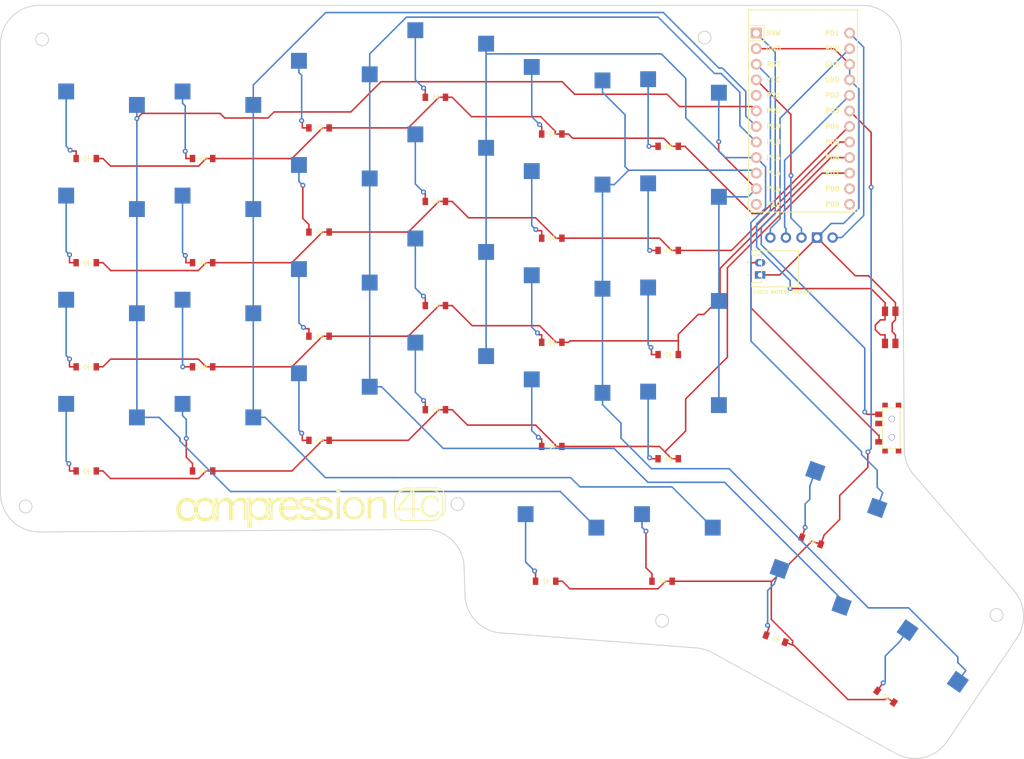
<source format=kicad_pcb>
(kicad_pcb (version 20221018) (generator pcbnew)
  (title_block (title "board") (rev "v1.0.0") (company "Unknown"))
  (layers (0 "F.Cu" signal) (31 "B.Cu" signal) (34 "B.Paste" user) (35 "F.Paste" user) (36 "B.SilkS" user "B.Silkscreen") (37 "F.SilkS" user "F.Silkscreen") (38 "B.Mask" user) (39 "F.Mask" user) (44 "Edge.Cuts" user))
  (net 0 "")
  (net 1 "outer_bottom")
  (net 2 "P20")
  (net 3 "outer_home")
  (net 4 "outer_top")
  (net 5 "outer_num")
  (net 6 "pinky_bottom")
  (net 7 "P19")
  (net 8 "pinky_home")
  (net 9 "pinky_top")
  (net 10 "pinky_num")
  (net 11 "ring_bottom")
  (net 12 "P18")
  (net 13 "ring_home")
  (net 14 "ring_top")
  (net 15 "ring_num")
  (net 16 "middle_bottom")
  (net 17 "P15")
  (net 18 "middle_home")
  (net 19 "middle_top")
  (net 20 "middle_num")
  (net 21 "index_bottom")
  (net 22 "P14")
  (net 23 "index_home")
  (net 24 "index_top")
  (net 25 "index_num")
  (net 26 "inner_bottom")
  (net 27 "P16")
  (net 28 "inner_home")
  (net 29 "inner_top")
  (net 30 "inner_num")
  (net 31 "near1_home")
  (net 32 "near2_home")
  (net 33 "home_home")
  (net 34 "home_top")
  (net 35 "far_home")
  (net 36 "P7")
  (net 37 "P6")
  (net 38 "P5")
  (net 39 "P4")
  (net 40 "P3")
  (net 41 "RAW")
  (net 42 "GND")
  (net 43 "RST")
  (net 44 "VCC")
  (net 45 "P21")
  (net 46 "P10")
  (net 47 "P1")
  (net 48 "P0")
  (net 49 "P2")
  (net 50 "P8")
  (net 51 "P9")
  (net 52 "Bplus")
  (footprint "E73:SPDT_C128955" (layer "F.Cu") (at 159.64 85.91 -90)
    (fp_text reference "T1" hide)
    (fp_text value "" hide)
  )
  (footprint "PG1350" (layer "F.Cu") (at 28.14 36.91)
    (fp_text reference "S4" hide)
    (fp_text value "" hide)
  )
  (footprint "PG1350" (layer "F.Cu") (at 123.14 34.91)
    (fp_text reference "S24" hide)
    (fp_text value "" hide)
  )
  (footprint "PG1350" (layer "F.Cu") (at 123.14 68.91)
    (fp_text reference "S22" hide)
    (fp_text value "" hide)
  )
  (footprint "PG1350" (layer "F.Cu") (at 85.14 43.91)
    (fp_text reference "S15" hide)
    (fp_text value "" hide)
  )
  (footprint "PG1350" (layer "F.Cu") (at 85.14 26.91)
    (fp_text reference "S16" hide)
    (fp_text value "" hide)
  )
  (footprint "PG1350" (layer "F.Cu") (at 28.14 53.91)
    (fp_text reference "S3" hide)
    (fp_text value "" hide)
  )
  (footprint "PG1350" (layer "F.Cu") (at 47.14 36.91)
    (fp_text reference "S8" hide)
    (fp_text value "" hide)
  )
  (footprint "PG1350" (layer "F.Cu") (at 66.14 65.91)
    (fp_text reference "S10" hide)
    (fp_text value "" hide)
  )
  (footprint "PG1350" (layer "F.Cu") (at 47.14 87.91)
    (fp_text reference "S5" hide)
    (fp_text value "" hide)
  )
  (footprint "PG1350" (layer "F.Cu") (at 104.14 83.91)
    (fp_text reference "S17" hide)
    (fp_text value "" hide)
  )
  (footprint "JST_PH_S2B-PH-K_02x2.00mm_Angled" (layer "F.Cu") (at 138.14 59.91 90)
    (fp_text reference "JST1" hide)
    (fp_text value "" hide)
  )
  (footprint "PG1350" (layer "F.Cu") (at 28.14 70.91)
    (fp_text reference "S2" hide)
    (fp_text value "" hide)
  )
  (footprint "lib:OLED_headers" (layer "F.Cu") (at 137.64 56.41 90)
    (fp_text reference "OLED1" hide)
    (fp_text value "OLED")
  )
  (footprint "PG1350" (layer "F.Cu") (at 85.14 77.91)
    (fp_text reference "S13" hide)
    (fp_text value "" hide)
  )
  (footprint "PG1350" (layer "F.Cu") (at 85.14 60.91)
    (fp_text reference "S14" hide)
    (fp_text value "" hide)
  )
  (footprint "PG1350" (layer "F.Cu") (at 104.14 66.91)
    (fp_text reference "S18" hide)
    (fp_text value "" hide)
  )
  (footprint "PG1350" (layer "F.Cu") (at 104.14 49.91)
    (fp_text reference "S19" hide)
    (fp_text value "" hide)
  )
  (footprint "PG1350" (layer "F.Cu") (at 148.1998 99.6324 -20)
    (fp_text reference "S28" hide)
    (fp_text value "" hide)
  )
  (footprint "PG1350" (layer "F.Cu") (at 66.14 48.91)
    (fp_text reference "S11" hide)
    (fp_text value "" hide)
  )
  (footprint "PG1350" (layer "F.Cu") (at 28.14 87.91)
    (fp_text reference "S1" hide)
    (fp_text value "" hide)
  )
  (footprint "Button_Switch_SMD:Panasonic_EVQPUL_EVQPUC" (layer "F.Cu") (at 159.385 69.469 -90)
    (fp_text reference "Panasonic_EVQPUL_EVQPUC" hide)
    (fp_text value "Panasonic_EVQPUL_EVQPUC")
  )
  (footprint "PG1350" (layer "F.Cu") (at 47.14 53.91)
    (fp_text reference "S7" hide)
    (fp_text value "" hide)
  )
  (footprint "PG1350" (layer "F.Cu") (at 47.14 70.91)
    (fp_text reference "S6" hide)
    (fp_text value "" hide)
  )
  (footprint "PG1350" (layer "F.Cu") (at 142.3854 115.6072 -20)
    (fp_text reference "S27" hide)
    (fp_text value "" hide)
  )
  (footprint "PG1350" (layer "F.Cu") (at 66.14 31.91)
    (fp_text reference "S12" hide)
    (fp_text value "" hide)
  )
  (footprint "PG1350" (layer "F.Cu") (at 103.14 105.91)
    (fp_text reference "S25" hide)
    (fp_text value "" hide)
  )
  (footprint "PG1350" (layer "F.Cu") (at 66.14 82.91)
    (fp_text reference "S9" hide)
    (fp_text value "" hide)
  )
  (footprint "PG1350" (layer "F.Cu") (at 123.14 85.91)
    (fp_text reference "S21" hide)
    (fp_text value "" hide)
  )
  (footprint "PG1350" (layer "F.Cu") (at 123.14 51.91)
    (fp_text reference "S23" hide)
    (fp_text value "" hide)
  )
  (footprint "PG1350" (layer "F.Cu") (at 122.14 105.91)
    (fp_text reference "S26" hide)
    (fp_text value "" hide)
  )
  (footprint "PG1350" (layer "F.Cu") (at 104.14 32.91)
    (fp_text reference "S20" hide)
    (fp_text value "" hide)
  )
  (footprint "ProMicro" (layer "F.Cu") (at 145.14 35.41 -90)
    (fp_text reference "MCU1" hide)
    (fp_text value "" hide)
  )
  (footprint "PG1350" (layer "F.Cu") (at 161.4911 125.6633 -35)
    (fp_text reference "S29" hide)
    (fp_text value "" hide)
  )
  (footprint "ComboDiode" (layer "B.Cu") (at 47.14 75.91 180)
    (fp_text reference "D6" hide)
    (fp_text value "" hide)
  )
  (footprint "ComboDiode" (layer "B.Cu") (at 122.14 110.91 180)
    (fp_text reference "D26" hide)
    (fp_text value "" hide)
  )
  (footprint "ComboDiode" (layer "B.Cu") (at 123.14 39.91 180)
    (fp_text reference "D24" hide)
    (fp_text value "" hide)
  )
  (footprint "ComboDiode" (layer "B.Cu") (at 104.14 54.91 180)
    (fp_text reference "D19" hide)
    (fp_text value "" hide)
  )
  (footprint "ComboDiode" (layer "B.Cu") (at 85.14 48.91 180)
    (fp_text reference "D15" hide)
    (fp_text value "" hide)
  )
  (footprint "ComboDiode" (layer "B.Cu") (at 66.14 87.91 180)
    (fp_text reference "D9" hide)
    (fp_text value "" hide)
  )
  (footprint "ComboDiode" (layer "B.Cu") (at 85.14 82.91 180)
    (fp_text reference "D13" hide)
    (fp_text value "" hide)
  )
  (footprint "ComboDiode" (layer "B.Cu") (at 104.14 37.91 180)
    (fp_text reference "D20" hide)
    (fp_text value "" hide)
  )
  (footprint "ComboDiode" (layer "B.Cu") (at 146.4897 104.3309 160)
    (fp_text reference "D28" hide)
    (fp_text value "" hide)
  )
  (footprint "ComboDiode" (layer "B.Cu") (at 158.6232 129.7591 145)
    (fp_text reference "D29" hide)
    (fp_text value "" hide)
  )
  (footprint "ComboDiode" (layer "B.Cu") (at 66.14 70.91 180)
    (fp_text reference "D10" hide)
    (fp_text value "" hide)
  )
  (footprint "ComboDiode" (layer "B.Cu") (at 104.14 71.91 180)
    (fp_text reference "D18" hide)
    (fp_text value "" hide)
  )
  (footprint "ComboDiode" (layer "B.Cu") (at 123.14 90.91 180)
    (fp_text reference "D21" hide)
    (fp_text value "" hide)
  )
  (footprint "ComboDiode" (layer "B.Cu") (at 47.14 92.91 180)
    (fp_text reference "D5" hide)
    (fp_text value "" hide)
  )
  (footprint "ComboDiode" (layer "B.Cu") (at 47.14 41.91 180)
    (fp_text reference "D8" hide)
    (fp_text value "" hide)
  )
  (footprint "ComboDiode" (layer "B.Cu") (at 28.14 41.91 180)
    (fp_text reference "D4" hide)
    (fp_text value "" hide)
  )
  (footprint "ComboDiode" (layer "B.Cu") (at 103.14 110.91 180)
    (fp_text reference "D25" hide)
    (fp_text value "" hide)
  )
  (footprint "ComboDiode" (layer "B.Cu") (at 85.14 31.91 180)
    (fp_text reference "D16" hide)
    (fp_text value "" hide)
  )
  (footprint "ComboDiode" (layer "B.Cu") (at 123.14 56.91 180)
    (fp_text reference "D23" hide)
    (fp_text value "" hide)
  )
  (footprint "ComboDiode" (layer "B.Cu") (at 28.14 92.91 180)
    (fp_text reference "D1" hide)
    (fp_text value "" hide)
  )
  (footprint "ComboDiode" (layer "B.Cu") (at 28.14 75.91 180)
    (fp_text reference "D2" hide)
    (fp_text value "" hide)
  )
  (footprint "ComboDiode" (layer "B.Cu") (at 66.14 53.91 180)
    (fp_text reference "D11" hide)
    (fp_text value "" hide)
  )
  (footprint "ComboDiode" (layer "B.Cu") (at 66.14 36.91 180)
    (fp_text reference "D12" hide)
    (fp_text value "" hide)
  )
  (footprint "ComboDiode" (layer "B.Cu") (at 140.6753 120.3056 160)
    (fp_text reference "D27" hide)
    (fp_text value "" hide)
  )
  (footprint "ComboDiode" (layer "B.Cu") (at 104.14 88.91 180)
    (fp_text reference "D17" hide)
    (fp_text value "" hide)
  )
  (footprint "ComboDiode" (layer "B.Cu") (at 123.14 73.91 180)
    (fp_text reference "D22" hide)
    (fp_text value "" hide)
  )
  (footprint "ComboDiode" (layer "B.Cu") (at 28.14 58.91 180)
    (fp_text reference "D3" hide)
    (fp_text value "" hide)
  )
  (footprint "ComboDiode" (layer "B.Cu") (at 85.14 65.91 180)
    (fp_text reference "D14" hide)
    (fp_text value "" hide)
  )
  (footprint "ComboDiode" (layer "B.Cu") (at 47.14 58.91 180)
    (fp_text reference "D7" hide)
    (fp_text value "" hide)
  )
  (gr_poly (pts (xy 56.563143 97.239696) (xy 56.626807 97.24184) (xy 56.690244 97.245913) (xy 56.753448 97.251967) (xy 56.816411 97.260052) (xy 56.879126 97.27022) (xy 56.941587 97.28252) (xy 57.003787 97.297005) (xy 57.065719 97.313724) (xy 57.127378 97.332729) (xy 57.188754 97.354069) (xy 57.249843 97.377798) (xy 57.277175 97.389398) (xy 57.304153 97.401567) (xy 57.330779 97.414302) (xy 57.35705 97.427599) (xy 57.382969 97.441456) (xy 57.408533 97.455868) (xy 57.433744 97.470833) (xy 57.458602 97.486347) (xy 57.483106 97.502408) (xy 57.507256 97.519011) (xy 57.531051 97.536154) (xy 57.554494 97.553832) (xy 57.577583 97.572043) (xy 57.600318 97.590785) (xy 57.622699 97.610052) (xy 57.644725 97.629843) (xy 57.649058 97.634107) (xy 57.653211 97.638691) (xy 57.65718 97.643567) (xy 57.660963 97.648706) (xy 57.664556 97.654078) (xy 57.667955 97.659654) (xy 57.671155 97.665406) (xy 57.674156 97.671305) (xy 57.676952 97.677322) (xy 57.679539 97.683428) (xy 57.681915 97.689593) (xy 57.684076 97.69579) (xy 57.686017 97.701988) (xy 57.687737 97.708159) (xy 57.689231 97.714275) (xy 57.690495 97.720305) (xy 57.692242 97.729846) (xy 57.69378 97.739437) (xy 57.696292 97.758749) (xy 57.698141 97.778203) (xy 57.699437 97.797763) (xy 57.700291 97.81739) (xy 57.700812 97.837046) (xy 57.701303 97.876294) (xy 57.721093 100.144057) (xy 57.721015 100.219683) (xy 57.720352 100.257511) (xy 57.719209 100.295322) (xy 57.717538 100.333096) (xy 57.715292 100.370811) (xy 57.712424 100.408449) (xy 57.708885 100.445986) (xy 57.707979 100.452883) (xy 57.70667 100.459879) (xy 57.704979 100.466941) (xy 57.702924 100.474038) (xy 57.700523 100.481138) (xy 57.697797 100.48821) (xy 57.694762 100.495221) (xy 57.691439 100.502139) (xy 57.687846 100.508934) (xy 57.684002 100.515572) (xy 57.679925 100.522023) (xy 57.675635 100.528253) (xy 57.671151 100.534234) (xy 57.666491 100.53993) (xy 57.661675 100.545312) (xy 57.656719 100.550346) (xy 57.612516 100.590818) (xy 57.567087 100.6287) (xy 57.52047 100.664077) (xy 57.472706 100.697023) (xy 57.423837 100.72762) (xy 57.373901 100.755948) (xy 57.322939 100.782086) (xy 57.270991 100.806112) (xy 57.218098 100.828107) (xy 57.164299 100.848149) (xy 57.109637 100.866317) (xy 57.054149 100.882693) (xy 56.997876 100.897355) (xy 56.940859 100.910382) (xy 56.883138 100.921853) (xy 56.824753 100.931848) (xy 56.737242 100.944085) (xy 56.650417 100.953029) (xy 56.564309 100.958543) (xy 56.478946 100.960491) (xy 56.394356 100.958737) (xy 56.31057 100.953145) (xy 56.227617 100.943579) (xy 56.145525 100.929904) (xy 56.064324 100.911983) (xy 55.984042 100.88968) (xy 55.90471 100.862858) (xy 55.826355 100.831384) (xy 55.749008 100.795119) (xy 55.672696 100.753929) (xy 55.597451 100.707678) (xy 55.5233 100.656228) (xy 55.497674 100.636513) (xy 55.473023 100.615931) (xy 55.449256 100.594563) (xy 55.426282 100.572489) (xy 55.404009 100.54979) (xy 55.382344 100.526545) (xy 55.361198 100.502835) (xy 55.340478 100.478742) (xy 55.29995 100.429727) (xy 55.26003 100.380143) (xy 55.219983 100.330632) (xy 55.179078 100.281841) (xy 55.173035 100.275038) (xy 55.166851 100.268334) (xy 55.160551 100.261706) (xy 55.154162 100.255127) (xy 55.128237 100.228758) (xy 55.126811 100.229446) (xy 55.125238 100.230141) (xy 55.123539 100.230847) (xy 55.121734 100.231571) (xy 55.117895 100.233087) (xy 55.115903 100.233891) (xy 55.11389 100.234731) (xy 55.166513 102.192741) (xy 54.441026 102.199072) (xy 54.457801 101.080251) (xy 54.694831 101.078182) (xy 54.742881 101.077937) (xy 54.761699 101.07754) (xy 54.77738 101.076667) (xy 54.790174 101.0751) (xy 54.795566 101.073988) (xy 54.800331 101.072621) (xy 54.804499 101.070969) (xy 54.808103 101.069008) (xy 54.811172 101.066709) (xy 54.813739 101.064044) (xy 54.815834 101.060987) (xy 54.81749 101.05751) (xy 54.818737 101.053585) (xy 54.819607 101.049186) (xy 54.820131 101.044286) (xy 54.820339 101.038856) (xy 54.819939 101.026298) (xy 54.818655 101.011293) (xy 54.816738 100.993623) (xy 54.812008 100.949414) (xy 54.795052 100.771094) (xy 54.779151 100.592722) (xy 54.772294 100.503497) (xy 54.766539 100.414236) (xy 54.762163 100.324932) (xy 54.759448 100.235576) (xy 54.746643 99.11684) (xy 55.148844 99.11333) (xy 55.150463 99.163486) (xy 55.153259 99.213757) (xy 55.157147 99.264117) (xy 55.163599 99.324898) (xy 55.172293 99.384688) (xy 55.183266 99.443469) (xy 55.196557 99.501216) (xy 55.212204 99.55791) (xy 55.230243 99.613528) (xy 55.250711 99.668051) (xy 55.273647 99.721456) (xy 55.299086 99.773721) (xy 55.327068 99.824824) (xy 55.357629 99.874747) (xy 55.390807 99.923465) (xy 55.426638 99.970959) (xy 55.465161 100.017206) (xy 55.506412 100.062185) (xy 55.55043 100.105875) (xy 55.587421 100.139524) (xy 55.625256 100.171131) (xy 55.663933 100.200725) (xy 55.703449 100.228335) (xy 55.743801 100.253994) (xy 55.784989 100.277731) (xy 55.827009 100.299575) (xy 55.869858 100.319559) (xy 55.913535 100.33771) (xy 55.958038 100.354061) (xy 56.003363 100.368642) (xy 56.049508 100.381484) (xy 56.096471 100.392615) (xy 56.144249 100.402067) (xy 56.192841 100.40987) (xy 56.242243 100.416054) (xy 56.33423 100.422926) (xy 56.424023 100.423603) (xy 56.511452 100.418118) (xy 56.596348 100.406511) (xy 56.678543 100.388819) (xy 56.757866 100.365077) (xy 56.83415 100.335324) (xy 56.907225 100.299597) (xy 56.976921 100.257932) (xy 57.04307 100.210367) (xy 57.105504 100.156938) (xy 57.164053 100.097683) (xy 57.218548 100.032638) (xy 57.26882 99.961842) (xy 57.314699 99.88533) (xy 57.356018 99.80314) (xy 57.373217 99.763861) (xy 57.389079 99.724246) (xy 57.403631 99.684262) (xy 57.416899 99.643875) (xy 57.428908 99.603054) (xy 57.439684 99.561766) (xy 57.449255 99.519978) (xy 57.457646 99.47766) (xy 57.464883 99.434776) (xy 57.470991 99.391295) (xy 57.475998 99.347185) (xy 57.479929 99.302412) (xy 57.48281 99.256945) (xy 57.484667 99.210751) (xy 57.485527 99.163797) (xy 57.485415 99.116053) (xy 57.486982 99.060072) (xy 57.486185 99.002041) (xy 57.482958 98.94229) (xy 57.477236 98.881155) (xy 57.468954 98.818966) (xy 57.458047 98.756058) (xy 57.451588 98.724437) (xy 57.444447 98.692761) (xy 57.436618 98.661071) (xy 57.428091 98.629409) (xy 57.403705 98.550235) (xy 57.376084 98.474316) (xy 57.345131 98.401763) (xy 57.310744 98.332681) (xy 57.272825 98.267181) (xy 57.231275 98.20537) (xy 57.185995 98.147357) (xy 57.136884 98.093249) (xy 57.083845 98.043155) (xy 57.026777 97.997183) (xy 56.996702 97.975778) (xy 56.965583 97.955443) (xy 56.933406 97.936193) (xy 56.900162 97.918041) (xy 56.865835 97.901001) (xy 56.830414 97.885086) (xy 56.793888 97.87031) (xy 56.756243 97.856687) (xy 56.677547 97.832951) (xy 56.594227 97.813987) (xy 56.487419 97.79758) (xy 56.382751 97.790015) (xy 56.280462 97.791055) (xy 56.18079 97.800474) (xy 56.083972 97.818038) (xy 55.990247 97.843516) (xy 55.899851 97.876676) (xy 55.813023 97.917288) (xy 55.73 97.96512) (xy 55.65102 98.019941) (xy 55.576323 98.081518) (xy 55.506144 98.149622) (xy 55.440721 98.22402) (xy 55.380294 98.304481) (xy 55.325099 98.390774) (xy 55.275374 98.482667) (xy 55.253611 98.529139) (xy 55.234176 98.576041) (xy 55.216983 98.623346) (xy 55.201943 98.671032) (xy 55.188966 98.719075) (xy 55.177966 98.76745) (xy 55.168852 98.816133) (xy 55.161537 98.865098) (xy 55.155932 98.914323) (xy 55.151949 98.963783) (xy 55.149499 99.013453) (xy 55.148493 99.063311) (xy 55.148844 99.11333) (xy 54.746643 99.11684) (xy 54.738619 98.415832) (xy 54.73746 98.371814) (xy 54.735238 98.327981) (xy 54.731919 98.284348) (xy 54.727472 98.240933) (xy 54.721865 98.197752) (xy 54.715065 98.154821) (xy 54.70704 98.112158) (xy 54.69776 98.06978) (xy 54.687189 98.027703) (xy 54.6753 97.985943) (xy 54.662056 97.944519) (xy 54.647427 97.903445) (xy 54.63138 97.862741) (xy 54.613884 97.822421) (xy 54.594907 97.782502) (xy 54.574416 97.743002) (xy 54.563117 97.722989) (xy 54.551192 97.703255) (xy 54.538691 97.683823) (xy 54.52566 97.664711) (xy 54.512146 97.64594) (xy 54.498199 97.627532) (xy 54.483865 97.609506) (xy 54.469192 97.591885) (xy 54.458064 97.578043) (xy 54.447849 97.563976) (xy 54.438537 97.549676) (xy 54.430119 97.535135) (xy 54.422581 97.520347) (xy 54.415912 97.505303) (xy 54.410102 97.489998) (xy 54.405137 97.474424) (xy 54.40101 97.458575) (xy 54.397706 97.442442) (xy 54.395217 97.426018) (xy 54.393528 97.409297) (xy 54.39263 97.39227) (xy 54.392512 97.374933) (xy 54.393162 97.357276) (xy 54.394569 97.339293) (xy 55.083624 97.33328) (xy 55.089633 98.021885) (xy 55.097916 98.013568) (xy 55.105729 98.005888) (xy 55.120072 97.991932) (xy 55.126661 97.985401) (xy 55.132904 97.979001) (xy 55.138832 97.972602) (xy 55.141686 97.969365) (xy 55.144473 97.96608) (xy 55.197636 97.901005) (xy 55.250332 97.835554) (xy 55.276837 97.802989) (xy 55.303624 97.77069) (xy 55.330825 97.738776) (xy 55.358573 97.70737) (xy 55.40363 97.65964) (xy 55.450081 97.614548) (xy 55.497918 97.572086) (xy 55.547132 97.532246) (xy 55.597712 97.495022) (xy 55.64965 97.460407) (xy 55.702935 97.428393) (xy 55.757561 97.398974) (xy 55.813517 97.372142) (xy 55.870792 97.347889) (xy 55.929379 97.326209) (xy 55.989268 97.307096) (xy 56.050449 97.29054) (xy 56.112915 97.276536) (xy 56.176654 97.265075) (xy 56.241659 97.256152) (xy 56.306354 97.249408) (xy 56.370858 97.244339) (xy 56.435163 97.240997) (xy 56.49926 97.239433)) (fill solid) (layer "F.SilkS"))
  (gr_poly (pts (xy 81.486099 95.753603) (xy 81.501058 95.754211) (xy 81.528114 95.755434) (xy 81.55535 95.755965) (xy 81.582866 95.755956) (xy 81.610764 95.755559) (xy 81.66811 95.754207) (xy 81.7282 95.753128) (xy 81.721332 95.874693) (xy 81.718443 95.932666) (xy 81.717415 95.961299) (xy 81.716771 95.989828) (xy 81.710397 96.451387) (xy 81.7082 96.682158) (xy 81.707734 96.912914) (xy 81.720325 98.922549) (xy 81.720675 98.933505) (xy 81.721539 98.943766) (xy 81.722927 98.953327) (xy 81.724853 98.962184) (xy 81.726021 98.966348) (xy 81.727328 98.970334) (xy 81.728775 98.974142) (xy 81.730366 98.97777) (xy 81.732099 98.981219) (xy 81.733979 98.984488) (xy 81.736004 98.987576) (xy 81.738178 98.990483) (xy 81.740503 98.993209) (xy 81.742978 98.995751) (xy 81.745607 98.998112) (xy 81.748391 99.000287) (xy 81.751331 99.002279) (xy 81.754428 99.004087) (xy 81.757685 99.005709) (xy 81.761102 99.007144) (xy 81.764682 99.008394) (xy 81.768427 99.009455) (xy 81.772337 99.01033) (xy 81.776414 99.011015) (xy 81.780659 99.011512) (xy 81.785075 99.011821) (xy 81.789662 99.011938) (xy 81.794424 99.011864) (xy 82.172817 98.998161) (xy 82.551199 98.98277) (xy 82.557096 98.982473) (xy 82.562988 98.982032) (xy 82.574782 98.980772) (xy 82.586637 98.9791) (xy 82.598604 98.977127) (xy 82.623094 98.972717) (xy 82.635724 98.970502) (xy 82.648681 98.968425) (xy 82.651939 99.341738) (xy 82.555722 99.33375) (xy 82.508504 99.330276) (xy 82.48501 99.328983) (xy 82.461552 99.328106) (xy 82.133342 99.319612) (xy 81.805149 99.313143) (xy 81.79318 99.313154) (xy 81.782376 99.313671) (xy 81.777395 99.314132) (xy 81.772685 99.314735) (xy 81.76824 99.315486) (xy 81.764055 99.31639) (xy 81.760122 99.317451) (xy 81.756435 99.318676) (xy 81.752988 99.320068) (xy 81.749773 99.321636) (xy 81.746786 99.323381) (xy 81.744017 99.325311) (xy 81.741463 99.327429) (xy 81.739116 99.329743) (xy 81.73697 99.332257) (xy 81.735017 99.334976) (xy 81.733254 99.337904) (xy 81.73167 99.341049) (xy 81.730262 99.344415) (xy 81.729023 99.348007) (xy 81.727945 99.351829) (xy 81.727023 99.355888) (xy 81.72625 99.36019) (xy 81.72562 99.364738) (xy 81.724761 99.374598) (xy 81.724395 99.385507) (xy 81.72447 99.397511) (xy 81.730784 99.81173) (xy 81.734573 100.018834) (xy 81.739795 100.225925) (xy 81.741771 100.270448) (xy 81.744747 100.315014) (xy 81.748505 100.35968) (xy 81.752823 100.404498) (xy 81.762257 100.494813) (xy 81.771279 100.586397) (xy 81.354788 100.590032) (xy 81.357137 100.569471) (xy 81.359722 100.548972) (xy 81.365036 100.508077) (xy 81.36748 100.487642) (xy 81.369592 100.467189) (xy 81.371228 100.446698) (xy 81.372248 100.426149) (xy 81.379559 100.149453) (xy 81.384511 99.872777) (xy 81.385328 99.755299) (xy 81.385384 99.637744) (xy 81.384907 99.402724) (xy 81.384804 99.389905) (xy 81.384347 99.378395) (xy 81.383463 99.368127) (xy 81.382838 99.36344) (xy 81.382081 99.35904) (xy 81.38118 99.354917) (xy 81.380128 99.351066) (xy 81.378916 99.347478) (xy 81.377534 99.344144) (xy 81.375974 99.341055) (xy 81.374226 99.338205) (xy 81.372282 99.335586) (xy 81.370132 99.333189) (xy 81.367769 99.331006) (xy 81.365181 99.329028) (xy 81.362363 99.327248) (xy 81.359303 99.325658) (xy 81.355992 99.32425) (xy 81.352423 99.323016) (xy 81.348586 99.321947) (xy 81.344471 99.321035) (xy 81.340071 99.320274) (xy 81.335375 99.319653) (xy 81.325064 99.318804) (xy 81.313465 99.318423) (xy 81.300507 99.318446) (xy 79.369223 99.340698) (xy 79.31595 99.341876) (xy 79.262715 99.343708) (xy 79.156309 99.348741) (xy 78.943425 99.360158) (xy 78.93448 99.360494) (xy 78.925493 99.360693) (xy 78.907221 99.360811) (xy 78.868313 99.360813) (xy 78.866387 99.178769) (xy 78.865943 99.08922) (xy 78.866227 99.045065) (xy 79.229424 99.041896) (xy 81.387441 99.023063) (xy 81.372802 97.609723) (xy 81.372849 97.256817) (xy 81.379133 96.904052) (xy 81.394031 96.551412) (xy 81.419922 96.19888) (xy 81.400986 96.193648) (xy 81.395606 96.199898) (xy 81.390173 96.206098) (xy 81.379274 96.218465) (xy 81.373873 96.224695) (xy 81.368545 96.230998) (xy 81.363324 96.237406) (xy 81.358241 96.243949) (xy 81.111903 96.583963) (xy 80.988097 96.753532) (xy 80.86217 96.921643) (xy 80.656197 97.190416) (xy 80.448868 97.458273) (xy 80.032171 97.992234) (xy 79.260771 98.974152) (xy 79.258273 98.977541) (xy 79.255935 98.981078) (xy 79.25374 98.984757) (xy 79.251668 98.988569) (xy 79.2497 98.992506) (xy 79.247816 98.996562) (xy 79.244228 99.004995) (xy 79.237222 99.022936) (xy 79.233499 99.03232) (xy 79.229424 99.041896) (xy 78.866227 99.045065) (xy 78.866517 99.000081) (xy 78.866587 98.998391) (xy 78.866741 98.996691) (xy 78.866975 98.994986) (xy 78.867287 98.993274) (xy 78.86813 98.989838) (xy 78.869243 98.986388) (xy 78.870602 98.982934) (xy 78.87218 98.979483) (xy 78.873951 98.976041) (xy 78.875891 98.972618) (xy 78.877974 98.969219) (xy 78.880172 98.965854) (xy 78.882463 98.962528) (xy 78.884819 98.95925) (xy 78.889626 98.952866) (xy 78.894389 98.946761) (xy 79.093169 98.704267) (xy 79.192494 98.582978) (xy 79.29093 98.461106) (xy 79.411219 98.309905) (xy 79.530788 98.158203) (xy 79.76963 97.854635) (xy 80.079858 97.464754) (xy 80.234631 97.269395) (xy 80.388045 97.072868) (xy 80.857154 96.4626) (xy 81.089375 96.155695) (xy 81.318795 95.846663) (xy 81.328732 95.833558) (xy 81.33858 95.821555) (xy 81.348402 95.810626) (xy 81.358256 95.800747) (xy 81.363215 95.796193) (xy 81.368204 95.79189) (xy 81.373232 95.787837) (xy 81.378306 95.784029) (xy 81.383433 95.780462) (xy 81.388622 95.777134) (xy 81.393879 95.774041) (xy 81.399212 95.771181) (xy 81.404629 95.768548) (xy 81.410137 95.766142) (xy 81.415743 95.763957) (xy 81.421458 95.76199) (xy 81.427284 95.760239) (xy 81.433232 95.758699) (xy 81.43931 95.757368) (xy 81.445524 95.756242) (xy 81.451882 95.755317) (xy 81.458392 95.754592) (xy 81.471896 95.753721)) (fill solid) (layer "F.SilkS"))
  (gr_poly (pts (xy 75.770816 97.132338) (xy 75.789342 97.132904) (xy 75.807965 97.134228) (xy 75.826691 97.136373) (xy 75.845527 97.139403) (xy 75.864481 97.143381) (xy 75.874801 97.14539) (xy 75.885295 97.146601) (xy 75.895943 97.147115) (xy 75.906726 97.147032) (xy 75.917627 97.146453) (xy 75.928624 97.145477) (xy 75.95084 97.142739) (xy 75.973221 97.139621) (xy 75.995616 97.136923) (xy 76.006772 97.135983) (xy 76.017874 97.13545) (xy 76.028905 97.135423) (xy 76.039845 97.136003) (xy 76.095666 97.141358) (xy 76.150691 97.148506) (xy 76.204892 97.157526) (xy 76.258236 97.168493) (xy 76.310693 97.181487) (xy 76.362235 97.196586) (xy 76.412829 97.213867) (xy 76.462446 97.233409) (xy 76.511056 97.25529) (xy 76.558628 97.279588) (xy 76.605131 97.306379) (xy 76.650536 97.335744) (xy 76.694813 97.367759) (xy 76.737931 97.402504) (xy 76.779859 97.440054) (xy 76.820568 97.48049) (xy 76.849542 97.512078) (xy 76.876737 97.544435) (xy 76.902192 97.577545) (xy 76.925947 97.611393) (xy 76.94804 97.64596) (xy 76.968509 97.681233) (xy 76.987394 97.717195) (xy 77.004733 97.753829) (xy 77.020564 97.791118) (xy 77.034928 97.829048) (xy 77.047862 97.867603) (xy 77.059405 97.906764) (xy 77.069595 97.946517) (xy 77.078473 97.986846) (xy 77.086076 98.027734) (xy 77.092442 98.069166) (xy 77.09849 98.116253) (xy 77.103689 98.163486) (xy 77.108077 98.21083) (xy 77.111691 98.258254) (xy 77.114569 98.305728) (xy 77.116744 98.353219) (xy 77.118256 98.400694) (xy 77.119141 98.448122) (xy 77.14022 100.244924) (xy 77.141864 100.292159) (xy 77.145086 100.339411) (xy 77.149561 100.386674) (xy 77.154969 100.43394) (xy 77.179501 100.622871) (xy 77.180907 100.635192) (xy 77.181978 100.646094) (xy 77.182635 100.655666) (xy 77.182798 100.663993) (xy 77.182668 100.667717) (xy 77.182385 100.671162) (xy 77.181939 100.67434) (xy 77.181319 100.677261) (xy 77.180517 100.679937) (xy 77.17952 100.682378) (xy 77.17832 100.684594) (xy 77.176908 100.686598) (xy 77.175272 100.688398) (xy 77.173403 100.690008) (xy 77.171291 100.691437) (xy 77.168926 100.692697) (xy 77.166298 100.693797) (xy 77.163396 100.694749) (xy 77.160213 100.695565) (xy 77.156736 100.696254) (xy 77.148865 100.697298) (xy 77.139703 100.697968) (xy 77.129169 100.69835) (xy 77.117187 100.698532) (xy 76.887068 100.700203) (xy 76.656617 100.702552) (xy 76.647636 100.702519) (xy 76.63925 100.70207) (xy 76.631466 100.701174) (xy 76.627803 100.700548) (xy 76.624292 100.699798) (xy 76.620936 100.69892) (xy 76.617735 100.69791) (xy 76.614691 100.696764) (xy 76.611804 100.695479) (xy 76.609075 100.694049) (xy 76.606505 100.692473) (xy 76.604096 100.690745) (xy 76.601847 100.688861) (xy 76.599761 100.686817) (xy 76.597836 100.68461) (xy 76.596078 100.682236) (xy 76.594482 100.67969) (xy 76.593053 100.676969) (xy 76.591791 100.674068) (xy 76.590696 100.670984) (xy 76.589771 100.667713) (xy 76.589014 100.66425) (xy 76.588429 100.660592) (xy 76.588015 100.656736) (xy 76.587773 100.652676) (xy 76.587706 100.648408) (xy 76.587812 100.64393) (xy 76.588094 100.639237) (xy 76.588552 100.634325) (xy 76.604322 100.45276) (xy 76.613825 100.271081) (xy 76.61834 100.089318) (xy 76.619149 99.907504) (xy 76.610949 99.180347) (xy 76.608987 98.749279) (xy 76.605813 98.53387) (xy 76.600279 98.318607) (xy 76.598921 98.289844) (xy 76.596699 98.261237) (xy 76.59361 98.232794) (xy 76.589655 98.204525) (xy 76.584832 98.17644) (xy 76.57914 98.14855) (xy 76.572577 98.120863) (xy 76.565142 98.093391) (xy 76.556834 98.066141) (xy 76.547651 98.039125) (xy 76.537593 98.012354) (xy 76.526659 97.985835) (xy 76.514846 97.959581) (xy 76.502154 97.933598) (xy 76.488582 97.9079) (xy 76.474128 97.882493) (xy 76.463277 97.864637) (xy 76.452044 97.847395) (xy 76.440435 97.830759) (xy 76.428457 97.814721) (xy 76.416115 97.799271) (xy 76.403415 97.784403) (xy 76.390363 97.770108) (xy 76.376965 97.756376) (xy 76.363226 97.7432) (xy 76.349153 97.730572) (xy 76.334751 97.718482) (xy 76.320026 97.706924) (xy 76.304985 97.695888) (xy 76.289632 97.685365) (xy 76.258016 97.665829) (xy 76.225226 97.648247) (xy 76.191309 97.632554) (xy 76.156311 97.618683) (xy 76.120279 97.606566) (xy 76.083261 97.596137) (xy 76.045304 97.587328) (xy 76.006452 97.580073) (xy 75.966755 97.574305) (xy 75.898415 97.567436) (xy 75.831515 97.564494) (xy 75.76604 97.56544) (xy 75.701972 97.57024) (xy 75.639294 97.578859) (xy 75.577991 97.591257) (xy 75.518045 97.607402) (xy 75.459439 97.627255) (xy 75.402156 97.650781) (xy 75.34618 97.677944) (xy 75.291494 97.708709) (xy 75.238082 97.743037) (xy 75.185925 97.780895) (xy 75.135009 97.822244) (xy 75.085315 97.867051) (xy 75.036827 97.915278) (xy 75.001541 97.952796) (xy 74.967263 97.990871) (xy 74.934051 98.029537) (xy 74.901959 98.068835) (xy 74.871043 98.108799) (xy 74.841358 98.149467) (xy 74.812962 98.190877) (xy 74.785908 98.233065) (xy 74.760253 98.276068) (xy 74.736052 98.319924) (xy 74.713361 98.364669) (xy 74.692236 98.410341) (xy 74.672732 98.456977) (xy 74.654905 98.504612) (xy 74.638812 98.553286) (xy 74.624506 98.603035) (xy 74.620211 98.620436) (xy 74.616477 98.638107) (xy 74.613314 98.655982) (xy 74.610732 98.674) (xy 74.608741 98.692098) (xy 74.607351 98.710212) (xy 74.606571 98.728277) (xy 74.606414 98.746232) (xy 74.610853 99.473984) (xy 74.614423 99.837806) (xy 74.620019 100.201695) (xy 74.622191 100.262232) (xy 74.626049 100.322753) (xy 74.631217 100.383263) (xy 74.637311 100.443765) (xy 74.650764 100.56476) (xy 74.663375 100.68576) (xy 74.663688 100.687294) (xy 74.663933 100.688866) (xy 74.664115 100.690487) (xy 74.664241 100.692163) (xy 74.664314 100.693903) (xy 74.664341 100.695715) (xy 74.664274 100.699585) (xy 74.664086 100.703836) (xy 74.663817 100.708529) (xy 74.663511 100.713729) (xy 74.66321 100.719498) (xy 74.596646 100.720079) (xy 74.158561 100.723453) (xy 74.1433 100.723464) (xy 74.129831 100.723153) (xy 74.11805 100.722421) (xy 74.11276 100.721869) (xy 74.107854 100.721175) (xy 74.103318 100.720329) (xy 74.099139 100.719318) (xy 74.095305 100.71813) (xy 74.091801 100.716753) (xy 74.088616 100.715176) (xy 74.085738 100.713385) (xy 74.083151 100.711371) (xy 74.080844 100.709119) (xy 74.078804 100.706618) (xy 74.077017 100.703857) (xy 74.075472 100.700822) (xy 74.074154 100.697504) (xy 74.073051 100.693888) (xy 74.07215 100.689964) (xy 74.071438 100.685719) (xy 74.070901 100.681141) (xy 74.070305 100.67094) (xy 74.070257 100.659263) (xy 74.070654 100.646016) (xy 74.071392 100.631102) (xy 74.090487 100.312865) (xy 74.094562 100.233246) (xy 74.097777 100.153619) (xy 74.099845 100.073991) (xy 74.100472 99.99437) (xy 74.093854 98.89442) (xy 74.080823 97.794527) (xy 74.078847 97.726904) (xy 74.075047 97.659297) (xy 74.069834 97.591703) (xy 74.063621 97.524117) (xy 74.049833 97.388957) (xy 74.036973 97.25379) (xy 74.036672 97.249058) (xy 74.036509 97.244263) (xy 74.03645 97.23934) (xy 74.036464 97.234227) (xy 74.036578 97.223177) (xy 74.036616 97.217116) (xy 74.036596 97.210611) (xy 74.594766 97.205739) (xy 74.592615 97.291401) (xy 74.593235 97.376933) (xy 74.597522 97.54757) (xy 74.59855 97.632656) (xy 74.59708 97.717574) (xy 74.594995 97.759967) (xy 74.591791 97.802314) (xy 74.587304 97.844615) (xy 74.581368 97.886867) (xy 74.664403 97.763345) (xy 74.706356 97.703562) (xy 74.750292 97.646711) (xy 74.796206 97.592793) (xy 74.844094 97.541805) (xy 74.893953 97.493748) (xy 74.945779 97.448619) (xy 74.999568 97.406416) (xy 75.055316 97.367138) (xy 75.113017 97.330785) (xy 75.172671 97.297354) (xy 75.234271 97.266846) (xy 75.297814 97.239258) (xy 75.363295 97.214589) (xy 75.430712 97.192838) (xy 75.50006 97.174003) (xy 75.571334 97.158085) (xy 75.607231 97.150939) (xy 75.643226 97.1443) (xy 75.679378 97.138671) (xy 75.69753 97.136394) (xy 75.715743 97.134559) (xy 75.734023 97.133228) (xy 75.752379 97.132467)) (fill solid) (layer "F.SilkS"))
  (gr_poly (pts (xy 69.561204 97.388939) (xy 69.555867 97.457181) (xy 69.553713 97.49112) (xy 69.552044 97.52503) (xy 69.547454 97.642471) (xy 69.543579 97.759904) (xy 69.541138 97.877326) (xy 69.540679 97.93603) (xy 69.540848 97.994728) (xy 69.549292 99.097754) (xy 69.561448 100.200411) (xy 69.563121 100.259622) (xy 69.566242 100.318852) (xy 69.570534 100.378092) (xy 69.575717 100.437335) (xy 69.599768 100.674176) (xy 69.600861 100.687106) (xy 69.601499 100.698798) (xy 69.601615 100.709312) (xy 69.601147 100.718701) (xy 69.600674 100.722992) (xy 69.60003 100.727023) (xy 69.599207 100.730803) (xy 69.598198 100.734336) (xy 69.596993 100.73763) (xy 69.595586 100.740694) (xy 69.593968 100.743533) (xy 69.592131 100.746155) (xy 69.590067 100.748566) (xy 69.587767 100.750775) (xy 69.585223 100.752787) (xy 69.582429 100.754611) (xy 69.579375 100.756253) (xy 69.576053 100.75772) (xy 69.572456 100.759018) (xy 69.568574 100.760157) (xy 69.564401 100.761141) (xy 69.559927 100.76198) (xy 69.550049 100.763245) (xy 69.538872 100.764008) (xy 69.526335 100.764328) (xy 69.290424 100.765825) (xy 69.172509 100.766531) (xy 69.054517 100.767996) (xy 69.04771 100.767974) (xy 69.041452 100.767608) (xy 69.038525 100.767292) (xy 69.035732 100.766885) (xy 69.033073 100.766386) (xy 69.030546 100.765794) (xy 69.028149 100.765106) (xy 69.025883 100.764321) (xy 69.023745 100.763438) (xy 69.021735 100.762454) (xy 69.019852 100.76137) (xy 69.018095 100.760181) (xy 69.016463 100.758888) (xy 69.014955 100.757489) (xy 69.013569 100.755982) (xy 69.012306 100.754366) (xy 69.011164 100.752639) (xy 69.010142 100.750799) (xy 69.009238 100.748846) (xy 69.008453 100.746776) (xy 69.007785 100.744589) (xy 69.007232 100.742284) (xy 69.006794 100.739859) (xy 69.00647 100.737311) (xy 69.00626 100.734641) (xy 69.00616 100.731846) (xy 69.006173 100.728924) (xy 69.006294 100.725873) (xy 69.006865 100.719382) (xy 69.012754 100.673521) (xy 69.018939 100.627741) (xy 69.021761 100.604859) (xy 69.024198 100.58197) (xy 69.026096 100.559063) (xy 69.027304 100.536132) (xy 69.039033 100.256474) (xy 69.042999 100.116619) (xy 69.043954 100.046726) (xy 69.044015 99.976874) (xy 69.033992 98.834728) (xy 69.019585 97.692957) (xy 69.018104 97.649133) (xy 69.015012 97.605355) (xy 69.010675 97.561609) (xy 69.005464 97.517881) (xy 68.993891 97.430423) (xy 68.988268 97.386668) (xy 68.983246 97.342874) (xy 68.979392 97.300625) (xy 68.974828 97.254334) (xy 69.573027 97.249113)) (fill solid) (layer "F.SilkS"))
  (gr_poly (pts (xy 83.432335 95.576943) (xy 85.296713 95.567701) (xy 85.380883 95.569884) (xy 85.463041 95.57668) (xy 85.543198 95.588008) (xy 85.621368 95.603783) (xy 85.697562 95.623922) (xy 85.771792 95.648339) (xy 85.844073 95.676954) (xy 85.914414 95.709679) (xy 85.98283 95.746433) (xy 86.049333 95.787131) (xy 86.113935 95.83169) (xy 86.176649 95.880025) (xy 86.237486 95.932054) (xy 86.296461 95.987692) (xy 86.353584 96.046856) (xy 86.408869 96.109461) (xy 86.467021 96.181569) (xy 86.520862 96.255211) (xy 86.570473 96.330352) (xy 86.615939 96.40696) (xy 86.657339 96.485) (xy 86.694757 96.564437) (xy 86.728273 96.645241) (xy 86.757971 96.727376) (xy 86.783933 96.810808) (xy 86.80624 96.895505) (xy 86.824976 96.981432) (xy 86.84022 97.068555) (xy 86.852057 97.156841) (xy 86.860567 97.246257) (xy 86.865833 97.336769) (xy 86.867937 97.428343) (xy 86.877409 98.178654) (xy 86.878897 98.553668) (xy 86.876798 98.741084) (xy 86.872032 98.928418) (xy 86.866417 99.030915) (xy 86.856328 99.131661) (xy 86.841699 99.230573) (xy 86.822468 99.327571) (xy 86.798571 99.422573) (xy 86.769941 99.515495) (xy 86.736518 99.606258) (xy 86.698237 99.694779) (xy 86.655033 99.780975) (xy 86.606841 99.864767) (xy 86.5536 99.946071) (xy 86.495244 100.024805) (xy 86.43171 100.100889) (xy 86.362933 100.174239) (xy 86.28885 100.244775) (xy 86.209397 100.312415) (xy 86.091628 100.408536) (xy 85.975389 100.506076) (xy 85.860515 100.605291) (xy 85.746838 100.706436) (xy 85.697705 100.749014) (xy 85.647383 100.788867) (xy 85.595886 100.826) (xy 85.543231 100.860417) (xy 85.489431 100.892125) (xy 85.434503 100.921128) (xy 85.378462 100.947431) (xy 85.321322 100.971039) (xy 85.263099 100.991958) (xy 85.203809 101.010192) (xy 85.143466 101.025748) (xy 85.082085 101.038629) (xy 85.019682 101.048842) (xy 84.956273 101.056392) (xy 84.891871 101.061282) (xy 84.826493 101.06352) (xy 82.653724 101.092826) (xy 82.406343 101.094537) (xy 81.364674 101.104583) (xy 80.322972 101.110919) (xy 80.161622 101.10984) (xy 80.080808 101.107925) (xy 80.000067 101.104628) (xy 79.919521 101.099601) (xy 79.839294 101.092495) (xy 79.759511 101.08296) (xy 79.680292 101.070647) (xy 79.608072 101.05584) (xy 79.538024 101.037374) (xy 79.470103 101.015358) (xy 79.40427 100.989904) (xy 79.340482 100.961126) (xy 79.278697 100.929133) (xy 79.218874 100.894038) (xy 79.16097 100.855953) (xy 79.104945 100.81499) (xy 79.050755 100.77126) (xy 78.998359 100.724873) (xy 78.947715 100.675944) (xy 78.898781 100.624583) (xy 78.851517 100.570903) (xy 78.805878 100.515013) (xy 78.761825 100.457027) (xy 78.723487 100.403044) (xy 78.68717 100.348202) (xy 78.652879 100.292514) (xy 78.620618 100.23599) (xy 78.590394 100.178647) (xy 78.562208 100.120492) (xy 78.536069 100.061542) (xy 78.511978 100.001808) (xy 78.489942 99.941302) (xy 78.469964 99.880037) (xy 78.452051 99.818025) (xy 78.436205 99.755278) (xy 78.422433 99.69181) (xy 78.41074 99.627632) (xy 78.401128 99.562759) (xy 78.393604 99.4972) (xy 78.38769 99.426288) (xy 78.383746 99.355154) (xy 78.381382 99.283847) (xy 78.380208 99.212419) (xy 78.379625 98.926514) (xy 78.377482 98.729685) (xy 78.542521 98.728245) (xy 78.546844 99.073865) (xy 78.556647 99.419309) (xy 78.563485 99.51954) (xy 78.576068 99.616729) (xy 78.594274 99.710912) (xy 78.617985 99.802124) (xy 78.647079 99.8904) (xy 78.681434 99.975775) (xy 78.720931 100.058287) (xy 78.765446 100.137969) (xy 78.81486 100.214855) (xy 78.869053 100.288983) (xy 78.927904 100.360387) (xy 78.99129 100.429104) (xy 79.059091 100.495167) (xy 79.131186 100.558612) (xy 79.207455 100.619475) (xy 79.287776 100.677791) (xy 79.341077 100.713022) (xy 79.395239 100.745465) (xy 79.450243 100.775182) (xy 79.506071 100.80224) (xy 79.562699 100.826702) (xy 79.620111 100.848634) (xy 79.678285 100.8681) (xy 79.737201 100.885166) (xy 79.796841 100.899896) (xy 79.857184 100.912354) (xy 79.91821 100.922605) (xy 79.979899 100.930715) (xy 80.042231 100.936746) (xy 80.105187 100.940766) (xy 80.168747 100.942838) (xy 80.232891 100.943027) (xy 84.518351 100.906528) (xy 84.624732 100.904146) (xy 84.730199 100.897946) (xy 84.782523 100.893141) (xy 84.834539 100.887054) (xy 84.88622 100.879576) (xy 84.937539 100.870596) (xy 84.98847 100.860008) (xy 85.038987 100.8477) (xy 85.089061 100.833565) (xy 85.138668 100.817492) (xy 85.187779 100.799374) (xy 85.23637 100.7791) (xy 85.284411 100.756562) (xy 85.331878 100.73165) (xy 85.388656 100.699138) (xy 85.443582 100.665528) (xy 85.496659 100.630823) (xy 85.54789 100.595027) (xy 85.597279 100.558143) (xy 85.644828 100.520175) (xy 85.690539 100.481126) (xy 85.734416 100.440997) (xy 85.776462 100.399796) (xy 85.81668 100.357522) (xy 85.855072 100.314181) (xy 85.891642 100.269776) (xy 85.926393 100.22431) (xy 85.959326 100.177785) (xy 85.990445 100.130207) (xy 86.019755 100.081577) (xy 86.047255 100.0319) (xy 86.072951 99.981178) (xy 86.096845 99.929416) (xy 86.118939 99.876615) (xy 86.139238 99.822781) (xy 86.157743 99.767915) (xy 86.174457 99.712022) (xy 86.189384 99.655105) (xy 86.202526 99.597167) (xy 86.213886 99.538211) (xy 86.223468 99.478241) (xy 86.231274 99.41726) (xy 86.237307 99.355272) (xy 86.241569 99.29228) (xy 86.244797 99.163297) (xy 86.23968 98.499873) (xy 86.231869 97.836473) (xy 86.229854 97.763747) (xy 86.225393 97.69181) (xy 86.218436 97.620685) (xy 86.208931 97.550391) (xy 86.196831 97.480951) (xy 86.182084 97.412384) (xy 86.164641 97.344712) (xy 86.144452 97.277955) (xy 86.121466 97.212135) (xy 86.095635 97.147271) (xy 86.066908 97.083387) (xy 86.035236 97.020501) (xy 86.000567 96.958634) (xy 85.962853 96.897808) (xy 85.922045 96.838044) (xy 85.87809 96.779362) (xy 85.818413 96.706937) (xy 85.756401 96.638778) (xy 85.692068 96.574903) (xy 85.625426 96.515329) (xy 85.556486 96.460073) (xy 85.485261 96.409154) (xy 85.411762 96.362588) (xy 85.336001 96.320395) (xy 85.257992 96.282591) (xy 85.177744 96.249194) (xy 85.095272 96.220223) (xy 85.010586 96.195693) (xy 84.923699 96.175624) (xy 84.834623 96.160033) (xy 84.74337 96.148937) (xy 84.649951 96.142354) (xy 84.534312 96.138295) (xy 84.418591 96.136291) (xy 84.186992 96.136724) (xy 83.7238 96.14324) (xy 81.91524 96.157224) (xy 81.907308 96.157069) (xy 81.898422 96.156507) (xy 81.889197 96.155577) (xy 81.880243 96.154324) (xy 81.876058 96.15359) (xy 81.872171 96.15279) (xy 81.868657 96.151929) (xy 81.865595 96.151015) (xy 81.863059 96.150051) (xy 81.861125 96.149043) (xy 81.860409 96.148524) (xy 81.859872 96.147996) (xy 81.859524 96.14746) (xy 81.859374 96.146915) (xy 81.857697 96.131842) (xy 81.856355 96.11665) (xy 81.855435 96.101391) (xy 81.855021 96.086117) (xy 81.855197 96.07088) (xy 81.855532 96.063292) (xy 81.856047 96.055732) (xy 81.856753 96.048207) (xy 81.85766 96.040725) (xy 81.858777 96.03329) (xy 81.860116 96.025911) (xy 81.860423 96.024942) (xy 81.860931 96.023982) (xy 81.861629 96.02303) (xy 81.86251 96.022088) (xy 81.863564 96.021159) (xy 81.86478 96.020243) (xy 81.86615 96.019342) (xy 81.867663 96.018458) (xy 81.871082 96.016745) (xy 81.874959 96.015115) (xy 81.879216 96.013581) (xy 81.88378 96.012154) (xy 81.888571 96.010846) (xy 81.893513 96.00967) (xy 81.898528 96.008636) (xy 81.903541 96.007758) (xy 81.908473 96.007045) (xy 81.913247 96.006513) (xy 81.917787 96.00617) (xy 81.922017 96.006029) (xy 84.494288 95.98493) (xy 84.545287 95.985416) (xy 84.596361 95.987357) (xy 84.647448 95.990647) (xy 84.698481 95.995181) (xy 84.749398 96.000855) (xy 84.800133 96.007563) (xy 84.850625 96.015202) (xy 84.900807 96.023665) (xy 84.969526 96.037269) (xy 85.036983 96.053309) (xy 85.103182 96.071772) (xy 85.168126 96.092648) (xy 85.231817 96.115925) (xy 85.29426 96.141592) (xy 85.355456 96.169639) (xy 85.41541 96.200053) (xy 85.474126 96.232824) (xy 85.531604 96.26794) (xy 85.587851 96.305391) (xy 85.642867 96.345163) (xy 85.696658 96.387247) (xy 85.749225 96.431632) (xy 85.800571 96.478306) (xy 85.850702 96.527258) (xy 85.907724 96.587215) (xy 85.961672 96.648678) (xy 86.012498 96.711639) (xy 86.06015 96.776093) (xy 86.104578 96.842033) (xy 86.145733 96.909452) (xy 86.183564 96.978343) (xy 86.218022 97.048699) (xy 86.249055 97.120513) (xy 86.276614 97.193778) (xy 86.300649 97.268489) (xy 86.321108 97.344637) (xy 86.337944 97.422216) (xy 86.351105 97.501221) (xy 86.360541 97.581642) (xy 86.366201 97.663474) (xy 86.37336 97.852203) (xy 86.377837 98.04103) (xy 86.381506 98.418907) (xy 86.382733 98.796975) (xy 86.38704 99.1751) (xy 86.387401 99.238252) (xy 86.385859 99.300891) (xy 86.382414 99.363022) (xy 86.377065 99.424655) (xy 86.369811 99.485796) (xy 86.360652 99.546451) (xy 86.349588 99.60663) (xy 86.336616 99.666337) (xy 86.321739 99.725583) (xy 86.304953 99.784371) (xy 86.286259 99.842712) (xy 86.265657 99.900612) (xy 86.243145 99.958076) (xy 86.218724 100.015116) (xy 86.192392 100.071734) (xy 86.164149 100.127941) (xy 86.157007 100.142502) (xy 86.150071 100.157019) (xy 86.144972 100.167758) (xy 86.153523 100.16019) (xy 86.175134 100.141641) (xy 86.218435 100.104695) (xy 86.239712 100.085912) (xy 86.260463 100.066664) (xy 86.270576 100.056806) (xy 86.280481 100.046758) (xy 86.29015 100.036498) (xy 86.299558 100.026002) (xy 86.353719 99.960444) (xy 86.404014 99.893469) (xy 86.450489 99.8251) (xy 86.493192 99.755361) (xy 86.53217 99.684277) (xy 86.56747 99.61187) (xy 86.599139 99.538165) (xy 86.627222 99.463186) (xy 86.651769 99.386958) (xy 86.672826 99.309503) (xy 86.690439 99.230846) (xy 86.704656 99.151011) (xy 86.715525 99.070022) (xy 86.72309 98.987902) (xy 86.7274 98.904677) (xy 86.728503 98.820369) (xy 86.722992 98.111969) (xy 86.714785 97.403591) (xy 86.713321 97.335064) (xy 86.712075 97.300795) (xy 86.710383 97.26655) (xy 86.708163 97.232352) (xy 86.705338 97.198224) (xy 86.701828 97.164184) (xy 86.697556 97.130258) (xy 86.687435 97.063701) (xy 86.675411 96.997983) (xy 86.661426 96.933128) (xy 86.645426 96.869156) (xy 86.627354 96.80609) (xy 86.607155 96.743954) (xy 86.584773 96.682768) (xy 86.560152 96.622555) (xy 86.533235 96.563337) (xy 86.503968 96.505136) (xy 86.472295 96.447975) (xy 86.438159 96.391877) (xy 86.401505 96.336861) (xy 86.362277 96.282953) (xy 86.32042 96.230173) (xy 86.275876 96.178544) (xy 86.226934 96.126179) (xy 86.176664 96.07659) (xy 86.12503 96.029864) (xy 86.072 95.98609) (xy 86.01754 95.945353) (xy 85.961613 95.907743) (xy 85.904188 95.873345) (xy 85.845229 95.842247) (xy 85.784702 95.814536) (xy 85.722574 95.790299) (xy 85.658811 95.769625) (xy 85.593376 95.752599) (xy 85.526239 95.73931) (xy 85.457362 95.729844) (xy 85.386714 95.72429) (xy 85.314257 95.722733) (xy 81.955327 95.750697) (xy 81.884263 95.751317) (xy 81.883667 95.732026) (xy 81.882819 95.715041) (xy 81.881587 95.700219) (xy 81.879833 95.687419) (xy 81.878719 95.681733) (xy 81.877424 95.676499) (xy 81.875931 95.671699) (xy 81.874224 95.667315) (xy 81.872285 95.663331) (xy 81.870098 95.659729) (xy 81.867646 95.656489) (xy 81.864912 95.653596) (xy 81.861879 95.651031) (xy 81.85853 95.648776) (xy 81.854849 95.646814) (xy 81.850817 95.645126) (xy 81.84642 95.643696) (xy 81.84164 95.642505) (xy 81.836458 95.641536) (xy 81.83086 95.640772) (xy 81.818346 95.639783) (xy 81.803962 95.639398) (xy 81.787571 95.639474) (xy 81.769041 95.63987) (xy 81.666512 95.642255) (xy 81.564019 95.643796) (xy 81.461596 95.643818) (xy 81.410422 95.643049) (xy 81.359281 95.641647) (xy 81.348609 95.641503) (xy 81.338357 95.641747) (xy 81.328517 95.642412) (xy 81.319082 95.64353) (xy 81.310047 95.645135) (xy 81.301405 95.647259) (xy 81.29315 95.649938) (xy 81.285275 95.6532) (xy 81.277776 95.657082) (xy 81.270643 95.661616) (xy 81.263873 95.666835) (xy 81.257459 95.672771) (xy 81.251393 95.679458) (xy 81.245671 95.686928) (xy 81.240284 95.695216) (xy 81.235228 95.704353) (xy 81.233115 95.708365) (xy 81.230923 95.712187) (xy 81.228649 95.715823) (xy 81.226295 95.719277) (xy 81.223863 95.722553) (xy 81.22135 95.725655) (xy 81.218758 95.728587) (xy 81.216088 95.731354) (xy 81.21334 95.73396) (xy 81.210512 95.736408) (xy 81.207608 95.738703) (xy 81.204625 95.74085) (xy 81.201565 95.74285) (xy 81.198428 95.744711) (xy 81.195214 95.746435) (xy 81.191924 95.748026) (xy 81.188557 95.749488) (xy 81.185114 95.750826) (xy 81.181596 95.752044) (xy 81.178002 95.753145) (xy 81.174334 95.754135) (xy 81.170589 95.755017) (xy 81.162879 95.756473) (xy 81.154873 95.757548) (xy 81.146572 95.758273) (xy 81.13798 95.758682) (xy 81.1291 95.758807) (xy 80.950719 95.759823) (xy 80.77243 95.761976) (xy 80.594136 95.763539) (xy 80.415738 95.762784) (xy 80.36749 95.763015) (xy 80.319911 95.7652) (xy 80.272986 95.769308) (xy 80.226702 95.775306) (xy 80.181046 95.783161) (xy 80.136005 95.792843) (xy 80.091563 95.804317) (xy 80.04771 95.817554) (xy 80.00443 95.83252) (xy 79.961711 95.849182) (xy 79.919538 95.86751) (xy 79.877899 95.88747) (xy 79.83678 95.90903) (xy 79.796168 95.93216) (xy 79.756048 95.956826) (xy 79.716409 95.982995) (xy 79.690907 96.001026) (xy 79.665959 96.019806) (xy 79.641437 96.039163) (xy 79.617214 96.058922) (xy 79.569152 96.09896) (xy 79.545057 96.118893) (xy 79.520747 96.138537) (xy 79.528501 96.150615) (xy 79.616607 96.120692) (xy 79.660914 96.107147) (xy 79.70539 96.094553) (xy 79.750038 96.082914) (xy 79.79486 96.072234) (xy 79.839856 96.06252) (xy 79.885028 96.053775) (xy 79.930377 96.046003) (xy 79.975905 96.039208) (xy 80.021613 96.033397) (xy 80.067501 96.028574) (xy 80.113573 96.024742) (xy 80.159828 96.021908) (xy 80.206268 96.020073) (xy 80.252896 96.019245) (xy 80.999972 96.012726) (xy 80.993702 96.034681) (xy 80.987084 96.054614) (xy 80.980032 96.072609) (xy 80.976316 96.080907) (xy 80.972458 96.088752) (xy 80.968448 96.096155) (xy 80.964276 96.103127) (xy 80.95993 96.109677) (xy 80.955398 96.115817) (xy 80.950672 96.121556) (xy 80.945739 96.126907) (xy 80.940588 96.13188) (xy 80.93521 96.136483) (xy 80.929593 96.140729) (xy 80.923725 96.144627) (xy 80.917598 96.14819) (xy 80.911198 96.151426) (xy 80.904515 96.154347) (xy 80.897539 96.156963) (xy 80.89026 96.159285) (xy 80.882666 96.161322) (xy 80.874745 96.163087) (xy 80.866488 96.164588) (xy 80.848919 96.166847) (xy 80.829874 96.168181) (xy 80.809263 96.168675) (xy 80.522749 96.170387) (xy 80.236255 96.174125) (xy 80.173117 96.175428) (xy 80.109944 96.177533) (xy 80.078386 96.179188) (xy 80.046871 96.181407) (xy 80.015414 96.184311) (xy 79.984033 96.188021) (xy 79.908155 96.199615) (xy 79.833835 96.214166) (xy 79.761068 96.23167) (xy 79.689849 96.252128) (xy 79.62017 96.275533) (xy 79.552028 96.301884) (xy 79.485414 96.331181) (xy 79.420323 96.363417) (xy 79.35675 96.398593) (xy 79.294688 96.436705) (xy 79.234132 96.47775) (xy 79.175075 96.521726) (xy 79.117512 96.56863) (xy 79.061436 96.618461) (xy 79.006842 96.671213) (xy 78.953724 96.726887) (xy 78.911424 96.774818) (xy 78.871409 96.823732) (xy 78.833677 96.873628) (xy 78.798226 96.924508) (xy 78.765057 96.976373) (xy 78.734167 97.029221) (xy 78.705553 97.083057) (xy 78.679217 97.137878) (xy 78.655156 97.193686) (xy 78.633369 97.250481) (xy 78.613854 97.308265) (xy 78.59661 97.367038) (xy 78.581637 97.4268) (xy 78.568932 97.487553) (xy 78.558495 97.549297) (xy 78.550324 97.612033) (xy 78.545385 97.664674) (xy 78.541966 97.717544) (xy 78.539815 97.770592) (xy 78.538676 97.823769) (xy 78.538426 97.930306) (xy 78.539187 98.03675) (xy 78.542521 98.728245) (xy 78.377482 98.729685) (xy 78.373104 98.327482) (xy 78.371975 98.028053) (xy 78.375021 97.728714) (xy 78.377434 97.666338) (xy 78.382185 97.604558) (xy 78.389213 97.543364) (xy 78.398458 97.482752) (xy 78.409857 97.422713) (xy 78.423352 97.363243) (xy 78.438881 97.304333) (xy 78.456385 97.245977) (xy 78.4758 97.188169) (xy 78.497068 97.130901) (xy 78.520128 97.074167) (xy 78.544918 97.017959) (xy 78.571379 96.962273) (xy 78.59945 96.9071) (xy 78.629069 96.852435) (xy 78.660177 96.798269) (xy 78.687846 96.752908) (xy 78.716673 96.708723) (xy 78.746666 96.665722) (xy 78.777833 96.623912) (xy 78.810184 96.583298) (xy 78.843728 96.543888) (xy 78.878471 96.505687) (xy 78.914423 96.468702) (xy 78.951594 96.43294) (xy 78.98999 96.398409) (xy 79.029622 96.365112) (xy 79.070496 96.333058) (xy 79.112624 96.302253) (xy 79.156013 96.272703) (xy 79.200671 96.244415) (xy 79.246607 96.217395) (xy 79.251279 96.214652) (xy 79.255896 96.211741) (xy 79.260454 96.208672) (xy 79.264952 96.205457) (xy 79.269388 96.202104) (xy 79.273761 96.198626) (xy 79.278069 96.195032) (xy 79.282309 96.191333) (xy 79.286479 96.18754) (xy 79.290578 96.183663) (xy 79.294605 96.179713) (xy 79.298556 96.1757) (xy 79.306225 96.16753) (xy 79.313572 96.159236) (xy 79.358788 96.107873) (xy 79.405299 96.058674) (xy 79.453136 96.011697) (xy 79.502331 95.966996) (xy 79.552919 95.924629) (xy 79.604929 95.884653) (xy 79.658393 95.847122) (xy 79.713346 95.812094) (xy 79.769817 95.779625) (xy 79.82784 95.749771) (xy 79.887446 95.722589) (xy 79.948668 95.698136) (xy 80.011539 95.676467) (xy 80.076088 95.65764) (xy 80.14235 95.641709) (xy 80.210356 95.628732) (xy 80.235872 95.624712) (xy 80.261535 95.621187) (xy 80.287317 95.618146) (xy 80.313193 95.615578) (xy 80.339135 95.613472) (xy 80.365119 95.611822) (xy 80.391117 95.610612) (xy 80.417104 95.609835) (xy 80.992539 95.598854) (xy 81.568003 95.591245)) (fill solid) (layer "F.SilkS"))
  (gr_poly (pts (xy 84.458993 96.904558) (xy 84.535318 96.907821) (xy 84.611207 96.914622) (xy 84.686638 96.925038) (xy 84.761588 96.939144) (xy 84.836034 96.957018) (xy 84.909954 96.978734) (xy 84.983327 97.004369) (xy 85.056128 97.033998) (xy 85.128337 97.067698) (xy 85.199931 97.105544) (xy 85.248361 97.134265) (xy 85.294708 97.164902) (xy 85.339039 97.197386) (xy 85.381425 97.231642) (xy 85.421938 97.2676) (xy 85.460644 97.305185) (xy 85.497616 97.344326) (xy 85.532922 97.384949) (xy 85.566633 97.426984) (xy 85.598819 97.470357) (xy 85.629548 97.514996) (xy 85.658893 97.560828) (xy 85.68692 97.607783) (xy 85.713702 97.655785) (xy 85.739309 97.704763) (xy 85.763808 97.754645) (xy 85.76471 97.756331) (xy 85.765537 97.758033) (xy 85.766296 97.759761) (xy 85.766996 97.761519) (xy 85.767648 97.763314) (xy 85.768257 97.765153) (xy 85.768834 97.767043) (xy 85.769387 97.768989) (xy 85.770457 97.773079) (xy 85.771534 97.777475) (xy 85.772688 97.782228) (xy 85.773987 97.787392) (xy 85.624461 97.836319) (xy 85.550006 97.859875) (xy 85.475244 97.882209) (xy 85.474231 97.882393) (xy 85.47313 97.882426) (xy 85.47195 97.882314) (xy 85.470695 97.882064) (xy 85.469372 97.881682) (xy 85.46799 97.881173) (xy 85.466552 97.880544) (xy 85.465068 97.879803) (xy 85.461981 97.878006) (xy 85.458783 97.87583) (xy 85.455525 97.873327) (xy 85.452259 97.870546) (xy 85.44904 97.867538) (xy 85.445918 97.864355) (xy 85.442947 97.861043) (xy 85.440178 97.857656) (xy 85.437666 97.854243) (xy 85.43546 97.850854) (xy 85.433616 97.84754) (xy 85.432845 97.845927) (xy 85.432184 97.844351) (xy 85.418391 97.81191) (xy 85.403735 97.78013) (xy 85.388217 97.749006) (xy 85.371845 97.718523) (xy 85.354621 97.688677) (xy 85.33655 97.659455) (xy 85.317638 97.63085) (xy 85.297888 97.602851) (xy 85.277306 97.575451) (xy 85.255895 97.548638) (xy 85.23366 97.522405) (xy 85.210605 97.496741) (xy 85.186736 97.471638) (xy 85.162058 97.447087) (xy 85.136573 97.423077) (xy 85.110288 97.399601) (xy 85.072872 97.368772) (xy 85.034582 97.340529) (xy 84.995448 97.314794) (xy 84.955501 97.291486) (xy 84.914771 97.270529) (xy 84.873287 97.251843) (xy 84.831081 97.23535) (xy 84.788182 97.220971) (xy 84.744621 97.208626) (xy 84.700428 97.198238) (xy 84.655633 97.189728) (xy 84.610268 97.183017) (xy 84.56436 97.178027) (xy 84.517942 97.174678) (xy 84.471045 97.172894) (xy 84.423697 97.172593) (xy 84.378795 97.173595) (xy 84.334178 97.175853) (xy 84.289876 97.179424) (xy 84.245921 97.184362) (xy 84.202345 97.190727) (xy 84.15918 97.198574) (xy 84.116456 97.207958) (xy 84.074207 97.218936) (xy 84.03246 97.231565) (xy 83.991251 97.245902) (xy 83.950609 97.262002) (xy 83.910566 97.279922) (xy 83.871153 97.299718) (xy 83.832402 97.321447) (xy 83.794346 97.345165) (xy 83.757013 97.370928) (xy 83.741335 97.382682) (xy 83.725963 97.39487) (xy 83.710872 97.407454) (xy 83.696039 97.420398) (xy 83.681438 97.433665) (xy 83.667043 97.447215) (xy 83.638779 97.475023) (xy 83.611047 97.503521) (xy 83.583652 97.532411) (xy 83.529074 97.590175) (xy 83.490974 97.632429) (xy 83.455821 97.675969) (xy 83.423493 97.720731) (xy 83.393865 97.766647) (xy 83.366818 97.81365) (xy 83.342227 97.861672) (xy 83.319969 97.910649) (xy 83.299925 97.960512) (xy 83.281968 98.011195) (xy 83.265979 98.062631) (xy 83.251835 98.114754) (xy 83.239411 98.167495) (xy 83.228588 98.22079) (xy 83.219241 98.27457) (xy 83.211249 98.32877) (xy 83.204489 98.383322) (xy 83.19655 98.462385) (xy 83.190694 98.541172) (xy 83.187081 98.619645) (xy 83.18588 98.697767) (xy 83.187252 98.775501) (xy 83.191363 98.852808) (xy 83.198378 98.92965) (xy 83.208459 99.005991) (xy 83.221772 99.081793) (xy 83.238483 99.157017) (xy 83.258752 99.231626) (xy 83.282748 99.305583) (xy 83.310633 99.37885) (xy 83.342571 99.451389) (xy 83.378728 99.523161) (xy 83.419267 99.594131) (xy 83.439337 99.626228) (xy 83.460192 99.657565) (xy 83.481843 99.68812) (xy 83.504299 99.717867) (xy 83.527574 99.746782) (xy 83.551677 99.77484) (xy 83.57662 99.802018) (xy 83.602414 99.82829) (xy 83.629069 99.853631) (xy 83.656597 99.878019) (xy 83.685009 99.901427) (xy 83.714315 99.923832) (xy 83.744526 99.945209) (xy 83.775655 99.965534) (xy 83.80771 99.984782) (xy 83.840704 100.002929) (xy 83.885663 100.025478) (xy 83.931058 100.046177) (xy 83.976881 100.065036) (xy 84.023119 100.082063) (xy 84.069763 100.097269) (xy 84.116802 100.110661) (xy 84.164227 100.122249) (xy 84.212025 100.132045) (xy 84.260187 100.140055) (xy 84.308703 100.146288) (xy 84.357562 100.150756) (xy 84.406754 100.153468) (xy 84.456268 100.154432) (xy 84.506093 100.153657) (xy 84.55622 100.151154) (xy 84.606637 100.146931) (xy 84.646841 100.14227) (xy 84.686553 100.136404) (xy 84.725768 100.129311) (xy 84.764477 100.120975) (xy 84.802674 100.111375) (xy 84.840353 100.100494) (xy 84.877506 100.088312) (xy 84.914127 100.074807) (xy 84.95021 100.059965) (xy 84.985746 100.043764) (xy 85.020731 100.026185) (xy 85.055157 100.007209) (xy 85.089016 99.986818) (xy 85.122303 99.964993) (xy 85.15501 99.941712) (xy 85.187131 99.91696) (xy 85.214438 99.894092) (xy 85.240435 99.870354) (xy 85.265157 99.845774) (xy 85.288642 99.820378) (xy 85.310927 99.79419) (xy 85.332046 99.767238) (xy 85.352039 99.739547) (xy 85.370939 99.711143) (xy 85.388785 99.682053) (xy 85.405612 99.652302) (xy 85.421458 99.621917) (xy 85.436357 99.590923) (xy 85.450348 99.559347) (xy 85.463466 99.527215) (xy 85.475747 99.494551) (xy 85.48723 99.461384) (xy 85.489278 99.455502) (xy 85.49134 99.450041) (xy 85.493459 99.445013) (xy 85.495676 99.440429) (xy 85.498035 99.436301) (xy 85.49928 99.43441) (xy 85.500576 99.432637) (xy 85.50193 99.430983) (xy 85.503344 99.42945) (xy 85.504825 99.428039) (xy 85.506379 99.42675) (xy 85.508011 99.425586) (xy 85.509725 99.424549) (xy 85.511527 99.423638) (xy 85.513422 99.422856) (xy 85.515416 99.422203) (xy 85.517514 99.421683) (xy 85.519722 99.421295) (xy 85.522044 99.421041) (xy 85.524485 99.420921) (xy 85.527052 99.420939) (xy 85.529749 99.421094) (xy 85.532582 99.42139) (xy 85.535555 99.421826) (xy 85.538675 99.422404) (xy 85.541946 99.423126) (xy 85.545374 99.423992) (xy 85.60742 99.440908) (xy 85.669754 99.456979) (xy 85.732332 99.472204) (xy 85.795115 99.486585) (xy 85.798403 99.487335) (xy 85.80151 99.488128) (xy 85.804438 99.488967) (xy 85.80719 99.489852) (xy 85.809768 99.490784) (xy 85.812176 99.491767) (xy 85.814415 99.492802) (xy 85.816488 99.493891) (xy 85.818399 99.495034) (xy 85.820149 99.496236) (xy 85.821742 99.497496) (xy 85.82318 99.498817) (xy 85.824466 99.5002) (xy 85.825602 99.501649) (xy 85.82659 99.503163) (xy 85.827435 99.504745) (xy 85.828137 99.506397) (xy 85.828701 99.508121) (xy 85.829128 99.509917) (xy 85.829421 99.51179) (xy 85.829584 99.513738) (xy 85.829618 99.515766) (xy 85.829526 99.517874) (xy 85.82931 99.520065) (xy 85.828975 99.522339) (xy 85.828522 99.524699) (xy 85.827953 99.527147) (xy 85.827271 99.529685) (xy 85.825582 99.535035) (xy 85.823474 99.540765) (xy 85.792221 99.615025) (xy 85.758173 99.686445) (xy 85.721291 99.754966) (xy 85.681537 99.820527) (xy 85.63887 99.88307) (xy 85.593251 99.942534) (xy 85.544641 99.99886) (xy 85.493 100.051989) (xy 85.43829 100.101861) (xy 85.38047 100.148416) (xy 85.319501 100.191594) (xy 85.255344 100.231337) (xy 85.18796 100.267584) (xy 85.11731 100.300276) (xy 85.043353 100.329352) (xy 84.966049 100.354755) (xy 84.879607 100.3786) (xy 84.793413 100.398496) (xy 84.707484 100.414397) (xy 84.621838 100.426256) (xy 84.536495 100.434028) (xy 84.45147 100.437666) (xy 84.366784 100.437123) (xy 84.282455 100.432353) (xy 84.198497 100.423311) (xy 84.114934 100.409948) (xy 84.031779 100.392221) (xy 83.949052 100.370082) (xy 83.866771 100.343485) (xy 83.784956 100.312384) (xy 83.703621 100.276732) (xy 83.622787 100.236483) (xy 83.560165 100.201349) (xy 83.50054 100.163687) (xy 83.443856 100.123561) (xy 83.390053 100.081032) (xy 83.339073 100.036161) (xy 83.290859 99.989011) (xy 83.245351 99.939643) (xy 83.202493 99.888119) (xy 83.162226 99.834501) (xy 83.124492 99.77885) (xy 83.089231 99.721229) (xy 83.056389 99.661699) (xy 83.025904 99.600322) (xy 82.99772 99.53716) (xy 82.971778 99.472274) (xy 82.94802 99.405726) (xy 82.921985 99.32316) (xy 82.899273 99.240454) (xy 82.879844 99.157617) (xy 82.863658 99.074652) (xy 82.850676 98.991567) (xy 82.840858 98.908367) (xy 82.834165 98.825062) (xy 82.830558 98.741653) (xy 82.829997 98.658151) (xy 82.832442 98.574558) (xy 82.837854 98.490884) (xy 82.846194 98.407134) (xy 82.857422 98.323313) (xy 82.871498 98.239429) (xy 82.888383 98.155486) (xy 82.908038 98.071493) (xy 82.921596 98.020432) (xy 82.936526 97.970042) (xy 82.952846 97.920343) (xy 82.970572 97.871352) (xy 82.989724 97.82309) (xy 83.010316 97.775575) (xy 83.032367 97.728825) (xy 83.055894 97.682861) (xy 83.080915 97.637701) (xy 83.107447 97.593364) (xy 83.135508 97.549869) (xy 83.165113 97.507235) (xy 83.196281 97.465481) (xy 83.229029 97.424625) (xy 83.263374 97.384687) (xy 83.299334 97.345686) (xy 83.335542 97.309083) (xy 83.37278 97.274113) (xy 83.411033 97.240775) (xy 83.450284 97.209068) (xy 83.490516 97.178987) (xy 83.531713 97.150535) (xy 83.573859 97.123705) (xy 83.616936 97.098499) (xy 83.660929 97.074913) (xy 83.705821 97.052948) (xy 83.751596 97.032597) (xy 83.798237 97.013864) (xy 83.845727 96.996744) (xy 83.894049 96.981234) (xy 83.94319 96.967335) (xy 83.99313 96.955045) (xy 84.071603 96.938669) (xy 84.149775 96.925378) (xy 84.227621 96.915244) (xy 84.305122 96.908346) (xy 84.382253 96.904759)) (fill solid) (layer "F.SilkS"))
  (gr_poly (pts (xy 71.867205 97.14085) (xy 71.930809 97.142508) (xy 71.994238 97.146232) (xy 72.057484 97.152034) (xy 72.120542 97.159927) (xy 72.183403 97.169926) (xy 72.246064 97.182043) (xy 72.308517 97.196291) (xy 72.370754 97.212684) (xy 72.432772 97.231234) (xy 72.494561 97.251957) (xy 72.591219 97.289242) (xy 72.682941 97.331088) (xy 72.769799 97.377415) (xy 72.851868 97.428143) (xy 72.92922 97.483192) (xy 73.001928 97.542483) (xy 73.070066 97.605937) (xy 73.133706 97.673472) (xy 73.192921 97.74501) (xy 73.247785 97.82047) (xy 73.298371 97.899775) (xy 73.344751 97.982842) (xy 73.386999 98.069593) (xy 73.425189 98.159948) (xy 73.459392 98.253827) (xy 73.489683 98.351152) (xy 73.509914 98.427126) (xy 73.527202 98.503674) (xy 73.541683 98.58088) (xy 73.553486 98.658826) (xy 73.562746 98.737595) (xy 73.569594 98.817271) (xy 73.574162 98.897936) (xy 73.576583 98.979674) (xy 73.572996 99.0975) (xy 73.564828 99.21528) (xy 73.558832 99.274063) (xy 73.55146 99.332727) (xy 73.542632 99.391234) (xy 73.532272 99.449549) (xy 73.520302 99.507636) (xy 73.506646 99.565458) (xy 73.491225 99.62298) (xy 73.473961 99.680163) (xy 73.454779 99.736974) (xy 73.433599 99.793376) (xy 73.410346 99.849331) (xy 73.38494 99.904805) (xy 73.337369 99.997405) (xy 73.285957 100.084998) (xy 73.230733 100.167601) (xy 73.171729 100.24523) (xy 73.108972 100.317908) (xy 73.042495 100.385648) (xy 72.972325 100.448472) (xy 72.898493 100.506396) (xy 72.821029 100.559439) (xy 72.739963 100.60762) (xy 72.655323 100.650955) (xy 72.567141 100.689464) (xy 72.475447 100.723165) (xy 72.380268 100.752076) (xy 72.281636 100.776215) (xy 72.179582 100.7956) (xy 72.159395 100.798558) (xy 72.139099 100.800893) (xy 72.118709 100.802691) (xy 72.098239 100.804034) (xy 72.057114 100.80569) (xy 72.015834 100.806531) (xy 71.97451 100.807224) (xy 71.933254 100.808439) (xy 71.892178 100.810844) (xy 71.871741 100.812701) (xy 71.851391 100.815106) (xy 71.82087 100.818634) (xy 71.790461 100.821124) (xy 71.760161 100.822627) (xy 71.729964 100.823194) (xy 71.699869 100.822875) (xy 71.669869 100.821719) (xy 71.639962 100.819777) (xy 71.610143 100.817099) (xy 71.55075 100.809735) (xy 71.49166 100.800029) (xy 71.432837 100.78838) (xy 71.374249 100.775189) (xy 71.256511 100.74367) (xy 71.14449 100.706238) (xy 71.038165 100.662936) (xy 70.937516 100.613808) (xy 70.842521 100.558896) (xy 70.753163 100.498243) (xy 70.66942 100.431888) (xy 70.591273 100.359877) (xy 70.518701 100.282251) (xy 70.451684 100.199051) (xy 70.390202 100.110322) (xy 70.334236 100.016105) (xy 70.283764 99.916442) (xy 70.238768 99.811375) (xy 70.199227 99.700947) (xy 70.16512 99.585202) (xy 70.142229 99.492263) (xy 70.122942 99.39942) (xy 70.107299 99.306691) (xy 70.095338 99.2141) (xy 70.087101 99.121666) (xy 70.082626 99.029409) (xy 70.08237 98.994424) (xy 70.60074 98.9899) (xy 70.615699 99.170931) (xy 70.619782 99.216159) (xy 70.624485 99.261309) (xy 70.630054 99.306344) (xy 70.636727 99.351233) (xy 70.645817 99.402057) (xy 70.656374 99.452264) (xy 70.668443 99.501816) (xy 70.682071 99.550679) (xy 70.697305 99.598817) (xy 70.714194 99.646192) (xy 70.732784 99.692771) (xy 70.753121 99.738515) (xy 70.775253 99.78339) (xy 70.799229 99.827359) (xy 70.825093 99.870387) (xy 70.852894 99.912437) (xy 70.882678 99.953474) (xy 70.914494 99.993461) (xy 70.948387 100.032362) (xy 70.984406 100.070142) (xy 71.028319 100.111859) (xy 71.073583 100.150279) (xy 71.120157 100.185493) (xy 71.167999 100.217588) (xy 71.217067 100.246656) (xy 71.267318 100.272783) (xy 71.318709 100.296062) (xy 71.371201 100.316579) (xy 71.424748 100.334426) (xy 71.479313 100.34969) (xy 71.534849 100.362462) (xy 71.591318 100.372831) (xy 71.648674 100.380887) (xy 71.706878 100.386717) (xy 71.765888 100.390412) (xy 71.82566 100.392061) (xy 71.924326 100.389865) (xy 72.020124 100.381376) (xy 72.112853 100.366683) (xy 72.202316 100.345881) (xy 72.288313 100.319059) (xy 72.370646 100.286312) (xy 72.449115 100.247729) (xy 72.523522 100.203404) (xy 72.593668 100.153429) (xy 72.659355 100.097896) (xy 72.720383 100.036896) (xy 72.776553 99.970522) (xy 72.827667 99.898866) (xy 72.873526 99.822019) (xy 72.91393 99.740073) (xy 72.948682 99.653121) (xy 72.976936 99.568443) (xy 73.001279 99.483633) (xy 73.021721 99.39871) (xy 73.038273 99.313697) (xy 73.050949 99.228614) (xy 73.059759 99.143484) (xy 73.064714 99.058328) (xy 73.065826 98.973168) (xy 73.063105 98.888027) (xy 73.056564 98.802923) (xy 73.046214 98.717883) (xy 73.032066 98.632923) (xy 73.014131 98.548068) (xy 72.992422 98.463338) (xy 72.966949 98.378757) (xy 72.937724 98.294344) (xy 72.91636 98.240089) (xy 72.892864 98.187638) (xy 72.86723 98.137015) (xy 72.839449 98.088248) (xy 72.809517 98.04136) (xy 72.777424 97.996377) (xy 72.743164 97.953323) (xy 72.706731 97.912224) (xy 72.668116 97.873105) (xy 72.627315 97.83599) (xy 72.584318 97.800907) (xy 72.539119 97.767879) (xy 72.491711 97.73693) (xy 72.442086 97.708087) (xy 72.390239 97.681374) (xy 72.336163 97.656818) (xy 72.298549 97.641712) (xy 72.260718 97.628249) (xy 72.22268 97.616362) (xy 72.184443 97.605985) (xy 72.146019 97.597051) (xy 72.107417 97.589495) (xy 72.068647 97.583248) (xy 72.02972 97.578246) (xy 71.990645 97.574418) (xy 71.951431 97.571703) (xy 71.912089 97.57003) (xy 71.872631 97.569334) (xy 71.833063 97.569548) (xy 71.793398 97.570606) (xy 71.713813 97.574986) (xy 71.63064 97.583298) (xy 71.550383 97.595971) (xy 71.473061 97.613013) (xy 71.398693 97.634433) (xy 71.327298 97.660242) (xy 71.258899 97.690449) (xy 71.193514 97.725065) (xy 71.131162 97.764099) (xy 71.071864 97.80756) (xy 71.01564 97.855458) (xy 70.962509 97.907803) (xy 70.912492 97.964605) (xy 70.865606 98.025872) (xy 70.821876 98.091616) (xy 70.781317 98.161847) (xy 70.743951 98.236572) (xy 70.724043 98.281301) (xy 70.705846 98.326395) (xy 70.689306 98.371841) (xy 70.674369 98.41763) (xy 70.660983 98.463751) (xy 70.649092 98.510192) (xy 70.638645 98.556944) (xy 70.629587 98.603995) (xy 70.621866 98.651335) (xy 70.615428 98.698953) (xy 70.610218 98.746839) (xy 70.606184 98.794981) (xy 70.603273 98.84337) (xy 70.601432 98.891993) (xy 70.60074 98.9899) (xy 70.08237 98.994424) (xy 70.081953 98.937353) (xy 70.085121 98.845514) (xy 70.092172 98.753916) (xy 70.103145 98.66258) (xy 70.118078 98.571525) (xy 70.137012 98.480773) (xy 70.159987 98.390344) (xy 70.187042 98.300258) (xy 70.218217 98.210538) (xy 70.253553 98.121202) (xy 70.29871 98.022026) (xy 70.348378 97.928462) (xy 70.402492 97.840451) (xy 70.460991 97.757928) (xy 70.491866 97.718707) (xy 70.523812 97.680835) (xy 70.556825 97.644304) (xy 70.590894 97.609108) (xy 70.662172 97.542687) (xy 70.737586 97.481511) (xy 70.817072 97.425517) (xy 70.900568 97.374644) (xy 70.988011 97.328833) (xy 71.07934 97.28802) (xy 71.174491 97.252144) (xy 71.273403 97.221144) (xy 71.376011 97.19496) (xy 71.482255 97.173528) (xy 71.546777 97.163072) (xy 71.611163 97.154603) (xy 71.675405 97.148133) (xy 71.739496 97.143676) (xy 71.803432 97.141244)) (fill solid) (layer "F.SilkS"))
  (gr_poly (pts (xy 47.618307 97.295493) (xy 47.653324 97.296388) (xy 47.688388 97.298091) (xy 47.723506 97.300645) (xy 47.758679 97.304093) (xy 47.879848 97.319494) (xy 47.999661 97.339114) (xy 48.058957 97.350806) (xy 48.117791 97.363913) (xy 48.176122 97.378556) (xy 48.233907 97.394856) (xy 48.291108 97.412931) (xy 48.347682 97.432903) (xy 48.40359 97.454892) (xy 48.458787 97.479017) (xy 48.513235 97.5054) (xy 48.566892 97.534161) (xy 48.619717 97.56542) (xy 48.671669 97.599297) (xy 48.697915 97.617823) (xy 48.723712 97.637049) (xy 48.749074 97.656911) (xy 48.774007 97.677345) (xy 48.798524 97.69829) (xy 48.822632 97.719681) (xy 48.846344 97.741455) (xy 48.869669 97.763549) (xy 48.871547 97.765447) (xy 48.873357 97.767463) (xy 48.87677 97.771819) (xy 48.879914 97.776573) (xy 48.882794 97.78168) (xy 48.885416 97.787094) (xy 48.887785 97.792773) (xy 48.889907 97.798668) (xy 48.891788 97.804738) (xy 48.893432 97.810936) (xy 48.894846 97.817218) (xy 48.896034 97.823539) (xy 48.897004 97.829854) (xy 48.897759 97.836118) (xy 48.898306 97.842286) (xy 48.898651 97.848314) (xy 48.898798 97.854156) (xy 48.911726 99.180979) (xy 48.914424 99.180954) (xy 48.926102 100.519033) (xy 48.925987 100.528206) (xy 48.925473 100.537177) (xy 48.924558 100.545948) (xy 48.923235 100.554523) (xy 48.921499 100.562907) (xy 48.919346 100.571103) (xy 48.916769 100.579117) (xy 48.913763 100.58695) (xy 48.910324 100.594608) (xy 48.906445 100.602095) (xy 48.902123 100.609414) (xy 48.897351 100.61657) (xy 48.892124 100.623566) (xy 48.886437 100.630407) (xy 48.880285 100.637096) (xy 48.873662 100.643638) (xy 48.841471 100.673067) (xy 48.808645 100.701429) (xy 48.775192 100.728741) (xy 48.741119 100.755019) (xy 48.706433 100.780277) (xy 48.671142 100.80453) (xy 48.635254 100.827793) (xy 48.598775 100.850081) (xy 48.561714 100.87141) (xy 48.524077 100.891795) (xy 48.485872 100.911251) (xy 48.447106 100.929791) (xy 48.407786 100.947433) (xy 48.36792 100.964191) (xy 48.327516 100.980079) (xy 48.286581 100.995114) (xy 48.221997 101.016774) (xy 48.157224 101.036128) (xy 48.092262 101.053217) (xy 48.027109 101.068083) (xy 47.961765 101.080768) (xy 47.896232 101.091315) (xy 47.830507 101.099765) (xy 47.764591 101.106161) (xy 47.698484 101.110547) (xy 47.632184 101.112961) (xy 47.565693 101.113448) (xy 47.499009 101.112049) (xy 47.432133 101.108808) (xy 47.365063 101.103766) (xy 47.297801 101.096964) (xy 47.230344 101.088446) (xy 47.162609 101.077969) (xy 47.095861 101.065406) (xy 47.030107 101.050733) (xy 46.965353 101.033927) (xy 46.901602 101.014969) (xy 46.83886 100.993834) (xy 46.777132 100.970499) (xy 46.716422 100.944943) (xy 46.656737 100.917144) (xy 46.598082 100.887078) (xy 46.54046 100.854723) (xy 46.483879 100.820057) (xy 46.428341 100.783057) (xy 46.373852 100.743701) (xy 46.320419 100.701966) (xy 46.268045 100.65783) (xy 46.25956 100.650469) (xy 46.25116 100.643022) (xy 46.247017 100.63924) (xy 46.242926 100.635404) (xy 46.238899 100.631506) (xy 46.234944 100.627533) (xy 46.224819 100.617679) (xy 46.216182 100.609048) (xy 46.208983 100.601444) (xy 46.205907 100.597967) (xy 46.20317 100.594672) (xy 46.200768 100.591536) (xy 46.198691 100.588534) (xy 46.196936 100.58564) (xy 46.195495 100.582832) (xy 46.19436 100.580084) (xy 46.193528 100.577372) (xy 46.192989 100.574671) (xy 46.192739 100.571956) (xy 46.19277 100.569204) (xy 46.193078 100.566388) (xy 46.193653 100.563486) (xy 46.19449 100.560471) (xy 46.195584 100.557321) (xy 46.196927 100.55401) (xy 46.198513 100.550513) (xy 46.200335 100.546806) (xy 46.204662 100.538664) (xy 46.209858 100.529387) (xy 46.222644 100.506641) (xy 46.245429 100.46435) (xy 46.267388 100.421603) (xy 46.28867 100.378481) (xy 46.309422 100.33507) (xy 46.390098 100.160177) (xy 46.452616 100.004897) (xy 46.454451 100.000763) (xy 46.456069 99.996747) (xy 46.457471 99.992847) (xy 46.458661 99.989061) (xy 46.459641 99.985388) (xy 46.460413 99.981829) (xy 46.46098 99.978381) (xy 46.461344 99.975042) (xy 46.461509 99.971813) (xy 46.461475 99.968692) (xy 46.461247 99.965678) (xy 46.460827 99.962769) (xy 46.460216 99.959965) (xy 46.459419 99.957265) (xy 46.458436 99.954669) (xy 46.457272 99.952173) (xy 46.455927 99.949778) (xy 46.454406 99.947481) (xy 46.452711 99.945283) (xy 46.450842 99.943183) (xy 46.448805 99.941177) (xy 46.446601 99.939268) (xy 46.444232 99.937452) (xy 46.441701 99.935729) (xy 46.439012 99.934098) (xy 46.436164 99.932556) (xy 46.433163 99.931104) (xy 46.430011 99.929742) (xy 46.42326 99.927277) (xy 46.415935 99.925152) (xy 46.396942 99.920327) (xy 46.377852 99.915926) (xy 46.358691 99.911862) (xy 46.339486 99.908051) (xy 46.262725 99.893652) (xy 46.059186 99.855002) (xy 45.957211 99.836163) (xy 45.854988 99.818045) (xy 45.844038 99.815886) (xy 45.833816 99.813251) (xy 45.824302 99.81012) (xy 45.819806 99.808363) (xy 45.815479 99.806476) (xy 45.811321 99.804457) (xy 45.807328 99.802303) (xy 45.8035 99.800011) (xy 45.799833 99.797581) (xy 45.796325 99.795009) (xy 45.792975 99.792293) (xy 45.789778 99.789432) (xy 45.786734 99.786423) (xy 45.78384 99.783263) (xy 45.781095 99.779951) (xy 45.778496 99.776485) (xy 45.776039 99.772861) (xy 45.773724 99.769078) (xy 45.771549 99.765135) (xy 45.769509 99.761027) (xy 45.767604 99.756755) (xy 45.765832 99.752314) (xy 45.764189 99.747703) (xy 45.761286 99.737962) (xy 45.758876 99.727515) (xy 45.756941 99.716343) (xy 45.734942 99.563946) (xy 45.725224 99.487631) (xy 45.717113 99.411215) (xy 45.711173 99.334674) (xy 45.707968 99.257987) (xy 45.707701 99.232504) (xy 46.397565 99.226483) (xy 46.400121 99.294959) (xy 46.405065 99.363466) (xy 46.412362 99.431994) (xy 46.421978 99.500535) (xy 46.43388 99.569075) (xy 46.448033 99.637608) (xy 46.464401 99.70612) (xy 46.480819 99.765187) (xy 46.499524 99.8227) (xy 46.520539 99.87862) (xy 46.543888 99.93291) (xy 46.569595 99.985533) (xy 46.597683 100.03645) (xy 46.628175 100.085624) (xy 46.661095 100.133015) (xy 46.696466 100.178589) (xy 46.734311 100.222306) (xy 46.774653 100.264128) (xy 46.817518 100.304019) (xy 46.862927 100.341939) (xy 46.910904 100.377851) (xy 46.961472 100.411718) (xy 47.014655 100.443503) (xy 47.047668 100.46126) (xy 47.081093 100.477523) (xy 47.114915 100.492338) (xy 47.149115 100.505753) (xy 47.183678 100.517814) (xy 47.218587 100.528572) (xy 47.253824 100.538071) (xy 47.289374 100.546361) (xy 47.325219 100.553489) (xy 47.361344 100.559502) (xy 47.397731 100.564447) (xy 47.434363 100.568374) (xy 47.471224 100.571328) (xy 47.508296 100.573358) (xy 47.545564 100.574512) (xy 47.583011 100.574836) (xy 47.63337 100.570973) (xy 47.683816 100.56749) (xy 47.70899 100.565482) (xy 47.734086 100.56308) (xy 47.759072 100.56012) (xy 47.783915 100.556439) (xy 47.862447 100.541195) (xy 47.937682 100.521845) (xy 48.009607 100.498421) (xy 48.078208 100.470951) (xy 48.143472 100.43947) (xy 48.205384 100.404003) (xy 48.263933 100.364584) (xy 48.319103 100.321243) (xy 48.370881 100.274008) (xy 48.419254 100.222913) (xy 48.464208 100.167985) (xy 48.50573 100.109257) (xy 48.543805 100.046759) (xy 48.578421 99.980521) (xy 48.609564 99.910572) (xy 48.63722 99.836945) (xy 48.664713 99.750774) (xy 48.68814 99.664511) (xy 48.70751 99.578185) (xy 48.722828 99.491828) (xy 48.7341 99.405468) (xy 48.741333 99.319138) (xy 48.744532 99.232867) (xy 48.743705 99.146685) (xy 48.738857 99.060622) (xy 48.729994 98.974709) (xy 48.717122 98.888975) (xy 48.700248 98.803452) (xy 48.679378 98.71817) (xy 48.654518 98.633157) (xy 48.625675 98.548446) (xy 48.592853 98.464066) (xy 48.569138 98.410566) (xy 48.543141 98.359164) (xy 48.514876 98.309894) (xy 48.484352 98.262789) (xy 48.451581 98.217884) (xy 48.416573 98.175212) (xy 48.37934 98.134807) (xy 48.339891 98.0967) (xy 48.298239 98.060928) (xy 48.254393 98.027521) (xy 48.208365 97.996515) (xy 48.160165 97.967943) (xy 48.109805 97.941838) (xy 48.057294 97.918235) (xy 48.002645 97.897166) (xy 47.945867 97.878664) (xy 47.903544 97.866867) (xy 47.861136 97.856541) (xy 47.818655 97.847684) (xy 47.776109 97.840289) (xy 47.733507 97.834351) (xy 47.690859 97.829867) (xy 47.648172 97.826832) (xy 47.605458 97.82524) (xy 47.562725 97.825087) (xy 47.519982 97.82637) (xy 47.477238 97.829082) (xy 47.434502 97.833219) (xy 47.391784 97.838776) (xy 47.349093 97.84575) (xy 47.306438 97.854134) (xy 47.263829 97.863925) (xy 47.190135 97.884472) (xy 47.120006 97.908824) (xy 47.053395 97.936916) (xy 46.99026 97.968686) (xy 46.930558 98.004068) (xy 46.874241 98.042997) (xy 46.82127 98.085412) (xy 46.771597 98.131246) (xy 46.725178 98.180436) (xy 46.681971 98.232918) (xy 46.641932 98.288626) (xy 46.605016 98.347497) (xy 46.571179 98.409468) (xy 46.540377 98.474473) (xy 46.512565 98.54245) (xy 46.487701 98.613331) (xy 46.467217 98.68106) (xy 46.449431 98.74891) (xy 46.434308 98.816876) (xy 46.421812 98.884945) (xy 46.411912 98.953107) (xy 46.404571 99.021352) (xy 46.399756 99.08967) (xy 46.397433 99.158051) (xy 46.397565 99.226483) (xy 45.707701 99.232504) (xy 45.707566 99.219583) (xy 45.70806 99.181136) (xy 45.70952 99.14264) (xy 45.712015 99.104096) (xy 45.716474 99.051956) (xy 45.72157 98.999848) (xy 45.733193 98.895706) (xy 45.758759 98.687615) (xy 45.76012 98.678657) (xy 45.762003 98.670183) (xy 45.763142 98.666126) (xy 45.764411 98.662187) (xy 45.76581 98.658367) (xy 45.767341 98.654662) (xy 45.769004 98.651075) (xy 45.770798 98.647602) (xy 45.772724 98.644244) (xy 45.774783 98.641) (xy 45.776973 98.637868) (xy 45.779296 98.634848) (xy 45.78175 98.631941) (xy 45.784338 98.629142) (xy 45.787059 98.626454) (xy 45.789911 98.623874) (xy 45.792898 98.621402) (xy 45.796017 98.619038) (xy 45.79927 98.616778) (xy 45.802656 98.614625) (xy 45.806176 98.612577) (xy 45.809829 98.610632) (xy 45.817539 98.60705) (xy 45.825786 98.603874) (xy 45.834572 98.601095) (xy 45.843897 98.59871) (xy 45.955793 98.572776) (xy 46.067384 98.545875) (xy 46.29052 98.491355) (xy 46.302709 98.488347) (xy 46.314983 98.485464) (xy 46.327257 98.482495) (xy 46.333366 98.480915) (xy 46.339443 98.479234) (xy 46.351602 98.475367) (xy 46.362361 98.47153) (xy 46.371753 98.467644) (xy 46.375947 98.465658) (xy 46.379811 98.46363) (xy 46.38335 98.461552) (xy 46.386568 98.459413) (xy 46.389469 98.457203) (xy 46.392057 98.454913) (xy 46.394335 98.452532) (xy 46.396309 98.450051) (xy 46.397983 98.447461) (xy 46.39936 98.444751) (xy 46.400445 98.441912) (xy 46.401242 98.438934) (xy 46.401754 98.435807) (xy 46.401987 98.432521) (xy 46.401943 98.429068) (xy 46.401628 98.425436) (xy 46.401045 98.421617) (xy 46.400198 98.4176) (xy 46.399092 98.413376) (xy 46.397732 98.408936) (xy 46.39426 98.399363) (xy 46.389816 98.388805) (xy 46.384433 98.377185) (xy 46.277 98.153387) (xy 46.222485 98.041769) (xy 46.166877 97.930624) (xy 46.163382 97.923185) (xy 46.161907 97.91961) (xy 46.160607 97.916127) (xy 46.159483 97.91273) (xy 46.158531 97.909416) (xy 46.157749 97.90618) (xy 46.157134 97.903018) (xy 46.156682 97.899926) (xy 46.156391 97.896899) (xy 46.156259 97.893933) (xy 46.156284 97.891025) (xy 46.156462 97.888168) (xy 46.156789 97.885361) (xy 46.157266 97.882598) (xy 46.157888 97.879875) (xy 46.158651 97.877187) (xy 46.159556 97.87453) (xy 46.160597 97.871901) (xy 46.161773 97.869294) (xy 46.164518 97.864133) (xy 46.16777 97.859013) (xy 46.171506 97.853898) (xy 46.175707 97.848756) (xy 46.180348 97.843551) (xy 46.185412 97.838252) (xy 46.238718 97.78637) (xy 46.293454 97.737375) (xy 46.349605 97.691228) (xy 46.407152 97.647889) (xy 46.466077 97.607315) (xy 46.526364 97.569465) (xy 46.587994 97.534301) (xy 46.650952 97.50178) (xy 46.715218 97.471862) (xy 46.780775 97.444507) (xy 46.847607 97.419673) (xy 46.915694 97.397321) (xy 46.985021 97.377408) (xy 47.055569 97.359896) (xy 47.127322 97.344742) (xy 47.20026 97.331906) (xy 47.269816 97.321385) (xy 47.339374 97.312181) (xy 47.408967 97.304641) (xy 47.47863 97.299116) (xy 47.548399 97.29595)) (fill solid) (layer "F.SilkS"))
  (gr_poly (pts (xy 54.44336 97.810884) (xy 54.448213 97.819472) (xy 54.457998 97.836564) (xy 54.462773 97.845153) (xy 54.467364 97.853828) (xy 54.471692 97.862632) (xy 54.473733 97.867096) (xy 54.475679 97.871608) (xy 54.490703 97.90938) (xy 54.504608 97.947395) (xy 54.517417 97.985642) (xy 54.529159 98.024111) (xy 54.539859 98.062792) (xy 54.549543 98.101675) (xy 54.558238 98.14075) (xy 54.56597 98.180007) (xy 54.572765 98.219435) (xy 54.57865 98.259025) (xy 54.58365 98.298766) (xy 54.587792 98.338648) (xy 54.593609 98.418795) (xy 54.596308 98.499387) (xy 54.611265 99.904009) (xy 54.618508 100.148522) (xy 54.628745 100.392968) (xy 54.651283 100.881545) (xy 54.651258 100.930125) (xy 54.453806 100.931848) (xy 54.426534 97.806814) (xy 54.429561 97.805769) (xy 54.432588 97.804681) (xy 54.434101 97.804108) (xy 54.435613 97.803509) (xy 54.437126 97.802878) (xy 54.438638 97.80221)) (fill solid) (layer "F.SilkS"))
  (gr_poly (pts (xy 62.835392 97.92045) (xy 62.869649 97.983448) (xy 62.901627 98.046902) (xy 62.931362 98.110827) (xy 62.958886 98.175235) (xy 62.984235 98.240139) (xy 63.007444 98.305552) (xy 63.028545 98.371486) (xy 63.047575 98.437955) (xy 63.064566 98.504973) (xy 63.079556 98.572549) (xy 63.092575 98.6407) (xy 63.103659 98.709437) (xy 63.112843 98.778773) (xy 63.120162 98.848721) (xy 63.125649 98.919293) (xy 63.088619 98.892334) (xy 63.053622 98.864626) (xy 63.02063 98.836202) (xy 62.989611 98.807098) (xy 62.960534 98.777349) (xy 62.933371 98.74699) (xy 62.90809 98.716054) (xy 62.884661 98.684579) (xy 62.863053 98.652599) (xy 62.843236 98.620147) (xy 62.82518 98.587261) (xy 62.808854 98.553973) (xy 62.794228 98.52032) (xy 62.78127 98.486336) (xy 62.769952 98.452057) (xy 62.760243 98.417516) (xy 62.752111 98.38275) (xy 62.745527 98.347792) (xy 62.74046 98.312679) (xy 62.73688 98.277444) (xy 62.734757 98.242123) (xy 62.734059 98.20675) (xy 62.736821 98.135993) (xy 62.744921 98.065448) (xy 62.758117 97.995398) (xy 62.776165 97.926122) (xy 62.798821 97.857898)) (fill solid) (layer "F.SilkS"))
  (gr_poly (pts (xy 66.846897 97.136108) (xy 66.903843 97.137029) (xy 66.960857 97.139223) (xy 67.017941 97.142683) (xy 67.075095 97.147406) (xy 67.132321 97.153383) (xy 67.189619 97.160609) (xy 67.277629 97.174051) (xy 67.364554 97.190612) (xy 67.407554 97.200217) (xy 67.450215 97.210789) (xy 67.492513 97.222389) (xy 67.534429 97.23508) (xy 67.575938 97.248923) (xy 67.617018 97.263981) (xy 67.657647 97.280316) (xy 67.697802 97.297991) (xy 67.737461 97.317066) (xy 67.776601 97.337604) (xy 67.815199 97.359668) (xy 67.853233 97.38332) (xy 67.893735 97.410931) (xy 67.932309 97.439986) (xy 67.968986 97.470455) (xy 68.003797 97.502309) (xy 68.036772 97.535522) (xy 68.067942 97.570064) (xy 68.097338 97.605906) (xy 68.12499 97.643019) (xy 68.15093 97.681376) (xy 68.175187 97.720947) (xy 68.197794 97.761704) (xy 68.218778 97.803619) (xy 68.238175 97.846662) (xy 68.25601 97.890805) (xy 68.272319 97.936019) (xy 68.287128 97.982278) (xy 68.287608 97.983887) (xy 68.288011 97.985517) (xy 68.288348 97.987169) (xy 68.288626 97.988843) (xy 68.288854 97.990538) (xy 68.289041 97.992256) (xy 68.289326 97.995753) (xy 68.289776 98.003003) (xy 68.290079 98.006753) (xy 68.290279 98.008659) (xy 68.290525 98.010586) (xy 67.605348 98.10023) (xy 67.587218 98.066741) (xy 67.569934 98.033517) (xy 67.536389 97.968476) (xy 67.519373 97.936958) (xy 67.50169 97.906311) (xy 67.49248 97.891361) (xy 67.482961 97.876685) (xy 67.473087 97.862302) (xy 67.462809 97.848231) (xy 67.45077 97.832817) (xy 67.438379 97.818067) (xy 67.425647 97.803968) (xy 67.412583 97.790502) (xy 67.399196 97.777656) (xy 67.385496 97.765413) (xy 67.371493 97.753757) (xy 67.357194 97.742675) (xy 67.327751 97.722167) (xy 67.297245 97.703765) (xy 67.265747 97.687345) (xy 67.233337 97.672785) (xy 67.200087 97.659961) (xy 67.166074 97.64875) (xy 67.131372 97.639029) (xy 67.096059 97.630674) (xy 67.060208 97.623564) (xy 67.023894 97.617573) (xy 66.987194 97.61258) (xy 66.950183 97.60846) (xy 66.912182 97.605239) (xy 66.874326 97.603185) (xy 66.836621 97.602303) (xy 66.799074 97.602602) (xy 66.761692 97.604088) (xy 66.724484 97.606768) (xy 66.687458 97.61065) (xy 66.650618 97.61574) (xy 66.613974 97.622047) (xy 66.577532 97.629576) (xy 66.5413 97.638336) (xy 66.505285 97.648333) (xy 66.469494 97.659575) (xy 66.433935 97.672069) (xy 66.398615 97.685823) (xy 66.363542 97.700841) (xy 66.343031 97.710548) (xy 66.323172 97.7209) (xy 66.303974 97.73188) (xy 66.285448 97.743465) (xy 66.2676 97.755633) (xy 66.25044 97.768363) (xy 66.233977 97.781634) (xy 66.21822 97.795424) (xy 66.203178 97.809712) (xy 66.188859 97.824475) (xy 66.175272 97.839696) (xy 66.162427 97.855348) (xy 66.150332 97.871413) (xy 66.138996 97.887869) (xy 66.128428 97.904694) (xy 66.118636 97.921867) (xy 66.10963 97.939366) (xy 66.10142 97.957172) (xy 66.094011 97.97526) (xy 66.087416 97.993611) (xy 66.081641 98.012202) (xy 66.076697 98.031014) (xy 66.072591 98.050024) (xy 66.069333 98.069209) (xy 66.066932 98.088551) (xy 66.065396 98.108026) (xy 66.064734 98.127613) (xy 66.064955 98.147292) (xy 66.066069 98.16704) (xy 66.068083 98.186837) (xy 66.071008 98.20666) (xy 66.074851 98.226489) (xy 66.08106 98.251668) (xy 66.088597 98.276008) (xy 66.097439 98.299479) (xy 66.107558 98.322055) (xy 66.118932 98.343708) (xy 66.131536 98.36441) (xy 66.145346 98.384135) (xy 66.160336 98.402855) (xy 66.176481 98.420542) (xy 66.193759 98.437169) (xy 66.212142 98.452708) (xy 66.231609 98.467132) (xy 66.252132 98.480413) (xy 66.273689 98.492526) (xy 66.296253 98.503439) (xy 66.319801 98.513128) (xy 66.381999 98.53598) (xy 66.444668 98.557758) (xy 66.507739 98.57853) (xy 66.571145 98.598367) (xy 66.634817 98.617336) (xy 66.698687 98.635508) (xy 66.826751 98.669736) (xy 66.929237 98.695459) (xy 67.032043 98.720051) (xy 67.238113 98.767578) (xy 67.443934 98.815781) (xy 67.546432 98.841219) (xy 67.648484 98.868128) (xy 67.683853 98.878129) (xy 67.718935 98.888868) (xy 67.753707 98.900375) (xy 67.788152 98.912677) (xy 67.822248 98.925805) (xy 67.855975 98.939787) (xy 67.889313 98.954652) (xy 67.922242 98.970432) (xy 67.954742 98.987153) (xy 67.986793 99.004845) (xy 68.018374 99.023537) (xy 68.049464 99.043259) (xy 68.080046 99.06404) (xy 68.110097 99.085909) (xy 68.139597 99.108894) (xy 68.168527 99.133026) (xy 68.203788 99.165078) (xy 68.236525 99.198263) (xy 68.266783 99.232552) (xy 68.294609 99.267915) (xy 68.320052 99.304324) (xy 68.343158 99.341751) (xy 68.363975 99.380166) (xy 68.382549 99.419541) (xy 68.398928 99.459847) (xy 68.413158 99.501056) (xy 68.425289 99.543138) (xy 68.435365 99.586064) (xy 68.443435 99.629808) (xy 68.449546 99.674338) (xy 68.453744 99.719627) (xy 68.456078 99.765645) (xy 68.456051 99.842561) (xy 68.451268 99.916824) (xy 68.441782 99.988453) (xy 68.427643 100.057461) (xy 68.408907 100.123867) (xy 68.385626 100.187684) (xy 68.357853 100.248931) (xy 68.32564 100.307622) (xy 68.28904 100.363775) (xy 68.248106 100.417404) (xy 68.202891 100.468525) (xy 68.153448 100.517155) (xy 68.099831 100.56331) (xy 68.04209 100.607006) (xy 67.980281 100.648258) (xy 67.914454 100.687083) (xy 67.863132 100.714378) (xy 67.811244 100.739585) (xy 67.75881 100.762773) (xy 67.70585 100.78401) (xy 67.652386 100.803364) (xy 67.59844 100.820904) (xy 67.544032 100.836697) (xy 67.489182 100.850813) (xy 67.433913 100.86332) (xy 67.378244 100.874286) (xy 67.322198 100.88378) (xy 67.265796 100.891868) (xy 67.209057 100.898622) (xy 67.152003 100.904107) (xy 67.094656 100.908392) (xy 67.037036 100.911548) (xy 66.908848 100.915773) (xy 66.781039 100.916369) (xy 66.653801 100.912236) (xy 66.590455 100.908053) (xy 66.527323 100.902277) (xy 66.464429 100.89477) (xy 66.401797 100.885394) (xy 66.339451 100.874013) (xy 66.277414 100.860489) (xy 66.21571 100.844685) (xy 66.154364 100.826464) (xy 66.093398 100.805688) (xy 66.032837 100.78222) (xy 65.986274 100.762236) (xy 65.940193 100.740768) (xy 65.894334 100.718063) (xy 65.848434 100.694373) (xy 65.75547 100.645038) (xy 65.707882 100.619892) (xy 65.659208 100.594762) (xy 65.679181 100.572333) (xy 65.69849 100.54991) (xy 65.717112 100.527465) (xy 65.735025 100.504967) (xy 65.752207 100.482386) (xy 65.768636 100.459691) (xy 65.784291 100.436853) (xy 65.799149 100.413842) (xy 65.813189 100.390626) (xy 65.826387 100.367176) (xy 65.838723 100.343464) (xy 65.850174 100.319456) (xy 65.860718 100.295125) (xy 65.870333 100.270439) (xy 65.878997 100.24537) (xy 65.886689 100.219885) (xy 65.899943 100.169602) (xy 65.911776 100.118916) (xy 65.922499 100.067912) (xy 65.932425 100.016679) (xy 65.95113 99.913868) (xy 65.970385 99.811179) (xy 65.972517 99.811457) (xy 65.974545 99.811662) (xy 65.976488 99.811804) (xy 65.978367 99.811896) (xy 65.980206 99.811944) (xy 65.982022 99.811962) (xy 65.985676 99.811944) (xy 65.990639 99.824052) (xy 65.995727 99.836202) (xy 66.000733 99.848437) (xy 66.003138 99.854599) (xy 66.005444 99.860801) (xy 66.029262 99.922979) (xy 66.042353 99.952708) (xy 66.056224 99.981527) (xy 66.070872 100.009433) (xy 66.086289 100.036426) (xy 66.102471 100.0625) (xy 66.119413 100.087655) (xy 66.13711 100.111888) (xy 66.155557 100.135198) (xy 66.174749 100.15758) (xy 66.19468 100.179034) (xy 66.215346 100.199557) (xy 66.236741 100.219146) (xy 66.258861 100.237799) (xy 66.281699 100.255515) (xy 66.305251 100.272289) (xy 66.329512 100.288121) (xy 66.354477 100.303008) (xy 66.380141 100.316946) (xy 66.406497 100.329936) (xy 66.433542 100.341972) (xy 66.461271 100.353054) (xy 66.489677 100.363179) (xy 66.518757 100.372345) (xy 66.548503 100.380549) (xy 66.578914 100.387789) (xy 66.609981 100.394062) (xy 66.674067 100.403702) (xy 66.740723 100.409448) (xy 66.804782 100.412441) (xy 66.868703 100.413974) (xy 66.932484 100.413855) (xy 66.996122 100.411885) (xy 67.059615 100.407872) (xy 67.122962 100.401621) (xy 67.186163 100.392935) (xy 67.249213 100.38162) (xy 67.274892 100.376059) (xy 67.300232 100.369774) (xy 67.325228 100.362753) (xy 67.349872 100.354983) (xy 67.374158 100.346455) (xy 67.398082 100.337158) (xy 67.421636 100.327079) (xy 67.444815 100.316209) (xy 67.467613 100.304535) (xy 67.490024 100.292048) (xy 67.51204 100.278734) (xy 67.533659 100.264584) (xy 67.554871 100.249586) (xy 67.575671 100.23373) (xy 67.596055 100.217004) (xy 67.616015 100.199396) (xy 67.631823 100.184178) (xy 67.646641 100.168508) (xy 67.660505 100.152398) (xy 67.673452 100.135857) (xy 67.685516 100.118901) (xy 67.696736 100.10154) (xy 67.707148 100.083787) (xy 67.716787 100.065653) (xy 67.72569 100.047153) (xy 67.733893 100.028296) (xy 67.741434 100.009096) (xy 67.748347 99.989564) (xy 67.75467 99.969714) (xy 67.760439 99.949557) (xy 67.76569 99.929104) (xy 67.770459 99.908371) (xy 67.770713 99.907139) (xy 67.770906 99.905895) (xy 67.771121 99.903374) (xy 67.771126 99.900811) (xy 67.770947 99.89821) (xy 67.770604 99.895577) (xy 67.770119 99.892915) (xy 67.769516 99.89023) (xy 67.768815 99.887524) (xy 67.767217 99.882073) (xy 67.765501 99.876597) (xy 67.763849 99.87113) (xy 67.763102 99.868412) (xy 67.76244 99.865708) (xy 67.761837 99.863665) (xy 67.761094 99.861583) (xy 67.760242 99.859471) (xy 67.75931 99.857344) (xy 67.755378 99.848902) (xy 67.754493 99.846867) (xy 67.753706 99.844885) (xy 67.753048 99.842967) (xy 67.752548 99.841126) (xy 67.752235 99.839372) (xy 67.752159 99.838532) (xy 67.752141 99.837719) (xy 67.752185 99.836933) (xy 67.752295 99.836176) (xy 67.752473 99.83545) (xy 67.752724 99.834756) (xy 67.756173 99.826127) (xy 67.759095 99.817594) (xy 67.761508 99.809153) (xy 67.763432 99.800804) (xy 67.764888 99.792545) (xy 67.765894 99.784374) (xy 67.766471 99.776289) (xy 67.766637 99.768288) (xy 67.766412 99.76037) (xy 67.765816 99.752533) (xy 67.764868 99.744773) (xy 67.763589 99.737091) (xy 67.760114 99.721952) (xy 67.755545 99.707098) (xy 67.750041 99.692517) (xy 67.743758 99.678192) (xy 67.736852 99.66411) (xy 67.72948 99.650257) (xy 67.713966 99.623175) (xy 67.698471 99.596831) (xy 67.688913 99.580965) (xy 67.678745 99.56545) (xy 67.667972 99.550325) (xy 67.656603 99.535629) (xy 67.644645 99.521402) (xy 67.632105 99.507684) (xy 67.618993 99.494514) (xy 67.605314 99.481931) (xy 67.591076 99.469975) (xy 67.576287 99.458685) (xy 67.560955 99.448102) (xy 67.545086 99.438263) (xy 67.52869 99.429209) (xy 67.511773 99.42098) (xy 67.494343 99.413614) (xy 67.476408 99.407151) (xy 67.427211 99.391421) (xy 67.377757 99.376399) (xy 67.328078 99.362033) (xy 67.278203 99.348269) (xy 67.177994 99.322338) (xy 67.077378 99.298181) (xy 66.566473 99.184902) (xy 66.439397 99.153968) (xy 66.313162 99.119768) (xy 66.188059 99.081194) (xy 66.126023 99.05992) (xy 66.064378 99.037136) (xy 66.03107 99.023979) (xy 65.998178 99.010213) (xy 65.965724 98.995801) (xy 65.933731 98.980708) (xy 65.902219 98.964895) (xy 65.871209 98.948328) (xy 65.840724 98.930971) (xy 65.810784 98.912784) (xy 65.78141 98.893734) (xy 65.752626 98.873783) (xy 65.724452 98.852895) (xy 65.696908 98.831034) (xy 65.670017 98.808163) (xy 65.643802 98.784245) (xy 65.61828 98.759245) (xy 65.593477 98.733126) (xy 65.571975 98.708642) (xy 65.551886 98.683563) (xy 65.533161 98.657906) (xy 65.515752 98.631691) (xy 65.499611 98.604935) (xy 65.484691 98.577655) (xy 65.470943 98.549872) (xy 65.45832 98.521602) (xy 65.446772 98.492865) (xy 65.436254 98.463677) (xy 65.426716 98.434059) (xy 65.418111 98.404026) (xy 65.41039 98.373599) (xy 65.403507 98.342794) (xy 65.397412 98.311631) (xy 65.392059 98.280127) (xy 65.390933 98.272045) (xy 65.39026 98.26447) (xy 65.390071 98.257397) (xy 65.39017 98.254047) (xy 65.390403 98.250819) (xy 65.390775 98.247715) (xy 65.39129 98.244733) (xy 65.391953 98.241873) (xy 65.392767 98.239132) (xy 65.393737 98.236512) (xy 65.394869 98.234011) (xy 65.396165 98.231627) (xy 65.397631 98.229363) (xy 65.39927 98.227214) (xy 65.401087 98.225183) (xy 65.403087 98.223267) (xy 65.405272 98.221467) (xy 65.40765 98.21978) (xy 65.410223 98.218207) (xy 65.412996 98.216747) (xy 65.415972 98.215399) (xy 65.419157 98.214162) (xy 65.422556 98.213037) (xy 65.426171 98.212022) (xy 65.430008 98.211115) (xy 65.43407 98.210319) (xy 65.438363 98.209629) (xy 65.447659 98.208572) (xy 65.485239 98.204922) (xy 65.522806 98.200734) (xy 65.560348 98.196061) (xy 65.597853 98.190956) (xy 65.672719 98.179662) (xy 65.747321 98.167274) (xy 65.761101 98.164615) (xy 65.773487 98.161588) (xy 65.779164 98.159922) (xy 65.7845 98.158148) (xy 65.789499 98.156258) (xy 65.794162 98.154249) (xy 65.798493 98.152113) (xy 65.802494 98.149847) (xy 65.806168 98.147445) (xy 65.809517 98.1449) (xy 65.812544 98.142207) (xy 65.815253 98.139361) (xy 65.817644 98.136357) (xy 65.819722 98.133188) (xy 65.821489 98.129848) (xy 65.822947 98.126333) (xy 65.8241 98.122638) (xy 65.824949 98.118755) (xy 65.825498 98.114681) (xy 65.825749 98.110409) (xy 65.825705 98.105934) (xy 65.825368 98.101251) (xy 65.824742 98.096352) (xy 65.823828 98.091235) (xy 65.82263 98.085891) (xy 65.821151 98.080318) (xy 65.819392 98.074507) (xy 65.817356 98.068455) (xy 65.812466 98.055602) (xy 65.767184 97.946209) (xy 65.720767 97.83729) (xy 65.672922 97.728973) (xy 65.623355 97.621388) (xy 65.621497 97.61722) (xy 65.61987 97.613193) (xy 65.61847 97.609305) (xy 65.617291 97.605547) (xy 65.616325 97.601916) (xy 65.615566 97.598407) (xy 65.61501 97.595011) (xy 65.614649 97.591727) (xy 65.614477 97.588547) (xy 65.614488 97.585466) (xy 65.614677 97.582478) (xy 65.615037 97.579578) (xy 65.61556 97.576761) (xy 65.616243 97.574021) (xy 65.617079 97.571352) (xy 65.618061 97.56875) (xy 65.619182 97.566209) (xy 65.620439 97.563722) (xy 65.623329 97.558893) (xy 65.626681 97.55422) (xy 65.630447 97.549659) (xy 65.634577 97.545165) (xy 65.639024 97.540696) (xy 65.648664 97.531654) (xy 65.68298 97.500973) (xy 65.717993 97.471593) (xy 65.7537 97.443519) (xy 65.790102 97.416753) (xy 65.827199 97.391295) (xy 65.864989 97.367148) (xy 65.903471 97.344315) (xy 65.942646 97.322796) (xy 65.982512 97.302594) (xy 66.023069 97.283712) (xy 66.064316 97.26615) (xy 66.106253 97.249911) (xy 66.148879 97.234998) (xy 66.192193 97.221411) (xy 66.236195 97.209154) (xy 66.280883 97.198228) (xy 66.337222 97.18609) (xy 66.393615 97.175286) (xy 66.450064 97.165808) (xy 66.506571 97.157652) (xy 66.563137 97.150809) (xy 66.619763 97.145275) (xy 66.676451 97.141044) (xy 66.733202 97.13811) (xy 66.790017 97.136466)) (fill solid) (layer "F.SilkS"))
  (gr_poly (pts (xy 44.689331 97.315967) (xy 44.766572 97.319313) (xy 44.84349 97.32571) (xy 44.920081 97.335188) (xy 44.996344 97.347776) (xy 45.072278 97.363504) (xy 45.14788 97.382399) (xy 45.223149 97.404492) (xy 45.298082 97.429813) (xy 45.37268 97.458387) (xy 45.446938 97.490246) (xy 45.482079 97.506907) (xy 45.516397 97.524592) (xy 45.549921 97.543266) (xy 45.582684 97.562893) (xy 45.614717 97.583435) (xy 45.646051 97.604857) (xy 45.676719 97.627121) (xy 45.70675 97.650191) (xy 45.736176 97.674031) (xy 45.765029 97.698603) (xy 45.793339 97.723873) (xy 45.82114 97.749802) (xy 45.848459 97.776355) (xy 45.875332 97.803495) (xy 45.927857 97.85939) (xy 45.931153 97.863118) (xy 45.934207 97.866781) (xy 45.936989 97.8704) (xy 45.939469 97.873992) (xy 45.940587 97.875785) (xy 45.941616 97.877577) (xy 45.942557 97.879372) (xy 45.943403 97.881172) (xy 45.94415 97.88298) (xy 45.944795 97.884798) (xy 45.945335 97.886628) (xy 45.945766 97.888472) (xy 45.946084 97.890332) (xy 45.946284 97.892213) (xy 45.946364 97.894114) (xy 45.946319 97.896039) (xy 45.946146 97.897991) (xy 45.945841 97.899972) (xy 45.945399 97.901983) (xy 45.944819 97.904027) (xy 45.944095 97.906106) (xy 45.943225 97.908224) (xy 45.942203 97.910381) (xy 45.941027 97.912581) (xy 45.939692 97.914826) (xy 45.938195 97.917118) (xy 45.936533 97.919461) (xy 45.934699 97.921854) (xy 45.913008 97.950293) (xy 45.892283 97.979212) (xy 45.872486 98.00859) (xy 45.853577 98.038409) (xy 45.835519 98.06865) (xy 45.81827 98.099295) (xy 45.801795 98.130324) (xy 45.786051 98.161718) (xy 45.771 98.193461) (xy 45.756605 98.225532) (xy 45.742825 98.257911) (xy 45.72962 98.290582) (xy 45.704787 98.356722) (xy 45.681789 98.423799) (xy 45.679606 98.43041) (xy 45.677301 98.437023) (xy 45.674839 98.443594) (xy 45.672179 98.450084) (xy 45.670765 98.453284) (xy 45.669288 98.456448) (xy 45.667743 98.459571) (xy 45.666125 98.462647) (xy 45.664431 98.465671) (xy 45.662656 98.468638) (xy 45.660794 98.471541) (xy 45.658841 98.474377) (xy 45.655553 98.478713) (xy 45.652196 98.482724) (xy 45.648773 98.486414) (xy 45.645292 98.489784) (xy 45.641759 98.492836) (xy 45.638179 98.495572) (xy 45.634558 98.497995) (xy 45.630903 98.500106) (xy 45.62722 98.501907) (xy 45.623514 98.503402) (xy 45.619792 98.504591) (xy 45.61606 98.505477) (xy 45.612323 98.506061) (xy 45.608589 98.506347) (xy 45.604861 98.506336) (xy 45.601149 98.50603) (xy 45.597454 98.505432) (xy 45.593787 98.504542) (xy 45.590152 98.503365) (xy 45.586554 98.5019) (xy 45.583001 98.500152) (xy 45.579497 98.49812) (xy 45.576048 98.495809) (xy 45.572664 98.49322) (xy 45.569346 98.490355) (xy 45.566102 98.487216) (xy 45.562939 98.483804) (xy 45.559862 98.480124) (xy 45.556877 98.476176) (xy 45.55399 98.471962) (xy 45.551208 98.467484) (xy 45.548537 98.462745) (xy 45.464866 98.300926) (xy 45.442913 98.261204) (xy 45.431504 98.241678) (xy 45.419741 98.222427) (xy 45.407571 98.203495) (xy 45.394946 98.184919) (xy 45.381813 98.166742) (xy 45.368124 98.149004) (xy 45.337378 98.112538) (xy 45.305203 98.078502) (xy 45.271647 98.046867) (xy 45.236757 98.017604) (xy 45.200581 97.990686) (xy 45.163165 97.966082) (xy 45.124556 97.943764) (xy 45.084802 97.923705) (xy 45.04395 97.905873) (xy 45.002048 97.890242) (xy 44.959141 97.876782) (xy 44.915279 97.865465) (xy 44.870507 97.856261) (xy 44.824873 97.849143) (xy 44.778423 97.84408) (xy 44.731206 97.841046) (xy 44.652927 97.839642) (xy 44.576582 97.842209) (xy 44.502233 97.848844) (xy 44.429947 97.859643) (xy 44.359789 97.874705) (xy 44.291822 97.894123) (xy 44.226113 97.917999) (xy 44.162724 97.946427) (xy 44.101722 97.979504) (xy 44.043171 98.017327) (xy 43.987136 98.059994) (xy 43.933681 98.107601) (xy 43.882872 98.160245) (xy 43.834772 98.218024) (xy 43.789447 98.281034) (xy 43.746963 98.349372) (xy 43.730399 98.378919) (xy 43.714605 98.408733) (xy 43.699573 98.43881) (xy 43.685302 98.469152) (xy 43.671786 98.499756) (xy 43.659023 98.530621) (xy 43.647008 98.561745) (xy 43.635738 98.593127) (xy 43.625208 98.624767) (xy 43.615413 98.656663) (xy 43.606352 98.688812) (xy 43.598018 98.721216) (xy 43.590409 98.753872) (xy 43.58352 98.786777) (xy 43.577347 98.819934) (xy 43.571887 98.853337) (xy 43.563295 98.914287) (xy 43.556064 98.975182) (xy 43.550259 99.036011) (xy 43.545947 99.096762) (xy 43.543192 99.157422) (xy 43.542058 99.217982) (xy 43.542612 99.278427) (xy 43.544917 99.338747) (xy 43.54904 99.39893) (xy 43.555046 99.458964) (xy 43.562999 99.518837) (xy 43.572966 99.578539) (xy 43.585009 99.638055) (xy 43.599197 99.697376) (xy 43.615591 99.756489) (xy 43.63426 99.815383) (xy 43.651009 99.862375) (xy 43.669389 99.909058) (xy 43.689389 99.955263) (xy 43.710996 100.000822) (xy 43.734198 100.045565) (xy 43.758984 100.089325) (xy 43.785341 100.131931) (xy 43.799105 100.15275) (xy 43.813257 100.173218) (xy 43.830144 100.196621) (xy 43.847515 100.219691) (xy 43.865394 100.242387) (xy 43.883804 100.264666) (xy 43.902769 100.286484) (xy 43.922313 100.307797) (xy 43.942457 100.328564) (xy 43.963227 100.34874) (xy 43.984644 100.368284) (xy 44.006733 100.387152) (xy 44.029517 100.405302) (xy 44.053018 100.422689) (xy 44.077261 100.439271) (xy 44.102269 100.455004) (xy 44.128066 100.469846) (xy 44.154674 100.483756) (xy 44.182549 100.497171) (xy 44.21061 100.509737) (xy 44.238858 100.521459) (xy 44.267296 100.532343) (xy 44.295928 100.542395) (xy 44.324756 100.551622) (xy 44.353781 100.560028) (xy 44.383009 100.56762) (xy 44.412439 100.574404) (xy 44.442076 100.580385) (xy 44.471923 100.58557) (xy 44.501981 100.589965) (xy 44.532254 100.593574) (xy 44.562744 100.596405) (xy 44.593454 100.598464) (xy 44.624386 100.599755) (xy 44.694505 100.600687) (xy 44.729365 100.600177) (xy 44.764073 100.598915) (xy 44.798615 100.596828) (xy 44.83298 100.593839) (xy 44.86715 100.589874) (xy 44.901114 100.584858) (xy 44.934857 100.578716) (xy 44.968366 100.571372) (xy 45.001626 100.562753) (xy 45.034624 100.552783) (xy 45.067346 100.541387) (xy 45.099779 100.528488) (xy 45.131906 100.514015) (xy 45.163718 100.49789) (xy 45.201942 100.476493) (xy 45.238851 100.453947) (xy 45.27441 100.430219) (xy 45.308577 100.405279) (xy 45.341316 100.379095) (xy 45.372589 100.351634) (xy 45.402355 100.322864) (xy 45.430576 100.292753) (xy 45.457215 100.261271) (xy 45.482232 100.228383) (xy 45.505591 100.19406) (xy 45.52725 100.158268) (xy 45.547172 100.120975) (xy 45.56532 100.08215) (xy 45.581653 100.041761) (xy 45.596136 99.999776) (xy 45.599333 99.989985) (xy 45.602669 99.98023) (xy 45.609627 99.960806) (xy 45.623795 99.922167) (xy 45.630041 99.921095) (xy 45.636034 99.919981) (xy 45.641857 99.918784) (xy 45.644731 99.918141) (xy 45.647594 99.917462) (xy 45.6529 99.928681) (xy 45.658416 99.939852) (xy 45.669575 99.962195) (xy 45.674966 99.973446) (xy 45.680062 99.984798) (xy 45.68246 99.990525) (xy 45.684738 99.996292) (xy 45.686878 100.002103) (xy 45.688867 100.007964) (xy 45.711602 100.072924) (xy 45.73628 100.136891) (xy 45.763078 100.199775) (xy 45.792174 100.261486) (xy 45.80764 100.291871) (xy 45.823748 100.321929) (xy 45.840519 100.351648) (xy 45.857976 100.381017) (xy 45.876141 100.410024) (xy 45.895038 100.438657) (xy 45.914687 100.466904) (xy 45.935112 100.494756) (xy 45.955011 100.52141) (xy 45.962836 100.532444) (xy 45.96922 100.542251) (xy 45.971866 100.546766) (xy 45.974146 100.55106) (xy 45.976057 100.555159) (xy 45.977595 100.559095) (xy 45.978761 100.562894) (xy 45.979551 100.566585) (xy 45.979963 100.570197) (xy 45.979995 100.573757) (xy 45.979645 100.577293) (xy 45.97891 100.580835) (xy 45.977788 100.584411) (xy 45.976278 100.588049) (xy 45.974375 100.591777) (xy 45.97208 100.595624) (xy 45.969388 100.599618) (xy 45.9663 100.603788) (xy 45.96281 100.608162) (xy 45.958918 100.612767) (xy 45.949919 100.622788) (xy 45.939283 100.634077) (xy 45.926994 100.646863) (xy 45.880134 100.693336) (xy 45.832008 100.737334) (xy 45.782626 100.778885) (xy 45.731998 100.818009) (xy 45.680134 100.854733) (xy 45.627044 100.889081) (xy 45.572738 100.921076) (xy 45.517227 100.950742) (xy 45.46052 100.978106) (xy 45.402628 101.00319) (xy 45.34356 101.02602) (xy 45.283327 101.046618) (xy 45.221938 101.065009) (xy 45.159405 101.08122) (xy 45.095736 101.095272) (xy 45.030943 101.10719) (xy 44.958886 101.11804) (xy 44.887062 101.126705) (xy 44.815472 101.133155) (xy 44.744116 101.137357) (xy 44.672992 101.13928) (xy 44.602102 101.138891) (xy 44.531445 101.136161) (xy 44.461019 101.131056) (xy 44.390825 101.123545) (xy 44.320864 101.113598) (xy 44.251133 101.101182) (xy 44.181634 101.086264) (xy 44.112366 101.068814) (xy 44.043329 101.048802) (xy 43.974521 101.026193) (xy 43.905944 101.000957) (xy 43.824154 100.96682) (xy 43.745815 100.929268) (xy 43.6709 100.888344) (xy 43.59938 100.844091) (xy 43.531225 100.796551) (xy 43.466408 100.745767) (xy 43.4049 100.69178) (xy 43.346671 100.634634) (xy 43.291694 100.57437) (xy 43.23994 100.511031) (xy 43.19138 100.44466) (xy 43.145986 100.375299) (xy 43.103729 100.30299) (xy 43.06458 100.227776) (xy 43.028511 100.1497) (xy 42.995493 100.068803) (xy 42.970123 99.999133) (xy 42.947162 99.929162) (xy 42.926587 99.858889) (xy 42.908376 99.78832) (xy 42.892505 99.717456) (xy 42.878953 99.6463) (xy 42.867694 99.574855) (xy 42.858706 99.503125) (xy 42.851968 99.431111) (xy 42.847454 99.358816) (xy 42.845142 99.286245) (xy 42.845011 99.213398) (xy 42.847035 99.140281) (xy 42.851191 99.066893) (xy 42.857459 98.99324) (xy 42.865813 98.919324) (xy 42.880511 98.81955) (xy 42.889326 98.770192) (xy 42.899147 98.721187) (xy 42.909998 98.672537) (xy 42.921898 98.624243) (xy 42.93487 98.576306) (xy 42.948936 98.528726) (xy 42.964117 98.481506) (xy 42.980435 98.434647) (xy 42.997913 98.388149) (xy 43.01657 98.342014) (xy 43.03643 98.296242) (xy 43.057515 98.250835) (xy 43.079845 98.205795) (xy 43.103443 98.161121) (xy 43.1506 98.079748) (xy 43.200908 98.002715) (xy 43.254335 97.929984) (xy 43.310853 97.861517) (xy 43.370431 97.797273) (xy 43.433038 97.737216) (xy 43.498646 97.681306) (xy 43.567222 97.629505) (xy 43.638739 97.581773) (xy 43.713167 97.538072) (xy 43.790473 97.498365) (xy 43.87063 97.462613) (xy 43.953608 97.430775) (xy 44.039375 97.402816) (xy 44.127902 97.378693) (xy 44.219159 97.358371) (xy 44.298313 97.344012) (xy 44.377151 97.33253) (xy 44.455675 97.323957) (xy 44.533879 97.318318) (xy 44.611766 97.315646)) (fill solid) (layer "F.SilkS"))
  (gr_poly (pts (xy 57.848736 97.872779) (xy 57.855975 97.878703) (xy 57.863701 97.886449) (xy 57.871874 97.895925) (xy 57.889407 97.9197) (xy 57.908258 97.94929) (xy 57.928112 97.983961) (xy 57.948655 98.022977) (xy 57.969573 98.065603) (xy 57.990551 98.1111) (xy 58.011272 98.158735) (xy 58.031424 98.207771) (xy 58.050691 98.257473) (xy 58.068756 98.307104) (xy 58.085309 98.355929) (xy 58.100031 98.40321) (xy 58.11261 98.448214) (xy 58.122729 98.490204) (xy 58.149476 98.628965) (xy 58.169126 98.767077) (xy 58.181972 98.90396) (xy 58.188307 99.039038) (xy 58.188425 99.171732) (xy 58.182619 99.301463) (xy 58.171183 99.427657) (xy 58.15441 99.549733) (xy 58.132594 99.667115) (xy 58.106028 99.779223) (xy 58.075006 99.885482) (xy 58.03982 99.985312) (xy 58.000766 100.078136) (xy 57.958135 100.163377) (xy 57.912221 100.240456) (xy 57.863317 100.308796) (xy 57.842024 97.868769)) (fill solid) (layer "F.SilkS"))
  (gr_poly (pts (xy 60.165082 97.948354) (xy 60.07102 97.929608) (xy 60.023011 97.919358) (xy 59.998947 97.913901) (xy 59.974911 97.908182) (xy 59.974575 97.907997) (xy 59.974245 97.907613) (xy 59.973922 97.90704) (xy 59.973608 97.906291) (xy 59.973019 97.904311) (xy 59.972494 97.901765) (xy 59.972048 97.898743) (xy 59.9717 97.895336) (xy 59.971464 97.89164) (xy 59.971359 97.887746) (xy 59.9714 97.883745) (xy 59.971605 97.879728) (xy 59.97199 97.875789) (xy 59.972571 97.87202) (xy 59.973366 97.868513) (xy 59.973848 97.866886) (xy 59.97439 97.865359) (xy 59.974993 97.863943) (xy 59.97566 97.862652) (xy 59.976393 97.861493) (xy 59.977194 97.860481) (xy 60.035438 97.794575) (xy 60.094404 97.729295) (xy 60.213317 97.599782) (xy 60.219785 97.59304) (xy 60.226532 97.586333) (xy 60.233627 97.579528) (xy 60.241135 97.572493) (xy 60.257667 97.557203) (xy 60.266823 97.548683) (xy 60.276663 97.539403)) (fill solid) (layer "F.SilkS"))
  (gr_poly (pts (xy 65.803046 99.857814) (xy 65.804854 99.873325) (xy 65.80545 99.908121) (xy 65.802285 99.947257) (xy 65.795668 99.989899) (xy 65.785912 100.035215) (xy 65.773328 100.082372) (xy 65.758227 100.130536) (xy 65.740923 100.178875) (xy 65.721725 100.226555) (xy 65.700946 100.272745) (xy 65.678897 100.316611) (xy 65.655892 100.35732) (xy 65.632239 100.394038) (xy 65.608252 100.425934) (xy 65.584242 100.452174) (xy 65.572325 100.462912) (xy 65.56052 100.471924) (xy 65.530756 100.443589) (xy 65.503082 100.414088) (xy 65.477355 100.383487) (xy 65.453429 100.351853) (xy 65.43116 100.319256) (xy 65.410405 100.285757) (xy 65.391017 100.251426) (xy 65.372854 100.216328) (xy 65.355771 100.180531) (xy 65.339624 100.1441) (xy 65.324266 100.107102) (xy 65.309557 100.069604) (xy 65.281498 99.993371) (xy 65.254295 99.915936) (xy 65.800182 99.8437)) (fill solid) (layer "F.SilkS"))
  (gr_poly (pts (xy 65.648097 98.034097) (xy 65.519026 98.049617) (xy 65.382545 98.066552) (xy 65.493347 97.722831) (xy 65.514478 97.721747)) (fill solid) (layer "F.SilkS"))
  (gr_poly (pts (xy 51.083524 97.298854) (xy 51.165724 97.305923) (xy 51.248433 97.317844) (xy 51.331643 97.334646) (xy 51.415343 97.356354) (xy 51.499529 97.382998) (xy 51.541299 97.398515) (xy 51.581665 97.415777) (xy 51.620612 97.434779) (xy 51.658122 97.455516) (xy 51.694179 97.477982) (xy 51.728768 97.502169) (xy 51.761869 97.528074) (xy 51.793468 97.555689) (xy 51.823548 97.585011) (xy 51.852093 97.616031) (xy 51.879086 97.648746) (xy 51.90451 97.683148) (xy 51.928348 97.719232) (xy 51.950585 97.756993) (xy 51.971204 97.796424) (xy 51.990188 97.837521) (xy 52.012519 97.888372) (xy 52.035616 97.940187) (xy 52.085165 98.05125) (xy 52.141735 97.97474) (xy 52.193642 97.905016) (xy 52.225759 97.862712) (xy 52.25848 97.821111) (xy 52.291899 97.780331) (xy 52.326109 97.740488) (xy 52.361203 97.701699) (xy 52.397274 97.664082) (xy 52.434416 97.627754) (xy 52.472723 97.592831) (xy 52.512286 97.559431) (xy 52.553201 97.527672) (xy 52.595558 97.497669) (xy 52.639454 97.469541) (xy 52.684978 97.443405) (xy 52.732227 97.419377) (xy 52.781294 97.397575) (xy 52.83227 97.378115) (xy 52.912718 97.351648) (xy 52.992961 97.329024) (xy 53.07299 97.310311) (xy 53.152797 97.295575) (xy 53.232377 97.284884) (xy 53.31172 97.278305) (xy 53.390821 97.275907) (xy 53.469673 97.277755) (xy 53.548265 97.283917) (xy 53.626594 97.29446) (xy 53.70465 97.309453) (xy 53.782426 97.328961) (xy 53.859917 97.353051) (xy 53.937112 97.381793) (xy 54.014006 97.415252) (xy 54.090592 97.453497) (xy 54.098168 97.457671) (xy 54.105648 97.462047) (xy 54.113042 97.466606) (xy 54.120358 97.471328) (xy 54.134788 97.481181) (xy 54.149005 97.491446) (xy 54.177071 97.512581) (xy 54.191053 97.523133) (xy 54.205091 97.533463) (xy 54.212219 97.53884) (xy 54.218843 97.544473) (xy 54.224971 97.550356) (xy 54.230615 97.55649) (xy 54.235784 97.56287) (xy 54.240489 97.569494) (xy 54.244737 97.576359) (xy 54.248541 97.583463) (xy 54.251909 97.590802) (xy 54.254851 97.598374) (xy 54.257379 97.606177) (xy 54.2595 97.614207) (xy 54.261225 97.622462) (xy 54.262563 97.630939) (xy 54.263526 97.639636) (xy 54.264122 97.648549) (xy 54.279195 97.919652) (xy 54.285887 98.055211) (xy 54.288212 98.122999) (xy 54.289545 98.190796) (xy 54.315148 100.866936) (xy 54.315034 100.876826) (xy 54.314494 100.885779) (xy 54.314055 100.889917) (xy 54.3135 100.893834) (xy 54.312823 100.897536) (xy 54.312022 100.901028) (xy 54.311094 100.904315) (xy 54.310035 100.907403) (xy 54.308841 100.910294) (xy 54.307509 100.912996) (xy 54.306034 100.915512) (xy 54.304416 100.917846) (xy 54.302649 100.920006) (xy 54.300728 100.921995) (xy 54.298653 100.923817) (xy 54.296418 100.925477) (xy 54.294021 100.926982) (xy 54.291458 100.928337) (xy 54.288725 100.929544) (xy 54.285819 100.930609) (xy 54.282736 100.931538) (xy 54.279473 100.932335) (xy 54.276027 100.933006) (xy 54.272394 100.933554) (xy 54.264551 100.934305) (xy 54.255918 100.934626) (xy 54.246466 100.934557) (xy 54.155632 100.93362) (xy 54.064347 100.934122) (xy 53.878539 100.936417) (xy 53.889429 100.799019) (xy 53.899977 100.660948) (xy 53.902345 100.628879) (xy 53.90442 100.596812) (xy 53.905254 100.58078) (xy 53.905904 100.564749) (xy 53.906333 100.548722) (xy 53.906505 100.532696) (xy 53.890451 98.590111) (xy 53.889642 98.555718) (xy 53.887661 98.521688) (xy 53.884523 98.488018) (xy 53.880245 98.454702) (xy 53.874841 98.421737) (xy 53.868329 98.389116) (xy 53.860723 98.356836) (xy 53.852039 98.32489) (xy 53.842294 98.293276) (xy 53.831501 98.261988) (xy 53.81968 98.231022) (xy 53.806843 98.200372) (xy 53.793007 98.170033) (xy 53.778189 98.140002) (xy 53.762403 98.110273) (xy 53.745665 98.080841) (xy 53.736096 98.06511) (xy 53.726142 98.049961) (xy 53.715812 98.035387) (xy 53.705117 98.021376) (xy 53.694064 98.007919) (xy 53.682663 97.995004) (xy 53.67092 97.982622) (xy 53.658847 97.970764) (xy 53.646453 97.959417) (xy 53.633744 97.948575) (xy 53.62073 97.938224) (xy 53.60742 97.928356) (xy 53.593824 97.91896) (xy 53.579949 97.910026) (xy 53.5514 97.893504) (xy 53.521843 97.878711) (xy 53.491349 97.865562) (xy 53.459989 97.85398) (xy 53.427831 97.843881) (xy 53.394949 97.835185) (xy 53.361412 97.827813) (xy 53.327289 97.82168) (xy 53.292653 97.816708) (xy 53.23246 97.810751) (xy 53.17363 97.808483) (xy 53.116153 97.809846) (xy 53.060021 97.814789) (xy 53.005224 97.823257) (xy 52.951754 97.835197) (xy 52.899601 97.850554) (xy 52.848757 97.869274) (xy 52.799211 97.891304) (xy 52.750956 97.916589) (xy 52.703982 97.945077) (xy 52.658279 97.976711) (xy 52.613841 98.01144) (xy 52.570655 98.049209) (xy 52.528716 98.089962) (xy 52.488012 98.133649) (xy 52.448259 98.180551) (xy 52.411321 98.228585) (xy 52.377157 98.277717) (xy 52.345726 98.327914) (xy 52.316988 98.379143) (xy 52.290901 98.431368) (xy 52.267423 98.484556) (xy 52.246513 98.538672) (xy 52.228132 98.593685) (xy 52.212236 98.649557) (xy 52.198786 98.706259) (xy 52.187739 98.763752) (xy 52.179055 98.822006) (xy 52.172694 98.880985) (xy 52.168612 98.940656) (xy 52.166771 99.000985) (xy 52.165584 99.293483) (xy 52.168278 99.585948) (xy 52.180578 100.170817) (xy 52.186859 100.35252) (xy 52.196005 100.534072) (xy 52.216153 100.896948) (xy 52.21647 100.903697) (xy 52.216651 100.910479) (xy 52.216727 100.917326) (xy 52.216728 100.924268) (xy 52.216643 100.938564) (xy 52.216647 100.953619) (xy 51.452931 100.960283) (xy 51.463372 100.835989) (xy 51.468328 100.774877) (xy 51.472823 100.714065) (xy 51.47569 100.672207) (xy 51.478052 100.630355) (xy 51.478938 100.60943) (xy 51.47957 100.588509) (xy 51.479908 100.56759) (xy 51.479908 100.546673) (xy 51.46355 98.620735) (xy 51.462329 98.573501) (xy 51.459376 98.526614) (xy 51.457197 98.503313) (xy 51.454519 98.480112) (xy 51.451322 98.457018) (xy 51.447583 98.434035) (xy 51.443282 98.411168) (xy 51.438396 98.38842) (xy 51.432903 98.365797) (xy 51.426782 98.343306) (xy 51.420011 98.320949) (xy 51.412569 98.298731) (xy 51.404434 98.276658) (xy 51.395583 98.254734) (xy 51.378171 98.215932) (xy 51.359323 98.178873) (xy 51.339002 98.143589) (xy 51.317172 98.110116) (xy 51.293795 98.078484) (xy 51.268835 98.048729) (xy 51.242253 98.020883) (xy 51.214012 97.994979) (xy 51.184076 97.971052) (xy 51.152405 97.949132) (xy 51.118965 97.929255) (xy 51.083717 97.911454) (xy 51.046624 97.895761) (xy 51.007649 97.882211) (xy 50.966754 97.870836) (xy 50.923902 97.861669) (xy 50.884418 97.85521) (xy 50.845204 97.850329) (xy 50.806263 97.847035) (xy 50.767599 97.845336) (xy 50.729215 97.845243) (xy 50.691115 97.846765) (xy 50.653301 97.849909) (xy 50.615779 97.854688) (xy 50.578549 97.861107) (xy 50.541617 97.869178) (xy 50.504986 97.87891) (xy 50.468658 97.890311) (xy 50.432638 97.903392) (xy 50.396927 97.918159) (xy 50.36153 97.934624) (xy 50.326452 97.952796) (xy 50.293863 97.971482) (xy 50.262391 97.991349) (xy 50.23202 98.012363) (xy 50.20273 98.034491) (xy 50.1745 98.057701) (xy 50.147312 98.08196) (xy 50.121147 98.107236) (xy 50.095984 98.133494) (xy 50.071804 98.160704) (xy 50.048589 98.188832) (xy 50.026319 98.217845) (xy 50.004974 98.247711) (xy 49.984534 98.278396) (xy 49.964982 98.309868) (xy 49.946295 98.342094) (xy 49.928458 98.375041) (xy 49.924385 98.383166) (xy 49.920604 98.391429) (xy 49.917078 98.399813) (xy 49.913771 98.408301) (xy 49.907669 98.425527) (xy 49.902006 98.442969) (xy 49.890834 98.477969) (xy 49.884744 98.495257) (xy 49.881444 98.50379) (xy 49.877927 98.512225) (xy 49.875466 98.517499) (xy 49.872739 98.522664) (xy 49.86979 98.527737) (xy 49.866657 98.532733) (xy 49.863385 98.537666) (xy 49.860014 98.542553) (xy 49.853144 98.552249) (xy 49.846378 98.561944) (xy 49.843139 98.566829) (xy 49.840052 98.571761) (xy 49.837157 98.576755) (xy 49.834496 98.581825) (xy 49.832112 98.586987) (xy 49.830046 98.592258) (xy 49.810883 98.647854) (xy 49.793164 98.703712) (xy 49.777284 98.759931) (xy 49.770156 98.788211) (xy 49.763633 98.816618) (xy 49.757765 98.845167) (xy 49.752602 98.873871) (xy 49.748189 98.902743) (xy 49.74458 98.931794) (xy 49.74182 98.961039) (xy 49.73996 98.99049) (xy 49.739047 99.020158) (xy 49.739132 99.050057) (xy 49.746457 99.593082) (xy 49.750034 99.864489) (xy 49.755804 100.135751) (xy 49.763131 100.338368) (xy 49.773115 100.540877) (xy 49.79481 100.945966) (xy 49.795124 100.952342) (xy 49.795302 100.958698) (xy 49.795373 100.965096) (xy 49.795372 100.971602) (xy 49.79528 100.985181) (xy 49.795281 100.999941) (xy 49.788473 101.000562) (xy 49.781848 101.00126) (xy 49.769049 101.0027) (xy 49.762819 101.003347) (xy 49.756667 101.003884) (xy 49.750567 101.004261) (xy 49.744493 101.004432) (xy 49.421555 101.007194) (xy 49.098624 101.010968) (xy 49.091164 101.01098) (xy 49.084293 101.010693) (xy 49.078005 101.010075) (xy 49.075075 101.009633) (xy 49.072287 101.009096) (xy 49.06964 101.008462) (xy 49.067133 101.007725) (xy 49.064764 101.006883) (xy 49.062533 101.00593) (xy 49.060438 101.004864) (xy 49.058479 101.003681) (xy 49.056654 101.002377) (xy 49.054961 101.000947) (xy 49.053401 100.999389) (xy 49.051972 100.997698) (xy 49.050673 100.995869) (xy 49.049501 100.993901) (xy 49.048458 100.991788) (xy 49.047541 100.989526) (xy 49.04675 100.987113) (xy 49.046083 100.984544) (xy 49.045538 100.981814) (xy 49.045115 100.978921) (xy 49.044815 100.975861) (xy 49.044634 100.972629) (xy 49.044571 100.969221) (xy 49.044626 100.965635) (xy 49.045084 100.957909) (xy 49.046984 100.931372) (xy 49.048261 100.904789) (xy 49.050004 100.851598) (xy 49.050997 100.825049) (xy 49.052423 100.798569) (xy 49.054545 100.77219) (xy 49.057628 100.745939) (xy 49.060303 100.728987) (xy 49.063634 100.711749) (xy 49.065581 100.703108) (xy 49.067734 100.694496) (xy 49.070109 100.685946) (xy 49.072718 100.677492) (xy 49.075576 100.669167) (xy 49.078696 100.661007) (xy 49.082094 100.653042) (xy 49.085784 100.645307) (xy 49.089779 100.637836) (xy 49.094093 100.630662) (xy 49.098741 100.62382) (xy 49.103736 100.61734) (xy 49.145777 100.564979) (xy 49.185773 100.51171) (xy 49.223731 100.457537) (xy 49.25966 100.402461) (xy 49.293567 100.346486) (xy 49.325461 100.289613) (xy 49.355349 100.231847) (xy 49.38324 100.173189) (xy 49.40914 100.113641) (xy 49.43306 100.053206) (xy 49.455005 99.991888) (xy 49.474985 99.929688) (xy 49.493006 99.866609) (xy 49.509076 99.802654) (xy 49.523205 99.737824) (xy 49.5354 99.672123) (xy 49.54743 99.59556) (xy 49.557503 99.51909) (xy 49.565584 99.442717) (xy 49.571634 99.366443) (xy 49.575617 99.290271) (xy 49.577493 99.214205) (xy 49.577226 99.138247) (xy 49.574779 99.062401) (xy 49.570114 98.986669) (xy 49.563193 98.911053) (xy 49.553978 98.835559) (xy 49.542434 98.760187) (xy 49.528519 98.684941) (xy 49.5122 98.609825) (xy 49.493438 98.53484) (xy 49.472194 98.45999) (xy 49.47012 98.453565) (xy 49.467744 98.447237) (xy 49.465098 98.440991) (xy 49.46222 98.434818) (xy 49.459142 98.428705) (xy 49.455897 98.422639) (xy 49.449048 98.410601) (xy 49.434866 98.386561) (xy 49.428079 98.374365) (xy 49.424881 98.368181) (xy 49.421859 98.361922) (xy 49.420727 98.359197) (xy 49.419727 98.356404) (xy 49.418846 98.353549) (xy 49.418072 98.350639) (xy 49.417388 98.347681) (xy 49.416784 98.344681) (xy 49.415753 98.338585) (xy 49.41402 98.326188) (xy 49.413099 98.319995) (xy 49.411994 98.313878) (xy 49.411058 98.307927) (xy 49.410294 98.301895) (xy 49.409583 98.295831) (xy 49.408803 98.289785) (xy 49.407835 98.283802) (xy 49.407242 98.280851) (xy 49.406557 98.277933) (xy 49.405764 98.275057) (xy 49.404847 98.272227) (xy 49.403794 98.269449) (xy 49.402586 98.266729) (xy 49.372956 98.204043) (xy 49.342487 98.14187) (xy 49.310634 98.080553) (xy 49.276852 98.020432) (xy 49.259067 97.990928) (xy 49.240594 97.961851) (xy 49.221368 97.933246) (xy 49.201318 97.905153) (xy 49.180377 97.877617) (xy 49.158476 97.850679) (xy 49.135549 97.824382) (xy 49.111524 97.798769) (xy 49.102871 97.789527) (xy 49.094776 97.78003) (xy 49.08723 97.770285) (xy 49.080222 97.760296) (xy 49.073745 97.750068) (xy 49.067789 97.739606) (xy 49.062346 97.728913) (xy 49.057404 97.717996) (xy 49.052957 97.706857) (xy 49.048994 97.695504) (xy 49.045507 97.683939) (xy 49.042485 97.672168) (xy 49.039919 97.660195) (xy 49.037802 97.648025) (xy 49.036123 97.635663) (xy 49.034874 97.623114) (xy 49.025195 97.506192) (xy 49.014815 97.38624) (xy 49.734903 97.379956) (xy 49.717309 98.19876) (xy 49.720486 98.195251) (xy 49.723663 98.191856) (xy 49.729962 98.185345) (xy 49.741994 98.173075) (xy 49.744809 98.170083) (xy 49.747523 98.167093) (xy 49.750121 98.164094) (xy 49.752592 98.16107) (xy 49.754924 98.158006) (xy 49.757103 98.154892) (xy 49.759116 98.151712) (xy 49.760951 98.148452) (xy 49.787293 98.0961) (xy 49.813168 98.043415) (xy 49.83845 97.990398) (xy 49.863012 97.93705) (xy 49.877807 97.905537) (xy 49.893568 97.874842) (xy 49.910294 97.844971) (xy 49.927985 97.815927) (xy 49.94664 97.787715) (xy 49.966259 97.760341) (xy 49.98684 97.733809) (xy 50.008382 97.708122) (xy 50.030888 97.683286) (xy 50.054353 97.659306) (xy 50.078778 97.636185) (xy 50.104164 97.61393) (xy 50.130508 97.592543) (xy 50.157812 97.57203) (xy 50.186072 97.552397) (xy 50.215291 97.533646) (xy 50.291343 97.48912) (xy 50.367997 97.449148) (xy 50.445242 97.41376) (xy 50.523072 97.38298) (xy 50.601477 97.356837) (xy 50.680448 97.335357) (xy 50.75998 97.318567) (xy 50.84006 97.306495) (xy 50.920683 97.299167) (xy 51.001841 97.29661)) (fill solid) (layer "F.SilkS"))
  (gr_poly (pts (xy 49.094 98.01035) (xy 49.130943 98.065121) (xy 49.199407 98.184062) (xy 49.260146 98.314386) (xy 49.312564 98.454714) (xy 49.356072 98.603667) (xy 49.390073 98.759866) (xy 49.413976 98.921932) (xy 49.427188 99.088486) (xy 49.429115 99.258148) (xy 49.419163 99.429538) (xy 49.396741 99.601278) (xy 49.380667 99.68685) (xy 49.361253 99.77199) (xy 49.338425 99.856529) (xy 49.312109 99.940294) (xy 49.28223 100.02311) (xy 49.248713 100.104809) (xy 49.211487 100.185215) (xy 49.170474 100.264158) (xy 49.125603 100.341463) (xy 49.076798 100.416961) (xy 49.055347 97.958943)) (fill solid) (layer "F.SilkS"))
  (gr_poly (pts (xy 59.831881 97.23246) (xy 59.874783 97.233105) (xy 59.96055 97.237029) (xy 60.04627 97.244105) (xy 60.131952 97.253901) (xy 60.2176 97.265986) (xy 60.249329 97.270488) (xy 60.28228 97.274643) (xy 60.355392 97.283226) (xy 60.3529 97.286736) (xy 60.350578 97.290134) (xy 60.346372 97.296574) (xy 60.339189 97.307882) (xy 60.337542 97.310352) (xy 60.335917 97.312669) (xy 60.334297 97.314827) (xy 60.332661 97.316822) (xy 60.330992 97.318649) (xy 60.329272 97.320303) (xy 60.327481 97.321778) (xy 60.325602 97.323069) (xy 60.290327 97.34574) (xy 60.255806 97.369269) (xy 60.222048 97.393642) (xy 60.189064 97.418846) (xy 60.156862 97.444873) (xy 60.12545 97.471709) (xy 60.09484 97.49934) (xy 60.065037 97.527757) (xy 60.036054 97.556947) (xy 60.007899 97.586898) (xy 59.98058 97.617597) (xy 59.954107 97.649035) (xy 59.928489 97.681197) (xy 59.903735 97.714073) (xy 59.879855 97.74765) (xy 59.856856 97.781916) (xy 59.851703 97.789629) (xy 59.846558 97.796913) (xy 59.841415 97.803779) (xy 59.836266 97.810239) (xy 59.831108 97.816304) (xy 59.825931 97.821987) (xy 59.82073 97.827297) (xy 59.815499 97.832248) (xy 59.810232 97.836849) (xy 59.804922 97.841114) (xy 59.799562 97.845052) (xy 59.794146 97.848675) (xy 59.788668 97.851995) (xy 59.783122 97.855024) (xy 59.777499 97.857772) (xy 59.771796 97.860251) (xy 59.766005 97.862472) (xy 59.76012 97.864448) (xy 59.754133 97.866188) (xy 59.74804 97.867706) (xy 59.741833 97.869011) (xy 59.735506 97.870117) (xy 59.722467 97.871771) (xy 59.708872 97.872762) (xy 59.694668 97.873179) (xy 59.679804 97.873114) (xy 59.664232 97.872659) (xy 59.625886 97.87166) (xy 59.587645 97.871583) (xy 59.54954 97.872495) (xy 59.511608 97.874462) (xy 59.47388 97.877552) (xy 59.43639 97.881834) (xy 59.399173 97.887375) (xy 59.362261 97.894243) (xy 59.325687 97.902503) (xy 59.289487 97.912225) (xy 59.253693 97.923477) (xy 59.218338 97.936325) (xy 59.183456 97.950838) (xy 59.14908 97.967082) (xy 59.115245 97.985126) (xy 59.081985 98.005037) (xy 59.029295 98.040036) (xy 58.979123 98.076801) (xy 58.931513 98.115348) (xy 58.886508 98.155692) (xy 58.844155 98.19785) (xy 58.804499 98.241839) (xy 58.767584 98.287674) (xy 58.733455 98.335371) (xy 58.702158 98.384945) (xy 58.673736 98.436414) (xy 58.648235 98.489793) (xy 58.6257 98.545099) (xy 58.606177 98.602348) (xy 58.589709 98.661555) (xy 58.576343 98.722736) (xy 58.566122 98.785908) (xy 58.558722 98.840027) (xy 58.555191 98.867136) (xy 58.551999 98.894267) (xy 58.549311 98.921415) (xy 58.547299 98.948573) (xy 58.546131 98.975734) (xy 58.545974 99.002891) (xy 58.555543 99.699787) (xy 58.568484 100.396653) (xy 58.570155 100.451796) (xy 58.572722 100.506932) (xy 58.579743 100.617186) (xy 58.595723 100.837678) (xy 58.59604 100.844446) (xy 58.59622 100.85128) (xy 58.596297 100.858199) (xy 58.5963 100.865223) (xy 58.596216 100.879674) (xy 58.596221 100.894799) (xy 57.834303 100.901448) (xy 57.84627 100.745767) (xy 57.852581 100.669209) (xy 57.85995 100.593105) (xy 57.860602 100.58817) (xy 57.861459 100.583167) (xy 57.862514 100.57812) (xy 57.86376 100.573048) (xy 57.865195 100.567973) (xy 57.866811 100.562912) (xy 57.868602 100.55789) (xy 57.870564 100.552923) (xy 57.872689 100.548036) (xy 57.874973 100.543245) (xy 57.877409 100.538573) (xy 57.879993 100.53404) (xy 57.882717 100.529667) (xy 57.885576 100.525474) (xy 57.888565 100.521482) (xy 57.891679 100.517711) (xy 57.934198 100.466985) (xy 57.974117 100.415113) (xy 58.011508 100.362131) (xy 58.046439 100.30807) (xy 58.078978 100.252966) (xy 58.109194 100.196852) (xy 58.137156 100.139761) (xy 58.162932 100.081728) (xy 58.186593 100.022784) (xy 58.208206 99.962966) (xy 58.227839 99.902306) (xy 58.245563 99.840837) (xy 58.261446 99.778593) (xy 58.275557 99.715608) (xy 58.287963 99.651916) (xy 58.298735 99.587551) (xy 58.308754 99.517463) (xy 58.317253 99.44739) (xy 58.324222 99.377337) (xy 58.329647 99.307304) (xy 58.333517 99.237295) (xy 58.33582 99.167313) (xy 58.336545 99.097361) (xy 58.33568 99.027442) (xy 58.333213 98.957557) (xy 58.329131 98.887711) (xy 58.323424 98.817904) (xy 58.316079 98.748142) (xy 58.307085 98.678425) (xy 58.296428 98.608756) (xy 58.284099 98.53914) (xy 58.270086 98.469576) (xy 58.264788 98.445712) (xy 58.25915 98.421922) (xy 58.247161 98.37453) (xy 58.222554 98.280173) (xy 58.222476 98.279827) (xy 58.222417 98.279462) (xy 58.222372 98.279086) (xy 58.222337 98.278699) (xy 58.222247 98.27714) (xy 58.222218 98.276766) (xy 58.222182 98.276407) (xy 58.222135 98.276067) (xy 58.222073 98.275749) (xy 58.221991 98.275458) (xy 58.221889 98.275198) (xy 58.221829 98.275079) (xy 58.221762 98.274971) (xy 58.221688 98.274872) (xy 58.221607 98.274783) (xy 58.214881 98.269746) (xy 58.208767 98.264471) (xy 58.203229 98.25897) (xy 58.198233 98.253259) (xy 58.193746 98.247349) (xy 58.189729 98.241253) (xy 58.186152 98.234986) (xy 58.182977 98.228558) (xy 58.180171 98.221986) (xy 58.177698 98.215279) (xy 58.173614 98.201519) (xy 58.170449 98.187383) (xy 58.167923 98.172977) (xy 58.163681 98.143769) (xy 58.161408 98.129176) (xy 58.158665 98.11473) (xy 58.155173 98.100536) (xy 58.153059 98.093566) (xy 58.150653 98.086698) (xy 58.147922 98.079946) (xy 58.14483 98.073321) (xy 58.141342 98.066838) (xy 58.137424 98.06051) (xy 58.12906 98.047726) (xy 58.12103 98.034716) (xy 58.113288 98.02151) (xy 58.105789 98.008137) (xy 58.091345 97.981014) (xy 58.07734 97.953586) (xy 58.063419 97.926094) (xy 58.049226 97.898779) (xy 58.034405 97.87188) (xy 58.026646 97.858662) (xy 58.018597 97.845638) (xy 58.010086 97.832468) (xy 58.001333 97.819448) (xy 57.983236 97.793783) (xy 57.964561 97.768481) (xy 57.945566 97.743382) (xy 57.907647 97.693152) (xy 57.889235 97.667699) (xy 57.87153 97.641809) (xy 57.867657 97.635783) (xy 57.863907 97.629618) (xy 57.860287 97.623326) (xy 57.856806 97.616917) (xy 57.853472 97.6104) (xy 57.850293 97.603789) (xy 57.847276 97.597091) (xy 57.84443 97.590318) (xy 57.841762 97.58348) (xy 57.839281 97.576587) (xy 57.836994 97.569651) (xy 57.834911 97.562682) (xy 57.833038 97.555689) (xy 57.831384 97.548684) (xy 57.829956 97.541676) (xy 57.828763 97.534678) (xy 57.825022 97.507444) (xy 57.821932 97.479966) (xy 57.819346 97.45222) (xy 57.817115 97.424183) (xy 57.808796 97.308597) (xy 58.526636 97.302332) (xy 58.527887 97.316027) (xy 58.529174 97.328961) (xy 58.529739 97.335224) (xy 58.530203 97.341393) (xy 58.530529 97.347499) (xy 58.530681 97.353576) (xy 58.533836 97.669988) (xy 58.538004 97.986392) (xy 58.538268 97.993812) (xy 58.538763 98.001232) (xy 58.539486 98.008654) (xy 58.540435 98.01608) (xy 58.541608 98.023512) (xy 58.543003 98.030951) (xy 58.544618 98.0384) (xy 58.546451 98.045863) (xy 58.5485 98.053338) (xy 58.550764 98.06083) (xy 58.553239 98.068338) (xy 58.555926 98.075867) (xy 58.558821 98.083419) (xy 58.561922 98.090993) (xy 58.565228 98.098595) (xy 58.568736 98.106223) (xy 58.618591 98.007393) (xy 58.643347 97.95781) (xy 58.667762 97.907894) (xy 58.701999 97.841163) (xy 58.738932 97.777998) (xy 58.778545 97.718377) (xy 58.820824 97.662284) (xy 58.865758 97.609698) (xy 58.913329 97.560603) (xy 58.963527 97.51498) (xy 59.016335 97.47281) (xy 59.07174 97.434075) (xy 59.129728 97.398758) (xy 59.190286 97.366839) (xy 59.253398 97.3383) (xy 59.319051 97.313124) (xy 59.387232 97.291291) (xy 59.457925 97.272783) (xy 59.531118 97.257582) (xy 59.574138 97.25044) (xy 59.617137 97.244573) (xy 59.660119 97.239925) (xy 59.703083 97.236444) (xy 59.746031 97.234077) (xy 59.788964 97.232766)) (fill solid) (layer "F.SilkS"))
  (gr_poly (pts (xy 64.202575 97.159992) (xy 64.265005 97.161735) (xy 64.327577 97.164933) (xy 64.390282 97.169536) (xy 64.453113 97.175495) (xy 64.526489 97.184081) (xy 64.599354 97.194474) (xy 64.671647 97.207002) (xy 64.743308 97.221992) (xy 64.814276 97.239771) (xy 64.849482 97.249809) (xy 64.884492 97.260666) (xy 64.919299 97.272385) (xy 64.953894 97.285006) (xy 64.988272 97.298568) (xy 65.022423 97.313116) (xy 65.049763 97.32536) (xy 65.076744 97.338132) (xy 65.103353 97.351463) (xy 65.129573 97.365385) (xy 65.155391 97.379927) (xy 65.18079 97.395119) (xy 65.205756 97.410993) (xy 65.230275 97.427577) (xy 65.254331 97.444905) (xy 65.27791 97.463004) (xy 65.300996 97.481907) (xy 65.323574 97.501642) (xy 65.34563 97.522242) (xy 65.36715 97.543735) (xy 65.388117 97.566154) (xy 65.408517 97.589527) (xy 65.391971 97.61707) (xy 65.376123 97.644763) (xy 65.361016 97.672629) (xy 65.346697 97.700685) (xy 65.333206 97.728953) (xy 65.320589 97.757453) (xy 65.308887 97.786204) (xy 65.298147 97.815227) (xy 65.288411 97.844541) (xy 65.279723 97.874167) (xy 65.272125 97.904125) (xy 65.265663 97.934435) (xy 65.26038 97.965117) (xy 65.256318 97.996191) (xy 65.253523 98.027676) (xy 65.252037 98.059594) (xy 65.251956 98.060628) (xy 65.251782 98.061704) (xy 65.251519 98.062815) (xy 65.251171 98.063959) (xy 65.250742 98.065131) (xy 65.250237 98.066326) (xy 65.249012 98.068764) (xy 65.247528 98.071239) (xy 65.24582 98.073714) (xy 65.243919 98.076153) (xy 65.241858 98.078518) (xy 65.239669 98.080774) (xy 65.237386 98.082884) (xy 65.235039 98.084811) (xy 65.232664 98.08652) (xy 65.230292 98.087971) (xy 65.229117 98.088591) (xy 65.227956 98.089132) (xy 65.226811 98.089591) (xy 65.225687 98.089964) (xy 65.224588 98.090244) (xy 65.22352 98.09043) (xy 65.153159 98.099344) (xy 65.083551 98.107451) (xy 64.950311 98.122051) (xy 64.933939 98.090694) (xy 64.918221 98.059499) (xy 64.887493 97.998114) (xy 64.87185 97.968184) (xy 64.855602 97.938934) (xy 64.847153 97.924604) (xy 64.838434 97.910492) (xy 64.829406 97.896616) (xy 64.820029 97.88299) (xy 64.809756 97.869086) (xy 64.799174 97.855696) (xy 64.788294 97.842809) (xy 64.777119 97.830417) (xy 64.753919 97.807073) (xy 64.729633 97.78558) (xy 64.704315 97.765857) (xy 64.678022 97.747821) (xy 64.650812 97.731391) (xy 64.622741 97.716483) (xy 64.593865 97.703017) (xy 64.564241 97.690909) (xy 64.533927 97.680077) (xy 64.502977 97.67044) (xy 64.471451 97.661913) (xy 64.439402 97.654418) (xy 64.406889 97.64787) (xy 64.373967 97.642187) (xy 64.331462 97.636083) (xy 64.289084 97.631379) (xy 64.246845 97.628093) (xy 64.204756 97.626247) (xy 64.162828 97.62586) (xy 64.121069 97.626952) (xy 64.079493 97.62954) (xy 64.038111 97.633648) (xy 63.996929 97.639292) (xy 63.955964 97.646493) (xy 63.915222 97.655272) (xy 63.874715 97.665647) (xy 63.834454 97.677638) (xy 63.79445 97.691263) (xy 63.754714 97.706546) (xy 63.715256 97.723503) (xy 63.694583 97.733276) (xy 63.674575 97.743585) (xy 63.655239 97.754419) (xy 63.636582 97.765766) (xy 63.618616 97.777618) (xy 63.601345 97.789964) (xy 63.584781 97.802794) (xy 63.568928 97.816098) (xy 63.553798 97.829866) (xy 63.539397 97.844086) (xy 63.525735 97.85875) (xy 63.512819 97.873846) (xy 63.500657 97.889366) (xy 63.489258 97.905297) (xy 63.478631 97.921631) (xy 63.468781 97.938357) (xy 63.45972 97.955465) (xy 63.451454 97.972945) (xy 63.443993 97.990786) (xy 63.437342 98.008978) (xy 63.431513 98.027511) (xy 63.426512 98.046376) (xy 63.422348 98.065561) (xy 63.419029 98.085056) (xy 63.416564 98.104852) (xy 63.414959 98.124937) (xy 63.414225 98.145304) (xy 63.414368 98.165939) (xy 63.415397 98.186834) (xy 63.417322 98.207978) (xy 63.420149 98.22936) (xy 63.423886 98.250972) (xy 63.428018 98.269824) (xy 63.432989 98.288152) (xy 63.438789 98.305961) (xy 63.445405 98.323253) (xy 63.45283 98.340029) (xy 63.461051 98.356291) (xy 63.470058 98.372041) (xy 63.47984 98.387282) (xy 63.490388 98.402016) (xy 63.501691 98.416244) (xy 63.513738 98.429969) (xy 63.526518 98.443192) (xy 63.540021 98.455917) (xy 63.554237 98.468144) (xy 63.569155 98.479876) (xy 63.584763 98.491116) (xy 63.610636 98.508144) (xy 63.636982 98.523971) (xy 63.663769 98.538672) (xy 63.690968 98.552325) (xy 63.718545 98.565008) (xy 63.74647 98.576798) (xy 63.774711 98.587771) (xy 63.803236 98.598006) (xy 63.832014 98.60758) (xy 63.861012 98.616571) (xy 63.919545 98.63311) (xy 63.978582 98.648242) (xy 64.037871 98.662586) (xy 64.517836 98.774392) (xy 64.757472 98.831711) (xy 64.99617 98.892622) (xy 65.032293 98.902653) (xy 65.068114 98.913492) (xy 65.103611 98.925164) (xy 65.138758 98.937695) (xy 65.173536 98.951108) (xy 65.207917 98.96543) (xy 65.24188 98.980687) (xy 65.275399 98.996902) (xy 65.308454 99.014103) (xy 65.341019 99.032313) (xy 65.373071 99.051558) (xy 65.404587 99.071863) (xy 65.435543 99.093255) (xy 65.465916 99.115755) (xy 65.495681 99.139393) (xy 65.524817 99.164191) (xy 65.553777 99.190918) (xy 65.581009 99.218483) (xy 65.606535 99.246891) (xy 65.630382 99.276144) (xy 65.652573 99.306245) (xy 65.673133 99.337195) (xy 65.692085 99.368996) (xy 65.709456 99.401653) (xy 65.725269 99.435167) (xy 65.739547 99.46954) (xy 65.752316 99.504776) (xy 65.763602 99.540875) (xy 65.773426 99.577841) (xy 65.781813 99.615676) (xy 65.78879 99.654382) (xy 65.79438 99.693963) (xy 65.596234 99.719082) (xy 65.368152 99.748005) (xy 65.25396 99.761983) (xy 65.13972 99.775244) (xy 65.138243 99.775333) (xy 65.136684 99.775324) (xy 65.133352 99.775028) (xy 65.129787 99.774388) (xy 65.126055 99.773437) (xy 65.12222 99.772209) (xy 65.118347 99.770734) (xy 65.114501 99.769045) (xy 65.110749 99.767176) (xy 65.107152 99.765157) (xy 65.103777 99.763021) (xy 65.100689 99.760801) (xy 65.097952 99.75853) (xy 65.095632 99.756239) (xy 65.094648 99.755097) (xy 65.093792 99.753961) (xy 65.093073 99.752837) (xy 65.092499 99.751728) (xy 65.092077 99.750639) (xy 65.091817 99.749573) (xy 65.086532 99.722117) (xy 65.079637 99.695834) (xy 65.071192 99.670711) (xy 65.061252 99.646735) (xy 65.049875 99.623895) (xy 65.037119 99.602178) (xy 65.02304 99.581571) (xy 65.007695 99.562062) (xy 64.991143 99.54364) (xy 64.973439 99.526291) (xy 64.954642 99.510002) (xy 64.934808 99.494764) (xy 64.913994 99.480561) (xy 64.892259 99.467382) (xy 64.869659 99.455215) (xy 64.846252 99.444047) (xy 64.824017 99.434404) (xy 64.801525 99.425303) (xy 64.778799 99.416705) (xy 64.755861 99.40857) (xy 64.709443 99.39353) (xy 64.662451 99.379867) (xy 64.615068 99.36726) (xy 64.567476 99.355394) (xy 64.472389 99.332609) (xy 64.339552 99.301933) (xy 64.206291 99.272886) (xy 63.939742 99.214683) (xy 63.807076 99.183037) (xy 63.675228 99.148031) (xy 63.544511 99.108418) (xy 63.479673 99.086495) (xy 63.415234 99.062953) (xy 63.372105 99.04645) (xy 63.354576 99.03936) (xy 63.339465 99.032655) (xy 63.326571 99.026044) (xy 63.320893 99.022682) (xy 63.315693 99.019236) (xy 63.310946 99.015666) (xy 63.306628 99.011938) (xy 63.302712 99.008015) (xy 63.299174 99.00386) (xy 63.295987 98.999438) (xy 63.293128 98.994711) (xy 63.290569 98.989643) (xy 63.288288 98.984198) (xy 63.286258 98.978339) (xy 63.284452 98.972031) (xy 63.282849 98.965235) (xy 63.281419 98.957916) (xy 63.278986 98.941566) (xy 63.276951 98.922685) (xy 63.273264 98.876173) (xy 63.267736 98.811475) (xy 63.260707 98.747188) (xy 63.252163 98.683317) (xy 63.242084 98.619871) (xy 63.230453 98.556853) (xy 63.217255 98.494273) (xy 63.202471 98.432135) (xy 63.186085 98.370448) (xy 63.168079 98.309218) (xy 63.148436 98.248452) (xy 63.12714 98.188156) (xy 63.104173 98.128337) (xy 63.079518 98.069002) (xy 63.053159 98.010157) (xy 63.025077 97.95181) (xy 62.995257 97.893967) (xy 62.986786 97.878793) (xy 62.977879 97.863813) (xy 62.968605 97.849004) (xy 62.959032 97.834346) (xy 62.949228 97.819816) (xy 62.939262 97.805393) (xy 62.919114 97.776782) (xy 62.913128 97.76796) (xy 62.907977 97.759251) (xy 62.903658 97.750639) (xy 62.901811 97.746364) (xy 62.900173 97.742108) (xy 62.898744 97.737867) (xy 62.897522 97.73364) (xy 62.896509 97.729426) (xy 62.895703 97.72522) (xy 62.895107 97.721023) (xy 62.894719 97.716831) (xy 62.894539 97.712642) (xy 62.894566 97.708456) (xy 62.894802 97.704269) (xy 62.895247 97.70008) (xy 62.895899 97.695885) (xy 62.896761 97.691684) (xy 62.897829 97.687475) (xy 62.899106 97.683254) (xy 62.900591 97.679021) (xy 62.902284 97.674772) (xy 62.904185 97.670507) (xy 62.906295 97.666223) (xy 62.911138 97.657589) (xy 62.916812 97.648855) (xy 62.923319 97.640003) (xy 62.950475 97.606726) (xy 62.978706 97.574973) (xy 63.007979 97.54471) (xy 63.038258 97.515901) (xy 63.069509 97.488508) (xy 63.101698 97.462497) (xy 63.134788 97.437831) (xy 63.168746 97.414475) (xy 63.203538 97.392393) (xy 63.239128 97.371548) (xy 63.275483 97.351905) (xy 63.312568 97.333428) (xy 63.350347 97.31608) (xy 63.388788 97.299827) (xy 63.427855 97.284632) (xy 63.467512 97.270459) (xy 63.527589 97.250903) (xy 63.58791 97.233393) (xy 63.648463 97.21788) (xy 63.709241 97.204315) (xy 63.770236 97.192649) (xy 63.83144 97.182831) (xy 63.892844 97.174813) (xy 63.95444 97.168545) (xy 64.016219 97.163979) (xy 64.078173 97.161063) (xy 64.140295 97.159751)) (fill solid) (layer "F.SilkS"))
  (gr_poly (pts (xy 63.346615 99.863714) (xy 63.355365 99.890138) (xy 63.364606 99.916108) (xy 63.374376 99.941619) (xy 63.384711 99.966661) (xy 63.395648 99.991225) (xy 63.407223 100.015304) (xy 63.419475 100.03889) (xy 63.432439 100.061974) (xy 63.446152 100.084548) (xy 63.460652 100.106604) (xy 63.475974 100.128133) (xy 63.492156 100.149129) (xy 63.509236 100.169581) (xy 63.527248 100.189481) (xy 63.54623 100.208823) (xy 63.571575 100.232776) (xy 63.597586 100.255463) (xy 63.624253 100.276854) (xy 63.651565 100.296924) (xy 63.679515 100.315644) (xy 63.70809 100.332986) (xy 63.737283 100.348924) (xy 63.767086 100.36343) (xy 63.797486 100.376475) (xy 63.828476 100.388032) (xy 63.860045 100.398074) (xy 63.892185 100.406574) (xy 63.924886 100.413503) (xy 63.958138 100.418834) (xy 63.991932 100.422539) (xy 64.026259 100.424591) (xy 64.097403 100.426352) (xy 64.168713 100.426798) (xy 64.240118 100.425926) (xy 64.311543 100.423732) (xy 64.382914 100.420209) (xy 64.454157 100.415353) (xy 64.525199 100.409161) (xy 64.595965 100.401627) (xy 64.623561 100.397784) (xy 64.650734 100.39266) (xy 64.677471 100.386278) (xy 64.703761 100.378659) (xy 64.729592 100.369827) (xy 64.754953 100.359804) (xy 64.779832 100.348611) (xy 64.804218 100.336274) (xy 64.828099 100.322812) (xy 64.851462 100.308249) (xy 64.874297 100.292608) (xy 64.896591 100.275911) (xy 64.918333 100.258179) (xy 64.939513 100.239437) (xy 64.960116 100.219706) (xy 64.980133 100.19901) (xy 64.990783 100.187409) (xy 65.001148 100.17572) (xy 65.011184 100.16391) (xy 65.020851 100.151952) (xy 65.030105 100.139815) (xy 65.038904 100.12747) (xy 65.047205 100.114888) (xy 65.054966 100.102041) (xy 65.062146 100.088898) (xy 65.068699 100.07543) (xy 65.074586 100.061609) (xy 65.079763 100.047405) (xy 65.084189 100.032787) (xy 65.087819 100.017728) (xy 65.090613 100.002198) (xy 65.092527 99.986168) (xy 65.092831 99.983637) (xy 65.093276 99.981092) (xy 65.093854 99.978513) (xy 65.09456 99.975875) (xy 65.095387 99.973158) (xy 65.096327 99.970337) (xy 65.098522 99.9643) (xy 65.103977 99.950014) (xy 65.107129 99.941406) (xy 65.108788 99.936658) (xy 65.110493 99.931584) (xy 65.121715 99.979255) (xy 65.134155 100.025974) (xy 65.147848 100.071747) (xy 65.16283 100.116582) (xy 65.179134 100.160486) (xy 65.196795 100.203465) (xy 65.21585 100.245527) (xy 65.236332 100.286678) (xy 65.258278 100.326925) (xy 65.28172 100.366277) (xy 65.306696 100.404738) (xy 65.33324 100.442317) (xy 65.361386 100.47902) (xy 65.39117 100.514853) (xy 65.422627 100.549825) (xy 65.455791 100.583942) (xy 65.397703 100.625284) (xy 65.368436 100.644949) (xy 65.338996 100.663938) (xy 65.30937 100.682245) (xy 65.279538 100.699867) (xy 65.249487 100.7168) (xy 65.219198 100.733038) (xy 65.188655 100.748577) (xy 65.157841 100.763413) (xy 65.126741 100.777541) (xy 65.095338 100.790956) (xy 65.063615 100.803655) (xy 65.031555 100.815633) (xy 64.999142 100.826885) (xy 64.96636 100.837406) (xy 64.898378 100.857158) (xy 64.830196 100.874627) (xy 64.761827 100.889892) (xy 64.693281 100.90303) (xy 64.624569 100.914119) (xy 64.555704 100.923237) (xy 64.486695 100.930461) (xy 64.417554 100.935869) (xy 64.348293 100.939538) (xy 64.278921 100.941547) (xy 64.209452 100.941973) (xy 64.139896 100.940892) (xy 64.000569 100.934527) (xy 63.861028 100.923071) (xy 63.812027 100.917705) (xy 63.763294 100.911184) (xy 63.714856 100.90347) (xy 63.666736 100.894531) (xy 63.618962 100.884328) (xy 63.571558 100.872828) (xy 63.524549 100.859991) (xy 63.477961 100.845785) (xy 63.431819 100.830173) (xy 63.38615 100.81312) (xy 63.340977 100.794589) (xy 63.296327 100.774544) (xy 63.252225 100.75295) (xy 63.208696 100.729771) (xy 63.165765 100.70497) (xy 63.123458 100.678514) (xy 63.110985 100.670245) (xy 63.098664 100.661763) (xy 63.074411 100.644243) (xy 63.050574 100.626119) (xy 63.027029 100.607555) (xy 62.980314 100.569764) (xy 62.956892 100.550866) (xy 62.933261 100.532187) (xy 62.954073 100.503672) (xy 62.974749 100.476027) (xy 63.015123 100.42245) (xy 63.034531 100.396066) (xy 63.053227 100.369652) (xy 63.071066 100.342981) (xy 63.079621 100.32948) (xy 63.087906 100.315829) (xy 63.111667 100.274752) (xy 63.134823 100.233294) (xy 63.17979 100.149554) (xy 63.267604 99.980952) (xy 63.273906 99.968738) (xy 63.279175 99.957791) (xy 63.283365 99.948025) (xy 63.285044 99.943556) (xy 63.286437 99.939349) (xy 63.287538 99.935392) (xy 63.288343 99.931674) (xy 63.288847 99.928185) (xy 63.289042 99.924912) (xy 63.288925 99.921845) (xy 63.28849 99.918971) (xy 63.287731 99.916282) (xy 63.286643 99.913764) (xy 63.285219 99.911409) (xy 63.283457 99.909202) (xy 63.281348 99.907134) (xy 63.278889 99.905195) (xy 63.276073 99.903371) (xy 63.272894 99.901653) (xy 63.269349 99.900029) (xy 63.265432 99.898488) (xy 63.261136 99.897018) (xy 63.256455 99.89561) (xy 63.245922 99.89293) (xy 63.233789 99.890359) (xy 63.220013 99.887807) (xy 63.216821 99.887201) (xy 63.213662 99.886668) (xy 63.210525 99.886199) (xy 63.207399 99.885781) (xy 63.201139 99.885062) (xy 63.194794 99.884429) (xy 63.194737 99.882237) (xy 63.19461 99.880052) (xy 63.194431 99.877878) (xy 63.194214 99.875719) (xy 63.193735 99.871471) (xy 63.193299 99.86735) (xy 63.265473 99.85227) (xy 63.33832 99.836846)) (fill solid) (layer "F.SilkS"))
  (gr_poly (pts (xy 46.279383 100.05004) (xy 46.099278 100.441596) (xy 46.093868 100.440976) (xy 46.088416 100.440397) (xy 46.082881 100.439905) (xy 46.080069 100.439703) (xy 46.07722 100.439539) (xy 46.057698 100.412749) (xy 46.03873 100.385657) (xy 46.020313 100.358239) (xy 46.002443 100.330473) (xy 45.985119 100.302337) (xy 45.968336 100.273807) (xy 45.952093 100.244858) (xy 45.936386 100.21547) (xy 45.921213 100.185619) (xy 45.90657 100.155281) (xy 45.892456 100.124434) (xy 45.878866 100.093056) (xy 45.865799 100.061121) (xy 45.853252 100.028608) (xy 45.841221 99.995493) (xy 45.829704 99.961754)) (fill solid) (layer "F.SilkS"))
  (gr_poly (pts (xy 62.785644 99.919255) (xy 62.81568 99.92209) (xy 62.845606 99.92661) (xy 62.875455 99.932647) (xy 62.905262 99.94004) (xy 62.935063 99.948625) (xy 62.964891 99.958237) (xy 63.024773 99.979888) (xy 63.085184 100.003686) (xy 63.069663 100.029775) (xy 63.054765 100.056103) (xy 63.026238 100.109195) (xy 62.998408 100.162397) (xy 62.970079 100.215144) (xy 62.955353 100.241172) (xy 62.940054 100.266873) (xy 62.924032 100.29218) (xy 62.907137 100.31702) (xy 62.889221 100.341324) (xy 62.870133 100.36502) (xy 62.849723 100.388039) (xy 62.827843 100.41031) (xy 62.806918 100.384059) (xy 62.787372 100.357247) (xy 62.769101 100.329916) (xy 62.752006 100.302111) (xy 62.735981 100.27387) (xy 62.720926 100.24524) (xy 62.706737 100.216259) (xy 62.693313 100.186972) (xy 62.668348 100.12765) (xy 62.64521 100.06761) (xy 62.601141 99.946736) (xy 62.632576 99.936039) (xy 62.66369 99.928008) (xy 62.69452 99.922477) (xy 62.725098 99.919284) (xy 62.755462 99.918264)) (fill solid) (layer "F.SilkS"))
  (gr_poly (pts (xy 46.054773 98.022013) (xy 46.216459 98.35481) (xy 45.832671 98.446322) (xy 45.83099 98.44469) (xy 45.82934 98.443132) (xy 45.827713 98.441637) (xy 45.826096 98.440194) (xy 45.824479 98.438794) (xy 45.822853 98.437425) (xy 45.821206 98.436078) (xy 45.819526 98.434741) (xy 46.031803 98.018615)) (fill solid) (layer "F.SilkS"))
  (gr_poly (pts (xy 69.596205 96.400123) (xy 69.518393 96.400802) (xy 69.265855 96.404018) (xy 69.013323 96.407908) (xy 69.005004 96.407906) (xy 68.997249 96.407555) (xy 68.990055 96.40682) (xy 68.983418 96.40566) (xy 68.980308 96.40491) (xy 68.977337 96.40404) (xy 68.974503 96.403045) (xy 68.971807 96.401921) (xy 68.969248 96.400663) (xy 68.966826 96.399267) (xy 68.96454 96.397727) (xy 68.96239 96.396039) (xy 68.960376 96.394198) (xy 68.958498 96.392201) (xy 68.956754 96.39004) (xy 68.955145 96.387714) (xy 68.95367 96.385214) (xy 68.952329 96.38254) (xy 68.951122 96.379684) (xy 68.950047 96.376644) (xy 68.949106 96.373412) (xy 68.948297 96.369986) (xy 68.947621 96.36636) (xy 68.947075 96.362529) (xy 68.946661 96.35849) (xy 68.946378 96.354237) (xy 68.946202 96.345071) (xy 68.946691 96.226246) (xy 68.946209 96.107347) (xy 68.9448 95.988455) (xy 68.942505 95.869655) (xy 68.942529 95.86259) (xy 68.942908 95.856058) (xy 68.943654 95.850049) (xy 68.944168 95.847237) (xy 68.94478 95.844551) (xy 68.945489 95.841991) (xy 68.946297 95.839554) (xy 68.947206 95.837239) (xy 68.948218 95.835045) (xy 68.949335 95.83297) (xy 68.950557 95.831013) (xy 68.951886 95.829173) (xy 68.953324 95.827447) (xy 68.954872 95.825836) (xy 68.956533 95.824336) (xy 68.958306 95.822948) (xy 68.960195 95.821669) (xy 68.962201 95.820498) (xy 68.964325 95.819434) (xy 68.966567 95.818474) (xy 68.968932 95.81762) (xy 68.971419 95.816866) (xy 68.974031 95.816214) (xy 68.976768 95.815662) (xy 68.979633 95.815207) (xy 68.985752 95.814588) (xy 68.992399 95.814343) (xy 69.591043 95.808669)) (fill solid) (layer "F.SilkS"))
  (gr_poly (pts (xy 61.417979 97.170145) (xy 61.492566 97.17241) (xy 61.56758 97.177441) (xy 61.643023 97.185227) (xy 61.718899 97.195759) (xy 61.764877 97.203498) (xy 61.810415 97.212348) (xy 61.855504 97.22232) (xy 61.900136 97.233423) (xy 61.944303 97.245669) (xy 61.987999 97.259068) (xy 62.031214 97.273631) (xy 62.073941 97.289369) (xy 62.116173 97.306291) (xy 62.157901 97.32441) (xy 62.199118 97.343735) (xy 62.239816 97.364276) (xy 62.279986 97.386046) (xy 62.319622 97.409053) (xy 62.358716 97.433308) (xy 62.397259 97.458824) (xy 62.416012 97.472053) (xy 62.434449 97.485731) (xy 62.452595 97.499817) (xy 62.470477 97.51427) (xy 62.505559 97.544126) (xy 62.539906 97.57498) (xy 62.573731 97.606512) (xy 62.607249 97.638405) (xy 62.674213 97.702003) (xy 62.675103 97.702953) (xy 62.6759 97.70404) (xy 62.67661 97.705259) (xy 62.677234 97.706602) (xy 62.677775 97.708062) (xy 62.678236 97.709631) (xy 62.678619 97.711301) (xy 62.678927 97.713067) (xy 62.679328 97.716854) (xy 62.679462 97.720934) (xy 62.679348 97.725248) (xy 62.679009 97.729738) (xy 62.678465 97.734345) (xy 62.677737 97.739011) (xy 62.676848 97.74368) (xy 62.675818 97.748291) (xy 62.674669 97.752788) (xy 62.673421 97.757111) (xy 62.672096 97.761204) (xy 62.670715 97.765006) (xy 62.648763 97.826017) (xy 62.629799 97.886851) (xy 62.613899 97.947505) (xy 62.601147 98.007977) (xy 62.591618 98.068261) (xy 62.585393 98.128357) (xy 62.582549 98.18826) (xy 62.583168 98.247966) (xy 62.587327 98.307473) (xy 62.595105 98.366776) (xy 62.606583 98.425874) (xy 62.621838 98.484762) (xy 62.640949 98.543437) (xy 62.663997 98.601896) (xy 62.691058 98.660135) (xy 62.722215 98.718152) (xy 62.739482 98.747035) (xy 62.757693 98.774958) (xy 62.776818 98.80195) (xy 62.796829 98.828041) (xy 62.817697 98.85326) (xy 62.839393 98.877637) (xy 62.861888 98.9012) (xy 62.885154 98.923979) (xy 62.909162 98.946004) (xy 62.933884 98.967302) (xy 62.95929 98.987903) (xy 62.985351 99.007838) (xy 63.012039 99.027134) (xy 63.039325 99.045821) (xy 63.067181 99.06393) (xy 63.095577 99.081488) (xy 63.101689 99.085136) (xy 63.108012 99.088808) (xy 63.114335 99.092575) (xy 63.117431 99.094517) (xy 63.120448 99.096507) (xy 63.123361 99.098558) (xy 63.126143 99.100676) (xy 63.128767 99.10287) (xy 63.131207 99.10515) (xy 63.133437 99.107524) (xy 63.135432 99.11) (xy 63.136331 99.111279) (xy 63.137162 99.112588) (xy 63.137922 99.113927) (xy 63.138605 99.115297) (xy 63.140273 99.119238) (xy 63.141826 99.123319) (xy 63.143259 99.127521) (xy 63.144562 99.131825) (xy 63.145726 99.136211) (xy 63.146742 99.140663) (xy 63.147601 99.145158) (xy 63.148296 99.14968) (xy 63.148816 99.154207) (xy 63.149154 99.158723) (xy 63.1493 99.163208) (xy 63.149246 99.167642) (xy 63.148983 99.172007) (xy 63.148504 99.176284) (xy 63.147798 99.180452) (xy 63.146856 99.184495) (xy 63.146532 99.185461) (xy 63.14605 99.186415) (xy 63.14542 99.187353) (xy 63.144649 99.188277) (xy 63.143744 99.189185) (xy 63.142713 99.190075) (xy 63.141562 99.190947) (xy 63.1403 99.191799) (xy 63.138933 99.19263) (xy 63.13747 99.193439) (xy 63.134282 99.194987) (xy 63.130795 99.196433) (xy 63.127068 99.197769) (xy 63.123162 99.198985) (xy 63.119134 99.200072) (xy 63.115044 99.201022) (xy 63.110952 99.201824) (xy 63.106917 99.202471) (xy 63.102997 99.202953) (xy 63.099252 99.20326) (xy 63.095741 99.203384) (xy 60.43939 99.228365) (xy 60.382609 99.229253) (xy 60.317055 99.229882) (xy 60.324738 99.33948) (xy 60.335749 99.447251) (xy 60.342978 99.500373) (xy 60.351611 99.552944) (xy 60.361839 99.604935) (xy 60.373853 99.656311) (xy 60.387843 99.707043) (xy 60.404001 99.7571) (xy 60.422515 99.806449) (xy 60.443579 99.855059) (xy 60.467382 99.9029) (xy 60.494117 99.94994) (xy 60.523971 99.996147) (xy 60.557138 100.041491) (xy 60.589622 100.08162) (xy 60.623271 100.119738) (xy 60.658084 100.155837) (xy 60.694065 100.189907) (xy 60.731214 100.221939) (xy 60.769533 100.251927) (xy 60.809022 100.27986) (xy 60.849683 100.30573) (xy 60.891518 100.32953) (xy 60.934527 100.35125) (xy 60.978712 100.370881) (xy 61.024074 100.388415) (xy 61.070613 100.403843) (xy 61.118332 100.417157) (xy 61.167232 100.428349) (xy 61.217314 100.437409) (xy 61.257446 100.443276) (xy 61.297599 100.44822) (xy 61.33776 100.452193) (xy 61.377917 100.455145) (xy 61.418058 100.457031) (xy 61.458168 100.457802) (xy 61.498235 100.45741) (xy 61.538245 100.455805) (xy 61.578187 100.452943) (xy 61.618047 100.448773) (xy 61.657812 100.443247) (xy 61.697469 100.436318) (xy 61.737006 100.427939) (xy 61.776409 100.41806) (xy 61.815665 100.406634) (xy 61.854762 100.393612) (xy 61.861262 100.39111) (xy 61.867654 100.388292) (xy 61.873949 100.385193) (xy 61.880157 100.381843) (xy 61.88629 100.378275) (xy 61.892357 100.374521) (xy 61.904342 100.366584) (xy 61.928008 100.349897) (xy 61.939863 100.341661) (xy 61.945834 100.337682) (xy 61.951849 100.33384) (xy 61.9536 100.332694) (xy 61.955333 100.331489) (xy 61.958763 100.328965) (xy 61.962173 100.326389) (xy 61.965593 100.32388) (xy 61.967317 100.32269) (xy 61.969057 100.321562) (xy 61.970815 100.320511) (xy 61.972598 100.319554) (xy 61.974406 100.318703) (xy 61.976247 100.317976) (xy 61.97718 100.317664) (xy 61.978123 100.317388) (xy 61.979076 100.317149) (xy 61.980039 100.316952) (xy 61.994306 100.314342) (xy 62.008226 100.311246) (xy 62.02181 100.307678) (xy 62.035069 100.303655) (xy 62.048015 100.299194) (xy 62.060658 100.29431) (xy 62.085078 100.283339) (xy 62.108418 100.27087) (xy 62.130765 100.257031) (xy 62.152206 100.241951) (xy 62.172829 100.225757) (xy 62.192722 100.208579) (xy 62.211971 100.190545) (xy 62.230664 100.171782) (xy 62.248889 100.152421) (xy 62.284283 100.112413) (xy 62.318853 100.071548) (xy 62.326899 100.061665) (xy 62.334696 100.051572) (xy 62.342272 100.041283) (xy 62.349653 100.030817) (xy 62.36394 100.009426) (xy 62.377775 99.987537) (xy 62.404957 99.942832) (xy 62.418739 99.920296) (xy 62.432937 99.897826) (xy 62.456222 99.980821) (xy 62.469015 100.021828) (xy 62.482616 100.062507) (xy 62.497059 100.102855) (xy 62.512372 100.142868) (xy 62.52859 100.182545) (xy 62.545743 100.221885) (xy 62.563863 100.260883) (xy 62.582982 100.299539) (xy 62.60313 100.337849) (xy 62.624341 100.375813) (xy 62.646645 100.413427) (xy 62.670074 100.450689) (xy 62.694659 100.487597) (xy 62.720433 100.524149) (xy 62.709973 100.533883) (xy 62.699338 100.543956) (xy 62.677493 100.564782) (xy 62.666261 100.575366) (xy 62.654807 100.585952) (xy 62.643122 100.596456) (xy 62.631191 100.606794) (xy 62.585666 100.643371) (xy 62.539198 100.677798) (xy 62.49181 100.71013) (xy 62.443529 100.740422) (xy 62.39438 100.768729) (xy 62.344387 100.795107) (xy 62.293575 100.819609) (xy 62.241969 100.842292) (xy 62.189594 100.86321) (xy 62.136475 100.882419) (xy 62.082636 100.899975) (xy 62.028102 100.915931) (xy 61.972899 100.930343) (xy 61.91705 100.943266) (xy 61.860583 100.954757) (xy 61.80352 100.964868) (xy 61.746282 100.973563) (xy 61.689108 100.980769) (xy 61.632001 100.98648) (xy 61.574961 100.990694) (xy 61.517993 100.99341) (xy 61.461099 100.99462) (xy 61.404282 100.994324) (xy 61.347543 100.992518) (xy 61.290885 100.989198) (xy 61.234313 100.984362) (xy 61.177826 100.978004) (xy 61.121431 100.970124) (xy 61.065126 100.960717) (xy 61.008917 100.949779) (xy 60.952805 100.937309) (xy 60.896792 100.923301) (xy 60.790718 100.892135) (xy 60.689249 100.855968) (xy 60.592393 100.814828) (xy 60.50016 100.768739) (xy 60.41256 100.717729) (xy 60.329602 100.661824) (xy 60.251295 100.60105) (xy 60.177649 100.535432) (xy 60.108674 100.464999) (xy 60.044379 100.389775) (xy 59.984773 100.309787) (xy 59.929865 100.225062) (xy 59.879667 100.135625) (xy 59.834185 100.041503) (xy 59.79343 99.942723) (xy 59.757414 99.839309) (xy 59.724484 99.72794) (xy 59.696644 99.616715) (xy 59.673905 99.50565) (xy 59.656284 99.394755) (xy 59.643797 99.284042) (xy 59.636457 99.173522) (xy 59.634281 99.063207) (xy 59.637284 98.95311) (xy 59.645482 98.843242) (xy 59.658888 98.733614) (xy 59.665855 98.692712) (xy 60.327359 98.686939) (xy 60.327699 98.692753) (xy 60.328421 98.698083) (xy 60.329546 98.70295) (xy 60.331088 98.707373) (xy 60.333067 98.711374) (xy 60.335501 98.714971) (xy 60.338404 98.718187) (xy 60.341796 98.721039) (xy 60.345695 98.723551) (xy 60.350117 98.725742) (xy 60.355079 98.727632) (xy 60.3606 98.72924) (xy 60.366697 98.730589) (xy 60.373388 98.731698) (xy 60.388619 98.733278) (xy 60.406433 98.734143) (xy 60.42697 98.734455) (xy 60.45037 98.734378) (xy 61.3931 98.726151) (xy 61.393112 98.727501) (xy 62.364174 98.719027) (xy 62.380288 98.718733) (xy 62.39461 98.718089) (xy 62.407218 98.716999) (xy 62.418189 98.715371) (xy 62.423084 98.714327) (xy 62.427598 98.713111) (xy 62.431742 98.711715) (xy 62.435526 98.710126) (xy 62.438956 98.708332) (xy 62.442046 98.706321) (xy 62.444802 98.704082) (xy 62.447236 98.701602) (xy 62.449356 98.698873) (xy 62.451173 98.695879) (xy 62.452696 98.692609) (xy 62.453934 98.689054) (xy 62.454899 98.6852) (xy 62.455598 98.681037) (xy 62.45604 98.67655) (xy 62.456238 98.671732) (xy 62.456199 98.666567) (xy 62.455934 98.661046) (xy 62.454761 98.648886) (xy 62.452798 98.635157) (xy 62.45012 98.619768) (xy 62.437899 98.5596) (xy 62.430036 98.519417) (xy 62.421122 98.47972) (xy 62.411119 98.440533) (xy 62.399983 98.40188) (xy 62.387674 98.363786) (xy 62.374152 98.326274) (xy 62.359372 98.289369) (xy 62.343296 98.253094) (xy 62.32588 98.217475) (xy 62.307086 98.182534) (xy 62.28687 98.148296) (xy 62.265192 98.114785) (xy 62.242011 98.082025) (xy 62.217284 98.05004) (xy 62.190971 98.018855) (xy 62.163031 97.988493) (xy 62.125914 97.951873) (xy 62.087611 97.917918) (xy 62.048159 97.886575) (xy 62.007591 97.857789) (xy 61.965944 97.831505) (xy 61.923252 97.80767) (xy 61.879551 97.786229) (xy 61.834875 97.767127) (xy 61.789259 97.750311) (xy 61.74274 97.735726) (xy 61.695351 97.723317) (xy 61.647128 97.713032) (xy 61.598106 97.704813) (xy 61.54832 97.69861) (xy 61.497806 97.694364) (xy 61.446597 97.692024) (xy 61.394159 97.691422) (xy 61.342311 97.692634) (xy 61.291082 97.695751) (xy 61.2405 97.700865) (xy 61.190593 97.708066) (xy 61.141387 97.717443) (xy 61.092911 97.72909) (xy 61.045195 97.743095) (xy 60.998263 97.759549) (xy 60.952145 97.778544) (xy 60.906868 97.800169) (xy 60.86246 97.824516) (xy 60.81895 97.851675) (xy 60.776364 97.881738) (xy 60.73473 97.914794) (xy 60.694077 97.950935) (xy 60.659319 97.984924) (xy 60.626454 98.019807) (xy 60.595441 98.055575) (xy 60.566236 98.092222) (xy 60.538798 98.129738) (xy 60.513081 98.168116) (xy 60.489044 98.20735) (xy 60.466644 98.247432) (xy 60.445838 98.288353) (xy 60.426583 98.330106) (xy 60.408837 98.372685) (xy 60.392555 98.416082) (xy 60.377696 98.460287) (xy 60.364216 98.505296) (xy 60.352074 98.551099) (xy 60.341224 98.59769) (xy 60.33636 98.620552) (xy 60.332401 98.640745) (xy 60.329488 98.658432) (xy 60.327761 98.673776) (xy 60.327386 98.680619) (xy 60.327359 98.686939) (xy 59.665855 98.692712) (xy 59.677519 98.624238) (xy 59.701391 98.515126) (xy 59.730517 98.40629) (xy 59.764913 98.297741) (xy 59.804596 98.189492) (xy 59.849579 98.081553) (xy 59.85112 98.07814) (xy 59.852686 98.074926) (xy 59.854278 98.071906) (xy 59.855897 98.069076) (xy 59.857546 98.06643) (xy 59.859226 98.063967) (xy 59.860938 98.06168) (xy 59.862685 98.059566) (xy 59.864467 98.057621) (xy 59.866286 98.055839) (xy 59.868144 98.054218) (xy 59.870043 98.052752) (xy 59.871984 98.051437) (xy 59.873969 98.050268) (xy 59.876 98.049242) (xy 59.878076 98.048355) (xy 59.880203 98.047603) (xy 59.882378 98.046979) (xy 59.884607 98.04648) (xy 59.886888 98.046103) (xy 59.889225 98.045843) (xy 59.891618 98.045695) (xy 59.894069 98.045656) (xy 59.89658 98.04572) (xy 59.899154 98.045884) (xy 59.901789 98.046143) (xy 59.907256 98.046931) (xy 59.912995 98.048048) (xy 59.919019 98.04946) (xy 59.989805 98.066807) (xy 60.06067 98.083646) (xy 60.13137 98.100994) (xy 60.166583 98.110174) (xy 60.201662 98.119862) (xy 60.21114 98.122357) (xy 60.215634 98.123324) (xy 60.219972 98.124106) (xy 60.224155 98.1247) (xy 60.228185 98.125107) (xy 60.232067 98.125325) (xy 60.235805 98.125356) (xy 60.2394 98.125198) (xy 60.242856 98.124851) (xy 60.246177 98.124315) (xy 60.249365 98.12359) (xy 60.252424 98.122674) (xy 60.255358 98.121568) (xy 60.258168 98.120271) (xy 60.260859 98.118784) (xy 60.263434 98.117105) (xy 60.265896 98.115234) (xy 60.268248 98.113171) (xy 60.270492 98.110916) (xy 60.272634 98.108467) (xy 60.274675 98.105827) (xy 60.276619 98.102991) (xy 60.27847 98.099963) (xy 60.28023 98.09674) (xy 60.281902 98.093323) (xy 60.284996 98.085903) (xy 60.28778 98.077699) (xy 60.290279 98.068711) (xy 60.365309 97.787993) (xy 60.402613 97.647658) (xy 60.438311 97.506957) (xy 60.441717 97.494147) (xy 60.445593 97.481908) (xy 60.449949 97.470226) (xy 60.454797 97.459084) (xy 60.460148 97.448467) (xy 60.466012 97.43836) (xy 60.4724 97.428749) (xy 60.479325 97.419617) (xy 60.486797 97.410949) (xy 60.494827 97.402731) (xy 60.503426 97.394946) (xy 60.512605 97.38758) (xy 60.522376 97.380617) (xy 60.532749 97.374043) (xy 60.543735 97.36784) (xy 60.555346 97.361997) (xy 60.625003 97.330361) (xy 60.695057 97.301601) (xy 60.765511 97.275709) (xy 60.836365 97.252672) (xy 60.907625 97.232485) (xy 60.979291 97.215137) (xy 61.051367 97.200617) (xy 61.123856 97.188919) (xy 61.196758 97.180032) (xy 61.270078 97.173947) (xy 61.343818 97.170654)) (fill solid) (layer "F.SilkS"))
  (gr_line (start 20.489999 16.91) (end 154.8374 16.91) (stroke (width 0.15)) (layer "Edge.Cuts"))
  (gr_arc (start 154.8374 16.91) (mid 159.310676 18.753083) (end 161.187222 23.212424) (stroke (width 0.15)) (layer "Edge.Cuts"))
  (gr_arc (start 95.827293 119.347484) (mid 91.721062 117.400767) (end 89.967229 113.208524) (stroke (width 0.15)) (layer "Edge.Cuts"))
  (gr_line (start 127.771894 121.804761) (end 95.827292 119.347484) (stroke (width 0.15)) (layer "Edge.Cuts"))
  (gr_line (start 180.065765 120.194081) (end 168.66474 137.048556) (stroke (width 0.15)) (layer "Edge.Cuts"))
  (gr_circle (center 18.24 98.705) (end 19.254222 98.43324) (stroke (width 0.15)) (fill none) (layer "Edge.Cuts"))
  (gr_circle (center 20.94 22.459999) (end 21.954222 22.188239) (stroke (width 0.15)) (fill none) (layer "Edge.Cuts"))
  (gr_circle (center 129.08 22.16) (end 130.094222 21.88824) (stroke (width 0.15)) (fill none) (layer "Edge.Cuts"))
  (gr_arc (start 127.771894 121.804761) (mid 129.098149 122.050457) (end 130.34259 122.570731) (stroke (width 0.15)) (layer "Edge.Cuts"))
  (gr_line (start 163.230354 93.544665) (end 179.608983 112.482353) (stroke (width 0.15)) (layer "Edge.Cuts"))
  (gr_arc (start 163.230354 93.544665) (mid 162.090926 91.629381) (end 161.683426 89.438364) (stroke (width 0.15)) (layer "Edge.Cuts"))
  (gr_circle (center 88.74 98.31) (end 89.754222 98.03824) (stroke (width 0.15)) (fill none) (layer "Edge.Cuts"))
  (gr_circle (center 176.74973 116.424496) (end 177.763953 116.152736) (stroke (width 0.15)) (fill none) (layer "Edge.Cuts"))
  (gr_arc (start 179.608983 112.482353) (mid 181.144978 116.260765) (end 180.065765 120.194081) (stroke (width 0.15)) (layer "Edge.Cuts"))
  (gr_arc (start 14.14 23.260001) (mid 15.999871 18.769873) (end 20.489999 16.91) (stroke (width 0.15)) (layer "Edge.Cuts"))
  (gr_line (start 161.187222 23.212424) (end 161.683426 89.438364) (stroke (width 0.15)) (layer "Edge.Cuts"))
  (gr_circle (center 122.15 117.36) (end 123.164222 117.08824) (stroke (width 0.15)) (fill none) (layer "Edge.Cuts"))
  (gr_arc (start 83.438697 102.451069) (mid 87.887238 104.228692) (end 89.827836 108.608593) (stroke (width 0.15)) (layer "Edge.Cuts"))
  (gr_line (start 160.347345 139.056032) (end 130.34259 122.570731) (stroke (width 0.15)) (layer "Edge.Cuts"))
  (gr_line (start 14.14 96.517808) (end 14.14 23.26) (stroke (width 0.15)) (layer "Edge.Cuts"))
  (gr_line (start 89.967228 113.208524) (end 89.827836 108.608593) (stroke (width 0.15)) (layer "Edge.Cuts"))
  (gr_line (start 83.438698 102.451068) (end 20.532052 102.867669) (stroke (width 0.15)) (layer "Edge.Cuts"))
  (gr_arc (start 20.532052 102.867668) (mid 16.014765 101.022779) (end 14.14 96.517808) (stroke (width 0.15)) (layer "Edge.Cuts"))
  (gr_arc (start 168.66474 137.048556) (mid 164.894911 139.663456) (end 160.347345 139.056032) (stroke (width 0.15)) (layer "Edge.Cuts"))
  (segment (start 26.49 92.91) (end 25.4133 92.91) (width 0.25) (layer "F.Cu") (net 1))
  (segment (start 25.4133 92.91) (end 25.4133 91.8332) (width 0.25) (layer "F.Cu") (net 1))
  (segment (start 25.4133 91.8332) (end 25.3055 91.7254) (width 0.25) (layer "F.Cu") (net 1))
  (via (at 25.3055 91.7254) (size 0.8) (drill 0.4) (layers "F.Cu" "B.Cu") (net 1))
  (segment (start 24.865 91.2849) (end 25.3055 91.7254) (width 0.25) (layer "B.Cu") (net 1))
  (segment (start 24.865 81.96) (end 24.865 91.2849) (width 0.25) (layer "B.Cu") (net 1))
  (segment (start 105.8139 29.3694) (end 76.2703 29.3694) (width 0.25) (layer "F.Cu") (net 2))
  (segment (start 124.9609 33.4199) (end 122.9609 31.4199) (width 0.25) (layer "F.Cu") (net 2))
  (segment (start 107.8644 31.4199) (end 105.8139 29.3694) (width 0.25) (layer "F.Cu") (net 2))
  (segment (start 49.9854 34.5409) (end 37.2517 34.5409) (width 0.25) (layer "F.Cu") (net 2))
  (segment (start 57.8189 35.2936) (end 50.7381 35.2936) (width 0.25) (layer "F.Cu") (net 2))
  (segment (start 136.7999 33.4199) (end 124.9609 33.4199) (width 0.25) (layer "F.Cu") (net 2))
  (segment (start 58.8068 34.3057) (end 57.8189 35.2936) (width 0.25) (layer "F.Cu") (net 2))
  (segment (start 122.9609 31.4199) (end 107.8644 31.4199) (width 0.25) (layer "F.Cu") (net 2))
  (segment (start 76.2703 29.3694) (end 71.334 34.3057) (width 0.25) (layer "F.Cu") (net 2))
  (segment (start 37.2517 34.5409) (end 36.415 35.3776) (width 0.25) (layer "F.Cu") (net 2))
  (segment (start 50.7381 35.2936) (end 49.9854 34.5409) (width 0.25) (layer "F.Cu") (net 2))
  (segment (start 137.52 34.14) (end 136.7999 33.4199) (width 0.25) (layer "F.Cu") (net 2))
  (segment (start 71.334 34.3057) (end 58.8068 34.3057) (width 0.25) (layer "F.Cu") (net 2))
  (via (at 36.415 35.3776) (size 0.8) (drill 0.4) (layers "F.Cu" "B.Cu") (net 2))
  (segment (start 36.415 84.16) (end 40.027 84.16) (width 0.25) (layer "B.Cu") (net 2))
  (segment (start 43.4457 88.0385) (end 51.6717 96.2645) (width 0.25) (layer "B.Cu") (net 2))
  (segment (start 105.5195 96.2645) (end 111.415 102.16) (width 0.25) (layer "B.Cu") (net 2))
  (segment (start 40.027 84.16) (end 43.4457 87.5787) (width 0.25) (layer "B.Cu") (net 2))
  (segment (start 36.415 67.16) (end 36.415 50.16) (width 0.25) (layer "B.Cu") (net 2))
  (segment (start 36.415 50.16) (end 36.415 35.3776) (width 0.25) (layer "B.Cu") (net 2))
  (segment (start 43.4457 87.5787) (end 43.4457 88.0385) (width 0.25) (layer "B.Cu") (net 2))
  (segment (start 51.6717 96.2645) (end 105.5195 96.2645) (width 0.25) (layer "B.Cu") (net 2))
  (segment (start 36.415 35.3776) (end 36.415 33.16) (width 0.25) (layer "B.Cu") (net 2))
  (segment (start 36.415 67.16) (end 36.415 84.16) (width 0.25) (layer "B.Cu") (net 2))
  (segment (start 25.4133 75.91) (end 25.4133 74.6273) (width 0.25) (layer "F.Cu") (net 3))
  (segment (start 26.49 75.91) (end 25.4133 75.91) (width 0.25) (layer "F.Cu") (net 3))
  (via (at 25.4133 74.6273) (size 0.8) (drill 0.4) (layers "F.Cu" "B.Cu") (net 3))
  (segment (start 24.865 64.96) (end 24.865 74.079) (width 0.25) (layer "B.Cu") (net 3))
  (segment (start 24.865 74.079) (end 25.4133 74.6273) (width 0.25) (layer "B.Cu") (net 3))
  (segment (start 25.4133 58.91) (end 25.4133 57.6244) (width 0.25) (layer "F.Cu") (net 4))
  (segment (start 26.49 58.91) (end 25.4133 58.91) (width 0.25) (layer "F.Cu") (net 4))
  (via (at 25.4133 57.6244) (size 0.8) (drill 0.4) (layers "F.Cu" "B.Cu") (net 4))
  (segment (start 24.865 47.96) (end 24.865 57.0761) (width 0.25) (layer "B.Cu") (net 4))
  (segment (start 24.865 57.0761) (end 25.4133 57.6244) (width 0.25) (layer "B.Cu") (net 4))
  (segment (start 26.49 41.91) (end 26.49 40.6833) (width 0.25) (layer "F.Cu") (net 5))
  (segment (start 25.6567 40.6833) (end 25.5167 40.5433) (width 0.25) (layer "F.Cu") (net 5))
  (segment (start 26.49 40.6833) (end 25.6567 40.6833) (width 0.25) (layer "F.Cu") (net 5))
  (via (at 25.5167 40.5433) (size 0.8) (drill 0.4) (layers "F.Cu" "B.Cu") (net 5))
  (segment (start 24.865 30.96) (end 24.865 39.8916) (width 0.25) (layer "B.Cu") (net 5))
  (segment (start 24.865 39.8916) (end 25.5167 40.5433) (width 0.25) (layer "B.Cu") (net 5))
  (segment (start 45.49 91.6833) (end 44.4724 90.6657) (width 0.25) (layer "F.Cu") (net 6))
  (segment (start 44.4724 90.6657) (end 44.4724 87.6133) (width 0.25) (layer "F.Cu") (net 6))
  (segment (start 45.49 92.91) (end 45.49 91.6833) (width 0.25) (layer "F.Cu") (net 6))
  (via (at 44.4724 87.6133) (size 0.8) (drill 0.4) (layers "F.Cu" "B.Cu") (net 6))
  (segment (start 44.4724 87.6133) (end 44.4724 84.4941) (width 0.25) (layer "B.Cu") (net 6))
  (segment (start 43.865 81.96) (end 43.865 83.8867) (width 0.25) (layer "B.Cu") (net 6))
  (segment (start 44.4724 84.4941) (end 43.865 83.8867) (width 0.25) (layer "B.Cu") (net 6))
  (segment (start 78.1348 93.9947) (end 78.1333 93.9932) (width 0.25) (layer "B.Cu") (net 7))
  (segment (start 55.415 29.8967) (end 55.415 33.16) (width 0.25) (layer "B.Cu") (net 7))
  (segment (start 55.415 33.16) (end 55.415 50.16) (width 0.25) (layer "B.Cu") (net 7))
  (segment (start 135.8077 30.9698) (end 131.9872 27.1493) (width 0.25) (layer "B.Cu") (net 7))
  (segment (start 78.1333 93.9932) (end 67.1749 93.9932) (width 0.25) (layer "B.Cu") (net 7))
  (segment (start 131.9872 27.1493) (end 131.421 27.1493) (width 0.25) (layer "B.Cu") (net 7))
  (segment (start 55.415 84.16) (end 57.3417 84.16) (width 0.25) (layer "B.Cu") (net 7))
  (segment (start 122.3504 18.0787) (end 67.233 18.0787) (width 0.25) (layer "B.Cu") (net 7))
  (segment (start 135.8077 34.9677) (end 135.8077 30.9698) (width 0.25) (layer "B.Cu") (net 7))
  (segment (start 130.415 102.16) (end 123.7693 95.5143) (width 0.25) (layer "B.Cu") (net 7))
  (segment (start 55.415 67.16) (end 55.415 69.0867) (width 0.25) (layer "B.Cu") (net 7))
  (segment (start 67.233 18.0787) (end 55.415 29.8967) (width 0.25) (layer "B.Cu") (net 7))
  (segment (start 108.7353 95.5143) (end 107.2157 93.9947) (width 0.25) (layer "B.Cu") (net 7))
  (segment (start 55.415 84.16) (end 55.415 69.0867) (width 0.25) (layer "B.Cu") (net 7))
  (segment (start 123.7693 95.5143) (end 108.7353 95.5143) (width 0.25) (layer "B.Cu") (net 7))
  (segment (start 107.2157 93.9947) (end 78.1348 93.9947) (width 0.25) (layer "B.Cu") (net 7))
  (segment (start 55.415 50.16) (end 55.415 67.16) (width 0.25) (layer "B.Cu") (net 7))
  (segment (start 137.52 36.68) (end 135.8077 34.9677) (width 0.25) (layer "B.Cu") (net 7))
  (segment (start 67.1749 93.9932) (end 57.3417 84.16) (width 0.25) (layer "B.Cu") (net 7))
  (segment (start 131.421 27.1493) (end 122.3504 18.0787) (width 0.25) (layer "B.Cu") (net 7))
  (segment (start 45.49 75.91) (end 43.8958 75.91) (width 0.25) (layer "F.Cu") (net 8))
  (via (at 43.8958 75.91) (size 0.8) (drill 0.4) (layers "F.Cu" "B.Cu") (net 8))
  (segment (start 43.865 75.8792) (end 43.8958 75.91) (width 0.25) (layer "B.Cu") (net 8))
  (segment (start 43.865 64.96) (end 43.865 75.8792) (width 0.25) (layer "B.Cu") (net 8))
  (segment (start 44.4133 57.8333) (end 44.317 57.737) (width 0.25) (layer "F.Cu") (net 9))
  (segment (start 45.49 58.91) (end 44.4133 58.91) (width 0.25) (layer "F.Cu") (net 9))
  (segment (start 44.4133 58.91) (end 44.4133 57.8333) (width 0.25) (layer "F.Cu") (net 9))
  (via (at 44.317 57.737) (size 0.8) (drill 0.4) (layers "F.Cu" "B.Cu") (net 9))
  (segment (start 43.865 57.285) (end 44.317 57.737) (width 0.25) (layer "B.Cu") (net 9))
  (segment (start 43.865 47.96) (end 43.865 57.285) (width 0.25) (layer "B.Cu") (net 9))
  (segment (start 44.4133 41.91) (end 44.4133 40.8333) (width 0.25) (layer "F.Cu") (net 10))
  (segment (start 44.4133 40.8333) (end 44.2995 40.7195) (width 0.25) (layer "F.Cu") (net 10))
  (segment (start 45.49 41.91) (end 44.4133 41.91) (width 0.25) (layer "F.Cu") (net 10))
  (via (at 44.2995 40.7195) (size 0.8) (drill 0.4) (layers "F.Cu" "B.Cu") (net 10))
  (segment (start 43.865 30.96) (end 43.865 32.8867) (width 0.25) (layer "B.Cu") (net 10))
  (segment (start 44.2995 33.3212) (end 44.2995 40.7195) (width 0.25) (layer "B.Cu") (net 10))
  (segment (start 43.865 32.8867) (end 44.2995 33.3212) (width 0.25) (layer "B.Cu") (net 10))
  (segment (start 64.49 87.91) (end 63.4133 87.91) (width 0.25) (layer "F.Cu") (net 11))
  (segment (start 63.4133 86.8332) (end 63.3206 86.7405) (width 0.25) (layer "F.Cu") (net 11))
  (segment (start 63.4133 87.91) (end 63.4133 86.8332) (width 0.25) (layer "F.Cu") (net 11))
  (via (at 63.3206 86.7405) (size 0.8) (drill 0.4) (layers "F.Cu" "B.Cu") (net 11))
  (segment (start 62.865 76.96) (end 62.865 86.2849) (width 0.25) (layer "B.Cu") (net 11))
  (segment (start 62.865 86.2849) (end 63.3206 86.7405) (width 0.25) (layer "B.Cu") (net 11))
  (segment (start 74.415 28.16) (end 74.415 45.16) (width 0.25) (layer "B.Cu") (net 12))
  (segment (start 74.415 79.16) (end 76.3417 79.16) (width 0.25) (layer "B.Cu") (net 12))
  (segment (start 76.3417 79.16) (end 86.4086 89.2269) (width 0.25) (layer "B.Cu") (net 12))
  (segment (start 134.845 36.545) (end 137.52 39.22) (width 0.25) (layer "B.Cu") (net 12))
  (segment (start 131.7727 28.0313) (end 134.845 31.1036) (width 0.25) (layer "B.Cu") (net 12))
  (segment (start 114.2912 89.2269) (end 119.8269 94.7626) (width 0.25) (layer "B.Cu") (net 12))
  (segment (start 121.5087 18.8304) (end 130.7096 28.0313) (width 0.25) (layer "B.Cu") (net 12))
  (segment (start 151.4439 113.8607) (end 151.4439 114.9136) (width 0.25) (layer "B.Cu") (net 12))
  (segment (start 132.3458 94.7626) (end 151.4439 113.8607) (width 0.25) (layer "B.Cu") (net 12))
  (segment (start 86.4086 89.2269) (end 114.2912 89.2269) (width 0.25) (layer "B.Cu") (net 12))
  (segment (start 74.415 24.8243) (end 80.4089 18.8304) (width 0.25) (layer "B.Cu") (net 12))
  (segment (start 74.415 28.16) (end 74.415 24.8243) (width 0.25) (layer "B.Cu") (net 12))
  (segment (start 134.845 31.1036) (end 134.845 36.545) (width 0.25) (layer "B.Cu") (net 12))
  (segment (start 74.415 45.16) (end 74.415 62.16) (width 0.25) (layer "B.Cu") (net 12))
  (segment (start 119.8269 94.7626) (end 132.3458 94.7626) (width 0.25) (layer "B.Cu") (net 12))
  (segment (start 130.7096 28.0313) (end 131.7727 28.0313) (width 0.25) (layer "B.Cu") (net 12))
  (segment (start 74.415 62.16) (end 74.415 79.16) (width 0.25) (layer "B.Cu") (net 12))
  (segment (start 80.4089 18.8304) (end 121.5087 18.8304) (width 0.25) (layer "B.Cu") (net 12))
  (segment (start 64.49 69.6833) (end 63.7986 69.6833) (width 0.25) (layer "F.Cu") (net 13))
  (segment (start 63.7986 69.6833) (end 63.5883 69.473) (width 0.25) (layer "F.Cu") (net 13))
  (segment (start 64.49 70.91) (end 64.49 69.6833) (width 0.25) (layer "F.Cu") (net 13))
  (via (at 63.5883 69.473) (size 0.8) (drill 0.4) (layers "F.Cu" "B.Cu") (net 13))
  (segment (start 62.865 59.96) (end 62.865 68.7497) (width 0.25) (layer "B.Cu") (net 13))
  (segment (start 62.865 68.7497) (end 63.5883 69.473) (width 0.25) (layer "B.Cu") (net 13))
  (segment (start 64.49 52.6833) (end 63.4972 51.6905) (width 0.25) (layer "F.Cu") (net 14))
  (segment (start 64.49 53.91) (end 64.49 52.6833) (width 0.25) (layer "F.Cu") (net 14))
  (segment (start 63.4972 51.6905) (end 63.4972 46.2801) (width 0.25) (layer "F.Cu") (net 14))
  (via (at 63.4972 46.2801) (size 0.8) (drill 0.4) (layers "F.Cu" "B.Cu") (net 14))
  (segment (start 62.865 45.6479) (end 62.865 42.96) (width 0.25) (layer "B.Cu") (net 14))
  (segment (start 63.4972 46.2801) (end 62.865 45.6479) (width 0.25) (layer "B.Cu") (net 14))
  (segment (start 63.4133 36.91) (end 63.4133 35.8333) (width 0.25) (layer "F.Cu") (net 15))
  (segment (start 63.4133 35.8333) (end 63.3035 35.7235) (width 0.25) (layer "F.Cu") (net 15))
  (segment (start 64.49 36.91) (end 63.4133 36.91) (width 0.25) (layer "F.Cu") (net 15))
  (via (at 63.3035 35.7235) (size 0.8) (drill 0.4) (layers "F.Cu" "B.Cu") (net 15))
  (segment (start 63.3035 28.3252) (end 63.3035 35.7235) (width 0.25) (layer "B.Cu") (net 15))
  (segment (start 62.865 25.96) (end 62.865 27.8867) (width 0.25) (layer "B.Cu") (net 15))
  (segment (start 62.865 27.8867) (end 63.3035 28.3252) (width 0.25) (layer "B.Cu") (net 15))
  (segment (start 83.49 82.91) (end 83.49 81.6833) (width 0.25) (layer "F.Cu") (net 16))
  (segment (start 83.49 81.6833) (end 83.2124 81.4057) (width 0.25) (layer "F.Cu") (net 16))
  (via (at 83.2124 81.4057) (size 0.8) (drill 0.4) (layers "F.Cu" "B.Cu") (net 16))
  (segment (start 81.865 71.96) (end 81.865 80.0583) (width 0.25) (layer "B.Cu") (net 16))
  (segment (start 81.865 80.0583) (end 83.2124 81.4057) (width 0.25) (layer "B.Cu") (net 16))
  (segment (start 137.52 41.76) (end 132.5012 41.76) (width 0.25) (layer "B.Cu") (net 17))
  (segment (start 157.2583 92.7968) (end 157.2583 95.5704) (width 0.25) (layer "B.Cu") (net 17))
  (segment (start 136.6509 52.3747) (end 136.6509 71.7199) (width 0.25) (layer "B.Cu") (net 17))
  (segment (start 126.0133 28.8234) (end 122.0181 24.8282) (width 0.25) (layer "B.Cu") (net 17))
  (segment (start 139.0389 43.2811) (end 139.0389 49.9867) (width 0.25) (layer "B.Cu") (net 17))
  (segment (start 93.415 74.16) (end 93.415 57.16) (width 0.25) (layer "B.Cu") (net 17))
  (segment (start 154.705 89.774) (end 154.705 90.2435) (width 0.25) (layer "B.Cu") (net 17))
  (segment (start 93.415 57.16) (end 93.415 40.16) (width 0.25) (layer "B.Cu") (net 17))
  (segment (start 139.0389 49.9867) (end 136.6509 52.3747) (width 0.25) (layer "B.Cu") (net 17))
  (segment (start 136.6509 71.7199) (end 154.705 89.774) (width 0.25) (layer "B.Cu") (net 17))
  (segment (start 93.415 40.16) (end 93.415 24.8282) (width 0.25) (layer "B.Cu") (net 17))
  (segment (start 154.705 90.2435) (end 157.2583 92.7968) (width 0.25) (layer "B.Cu") (net 17))
  (segment (start 137.52 41.76) (end 138.6897 42.9297) (width 0.25) (layer "B.Cu") (net 17))
  (segment (start 93.415 24.8282) (end 93.415 23.16) (width 0.25) (layer "B.Cu") (net 17))
  (segment (start 138.6897 42.9319) (end 139.0389 43.2811) (width 0.25) (layer "B.Cu") (net 17))
  (segment (start 157.2583 98.9388) (end 158.1571 96.4692) (width 0.25) (layer "B.Cu") (net 17))
  (segment (start 157.2583 95.5704) (end 158.1571 96.4692) (width 0.25) (layer "B.Cu") (net 17))
  (segment (start 126.0133 35.2721) (end 126.0133 28.8234) (width 0.25) (layer "B.Cu") (net 17))
  (segment (start 122.0181 24.8282) (end 93.415 24.8282) (width 0.25) (layer "B.Cu") (net 17))
  (segment (start 132.5012 41.76) (end 126.0133 35.2721) (width 0.25) (layer "B.Cu") (net 17))
  (segment (start 138.6897 42.9297) (end 138.6897 42.9319) (width 0.25) (layer "B.Cu") (net 17))
  (segment (start 83.49 65.91) (end 83.49 64.6833) (width 0.25) (layer "F.Cu") (net 18))
  (segment (start 83.49 64.6833) (end 83.1876 64.3809) (width 0.25) (layer "F.Cu") (net 18))
  (via (at 83.1876 64.3809) (size 0.8) (drill 0.4) (layers "F.Cu" "B.Cu") (net 18))
  (segment (start 81.865 54.96) (end 81.865 63.0583) (width 0.25) (layer "B.Cu") (net 18))
  (segment (start 81.865 63.0583) (end 83.1876 64.3809) (width 0.25) (layer "B.Cu") (net 18))
  (segment (start 83.49 48.91) (end 83.49 47.6833) (width 0.25) (layer "F.Cu") (net 19))
  (segment (start 83.49 47.6833) (end 83.1876 47.3809) (width 0.25) (layer "F.Cu") (net 19))
  (via (at 83.1876 47.3809) (size 0.8) (drill 0.4) (layers "F.Cu" "B.Cu") (net 19))
  (segment (start 81.865 46.0583) (end 83.1876 47.3809) (width 0.25) (layer "B.Cu") (net 19))
  (segment (start 81.865 37.96) (end 81.865 46.0583) (width 0.25) (layer "B.Cu") (net 19))
  (segment (start 83.49 31.91) (end 83.49 30.6833) (width 0.25) (layer "F.Cu") (net 20))
  (segment (start 83.49 30.6833) (end 83.2146 30.4079) (width 0.25) (layer "F.Cu") (net 20))
  (via (at 83.2146 30.4079) (size 0.8) (drill 0.4) (layers "F.Cu" "B.Cu") (net 20))
  (segment (start 81.865 29.0583) (end 83.2146 30.4079) (width 0.25) (layer "B.Cu") (net 20))
  (segment (start 81.865 20.96) (end 81.865 29.0583) (width 0.25) (layer "B.Cu") (net 20))
  (segment (start 102.49 87.6833) (end 102.2239 87.6833) (width 0.25) (layer "F.Cu") (net 21))
  (segment (start 102.49 88.91) (end 102.49 87.6833) (width 0.25) (layer "F.Cu") (net 21))
  (segment (start 102.2239 87.6833) (end 101.9451 87.4045) (width 0.25) (layer "F.Cu") (net 21))
  (via (at 101.9451 87.4045) (size 0.8) (drill 0.4) (layers "F.Cu" "B.Cu") (net 21))
  (segment (start 100.865 86.3244) (end 101.9451 87.4045) (width 0.25) (layer "B.Cu") (net 21))
  (segment (start 100.865 77.96) (end 100.865 86.3244) (width 0.25) (layer "B.Cu") (net 21))
  (segment (start 137.0379 43.8179) (end 116.6838 43.8179) (width 0.25) (layer "B.Cu") (net 22))
  (segment (start 170.4205 124.1813) (end 171.7204 125.4812) (width 0.25) (layer "B.Cu") (net 22))
  (segment (start 112.415 29.16) (end 112.415 31.0867) (width 0.25) (layer "B.Cu") (net 22))
  (segment (start 137.52 44.3) (end 137.0379 43.8179) (width 0.25) (layer "B.Cu") (net 22))
  (segment (start 162.4016 115.2653) (end 170.4205 123.2842) (width 0.25) (layer "B.Cu") (net 22))
  (segment (start 120.4073 92.5387) (end 133.0908 92.5387) (width 0.25) (layer "B.Cu") (net 22))
  (segment (start 112.415 31.0867) (end 116.097 34.7687) (width 0.25) (layer "B.Cu") (net 22))
  (segment (start 116.6838 43.8179) (end 114.3417 46.16) (width 0.25) (layer "B.Cu") (net 22))
  (segment (start 112.415 80.16) (end 112.415 82.0867) (width 0.25) (layer "B.Cu") (net 22))
  (segment (start 112.415 82.0867) (end 115.4348 85.1065) (width 0.25) (layer "B.Cu") (net 22))
  (segment (start 115.4348 85.1065) (end 115.4348 87.5662) (width 0.25) (layer "B.Cu") (net 22))
  (segment (start 115.4348 87.5662) (end 120.4073 92.5387) (width 0.25) (layer "B.Cu") (net 22))
  (segment (start 112.415 63.16) (end 112.415 46.16) (width 0.25) (layer "B.Cu") (net 22))
  (segment (start 155.8174 115.2653) (end 162.4016 115.2653) (width 0.25) (layer "B.Cu") (net 22))
  (segment (start 170.4205 123.2842) (end 170.4205 124.1813) (width 0.25) (layer "B.Cu") (net 22))
  (segment (start 170.4205 127.3378) (end 171.7204 125.4812) (width 0.25) (layer "B.Cu") (net 22))
  (segment (start 112.415 46.16) (end 114.3417 46.16) (width 0.25) (layer "B.Cu") (net 22))
  (segment (start 133.0908 92.5387) (end 155.8174 115.2653) (width 0.25) (layer "B.Cu") (net 22))
  (segment (start 116.097 34.7687) (end 116.097 43.2311) (width 0.25) (layer "B.Cu") (net 22))
  (segment (start 112.415 63.16) (end 112.415 80.16) (width 0.25) (layer "B.Cu") (net 22))
  (segment (start 116.097 43.2311) (end 116.6838 43.8179) (width 0.25) (layer "B.Cu") (net 22))
  (segment (start 102.1083 70.6833) (end 101.7988 70.3738) (width 0.25) (layer "F.Cu") (net 23))
  (segment (start 102.49 71.91) (end 102.49 70.6833) (width 0.25) (layer "F.Cu") (net 23))
  (segment (start 102.49 70.6833) (end 102.1083 70.6833) (width 0.25) (layer "F.Cu") (net 23))
  (via (at 101.7988 70.3738) (size 0.8) (drill 0.4) (layers "F.Cu" "B.Cu") (net 23))
  (segment (start 100.865 69.44) (end 101.7988 70.3738) (width 0.25) (layer "B.Cu") (net 23))
  (segment (start 100.865 60.96) (end 100.865 69.44) (width 0.25) (layer "B.Cu") (net 23))
  (segment (start 101.7126 53.6833) (end 101.5279 53.4986) (width 0.25) (layer "F.Cu") (net 24))
  (segment (start 102.49 53.6833) (end 101.7126 53.6833) (width 0.25) (layer "F.Cu") (net 24))
  (segment (start 102.49 54.91) (end 102.49 53.6833) (width 0.25) (layer "F.Cu") (net 24))
  (via (at 101.5279 53.4986) (size 0.8) (drill 0.4) (layers "F.Cu" "B.Cu") (net 24))
  (segment (start 100.865 43.96) (end 100.865 52.8357) (width 0.25) (layer "B.Cu") (net 24))
  (segment (start 100.865 52.8357) (end 101.5279 53.4986) (width 0.25) (layer "B.Cu") (net 24))
  (segment (start 102.49 37.91) (end 102.49 36.6833) (width 0.25) (layer "F.Cu") (net 25))
  (segment (start 102.49 36.6833) (end 102.4682 36.6833) (width 0.25) (layer "F.Cu") (net 25))
  (segment (start 102.4682 36.6833) (end 102.164 36.3791) (width 0.25) (layer "F.Cu") (net 25))
  (via (at 102.164 36.3791) (size 0.8) (drill 0.4) (layers "F.Cu" "B.Cu") (net 25))
  (segment (start 100.865 35.0801) (end 102.164 36.3791) (width 0.25) (layer "B.Cu") (net 25))
  (segment (start 100.865 26.96) (end 100.865 35.0801) (width 0.25) (layer "B.Cu") (net 25))
  (segment (start 120.2587 90.91) (end 120.1057 90.757) (width 0.25) (layer "F.Cu") (net 26))
  (segment (start 121.49 90.91) (end 120.2587 90.91) (width 0.25) (layer "F.Cu") (net 26))
  (via (at 120.1057 90.757) (size 0.8) (drill 0.4) (layers "F.Cu" "B.Cu") (net 26))
  (segment (start 119.865 79.96) (end 119.865 90.5163) (width 0.25) (layer "B.Cu") (net 26))
  (segment (start 119.865 90.5163) (end 120.1057 90.757) (width 0.25) (layer "B.Cu") (net 26))
  (segment (start 131.3876 40.7076) (end 131.3876 39.1668) (width 0.25) (layer "F.Cu") (net 27))
  (segment (start 137.52 46.84) (end 131.3876 40.7076) (width 0.25) (layer "F.Cu") (net 27))
  (via (at 131.3876 39.1668) (size 0.8) (drill 0.4) (layers "F.Cu" "B.Cu") (net 27))
  (segment (start 131.415 31.16) (end 131.415 33.0867) (width 0.25) (layer "B.Cu") (net 27))
  (segment (start 131.415 82.16) (end 131.415 65.16) (width 0.25) (layer "B.Cu") (net 27))
  (segment (start 137.52 46.84) (end 136.2 48.16) (width 0.25) (layer "B.Cu") (net 27))
  (segment (start 131.415 65.16) (end 131.415 63.2333) (width 0.25) (layer "B.Cu") (net 27))
  (segment (start 136.2 48.16) (end 131.415 48.16) (width 0.25) (layer "B.Cu") (net 27))
  (segment (start 131.3876 39.1668) (end 131.3876 33.1141) (width 0.25) (layer "B.Cu") (net 27))
  (segment (start 131.415 48.16) (end 131.415 63.2333) (width 0.25) (layer "B.Cu") (net 27))
  (segment (start 131.3876 33.1141) (end 131.415 33.0867) (width 0.25) (layer "B.Cu") (net 27))
  (segment (start 120.4133 72.8333) (end 120.3267 72.7467) (width 0.25) (layer "F.Cu") (net 28))
  (segment (start 121.49 73.91) (end 120.4133 73.91) (width 0.25) (layer "F.Cu") (net 28))
  (segment (start 120.4133 73.91) (end 120.4133 72.8333) (width 0.25) (layer "F.Cu") (net 28))
  (via (at 120.3267 72.7467) (size 0.8) (drill 0.4) (layers "F.Cu" "B.Cu") (net 28))
  (segment (start 119.865 72.285) (end 120.3267 72.7467) (width 0.25) (layer "B.Cu") (net 28))
  (segment (start 119.865 62.96) (end 119.865 72.285) (width 0.25) (layer "B.Cu") (net 28))
  (segment (start 121.49 56.91) (end 120.4133 56.91) (width 0.25) (layer "F.Cu") (net 29))
  (segment (start 120.4133 56.91) (end 120.121 56.91) (width 0.25) (layer "F.Cu") (net 29))
  (via (at 120.121 56.91) (size 0.8) (drill 0.4) (layers "F.Cu" "B.Cu") (net 29))
  (segment (start 119.865 45.96) (end 119.865 56.654) (width 0.25) (layer "B.Cu") (net 29))
  (segment (start 119.865 56.654) (end 120.121 56.91) (width 0.25) (layer "B.Cu") (net 29))
  (segment (start 121.49 39.91) (end 120.0051 39.91) (width 0.25) (layer "F.Cu") (net 30))
  (via (at 120.0051 39.91) (size 0.8) (drill 0.4) (layers "F.Cu" "B.Cu") (net 30))
  (segment (start 119.865 39.7699) (end 120.0051 39.91) (width 0.25) (layer "B.Cu") (net 30))
  (segment (start 119.865 28.96) (end 119.865 39.7699) (width 0.25) (layer "B.Cu") (net 30))
  (segment (start 101.49 110.91) (end 101.49 109.6833) (width 0.25) (layer "F.Cu") (net 31))
  (segment (start 101.49 109.6833) (end 101.3343 109.5276) (width 0.25) (layer "F.Cu") (net 31))
  (segment (start 101.3343 109.5276) (end 101.3343 109.2359) (width 0.25) (layer "F.Cu") (net 31))
  (via (at 101.3343 109.2359) (size 0.8) (drill 0.4) (layers "F.Cu" "B.Cu") (net 31))
  (segment (start 101.3343 109.2359) (end 99.865 107.7666) (width 0.25) (layer "B.Cu") (net 31))
  (segment (start 99.865 107.7666) (end 99.865 99.96) (width 0.25) (layer "B.Cu") (net 31))
  (segment (start 120.49 110.91) (end 120.49 109.6833) (width 0.25) (layer "F.Cu") (net 32))
  (segment (start 120.49 109.6833) (end 119.5113 108.7046) (width 0.25) (layer "F.Cu") (net 32))
  (segment (start 119.5113 108.7046) (end 119.5113 102.7499) (width 0.25) (layer "F.Cu") (net 32))
  (via (at 119.5113 102.7499) (size 0.8) (drill 0.4) (layers "F.Cu" "B.Cu") (net 32))
  (segment (start 119.5113 102.7499) (end 118.865 102.1036) (width 0.25) (layer "B.Cu") (net 32))
  (segment (start 118.865 102.1036) (end 118.865 99.96) (width 0.25) (layer "B.Cu") (net 32))
  (segment (start 139.4794 118.2202) (end 139.3695 118.1103) (width 0.25) (layer "F.Cu") (net 33))
  (segment (start 139.6784 118.2202) (end 139.4794 118.2202) (width 0.25) (layer "F.Cu") (net 33))
  (segment (start 139.1248 119.7413) (end 139.6784 118.2202) (width 0.25) (layer "F.Cu") (net 33))
  (via (at 139.3695 118.1103) (size 0.8) (drill 0.4) (layers "F.Cu" "B.Cu") (net 33))
  (segment (start 141.3429 108.8959) (end 140.4441 111.3654) (width 0.25) (layer "B.Cu") (net 33))
  (segment (start 140.4441 111.3654) (end 139.3695 112.44) (width 0.25) (layer "B.Cu") (net 33))
  (segment (start 139.3695 112.44) (end 139.3695 118.1103) (width 0.25) (layer "B.Cu") (net 33))
  (segment (start 145.4928 102.2455) (end 145.4927 102.2455) (width 0.25) (layer "F.Cu") (net 34))
  (segment (start 145.4927 102.2455) (end 145.4927 102.1221) (width 0.25) (layer "F.Cu") (net 34))
  (segment (start 144.9392 103.7666) (end 145.4928 102.2455) (width 0.25) (layer "F.Cu") (net 34))
  (via (at 145.4927 102.1221) (size 0.8) (drill 0.4) (layers "F.Cu" "B.Cu") (net 34))
  (segment (start 147.1573 92.9211) (end 146.2585 95.3906) (width 0.25) (layer "B.Cu") (net 34))
  (segment (start 145.4927 98.2967) (end 145.4927 102.1221) (width 0.25) (layer "B.Cu") (net 34))
  (segment (start 146.2586 97.5308) (end 145.4927 98.2967) (width 0.25) (layer "B.Cu") (net 34))
  (segment (start 146.2585 95.3906) (end 146.2586 95.3906) (width 0.25) (layer "B.Cu") (net 34))
  (segment (start 146.2586 95.3906) (end 146.2586 97.5308) (width 0.25) (layer "B.Cu") (net 34))
  (segment (start 158.0841 127.6522) (end 158.2365 127.4998) (width 0.25) (layer "F.Cu") (net 35))
  (segment (start 157.2716 128.8127) (end 158.0841 127.6522) (width 0.25) (layer "F.Cu") (net 35))
  (via (at 158.2365 127.4998) (size 0.8) (drill 0.4) (layers "F.Cu" "B.Cu") (net 35))
  (segment (start 158.5717 127.1646) (end 158.2365 127.4998) (width 0.25) (layer "B.Cu") (net 35))
  (segment (start 160.9212 120.7675) (end 158.5717 123.117) (width 0.25) (layer "B.Cu") (net 35))
  (segment (start 158.5717 123.117) (end 158.5717 127.1646) (width 0.25) (layer "B.Cu") (net 35))
  (segment (start 162.2212 118.9109) (end 160.9212 120.7675) (width 0.25) (layer "B.Cu") (net 35))
  (segment (start 32.0934 94.1367) (end 30.8667 92.91) (width 0.25) (layer "F.Cu") (net 36))
  (segment (start 152.76 44.3) (end 148.2416 44.3) (width 0.25) (layer "F.Cu") (net 36))
  (segment (start 90.3807 85.424) (end 87.8667 82.91) (width 0.25) (layer "F.Cu") (net 36))
  (segment (start 105.79 88.91) (end 121.7133 88.91) (width 0.25) (layer "F.Cu") (net 36))
  (segment (start 104.7133 88.91) (end 104.7133 88.6408) (width 0.25) (layer "F.Cu") (net 36))
  (segment (start 105.79 88.91) (end 104.7133 88.91) (width 0.25) (layer "F.Cu") (net 36))
  (segment (start 46.4866 94.1367) (end 32.0934 94.1367) (width 0.25) (layer "F.Cu") (net 36))
  (segment (start 48.79 92.91) (end 47.7133 92.91) (width 0.25) (layer "F.Cu") (net 36))
  (segment (start 101.4965 85.424) (end 90.3807 85.424) (width 0.25) (layer "F.Cu") (net 36))
  (segment (start 125.9903 86.3886) (end 122.5911 89.7878) (width 0.25) (layer "F.Cu") (net 36))
  (segment (start 125.9903 81.1546) (end 125.9903 86.3886) (width 0.25) (layer "F.Cu") (net 36))
  (segment (start 67.79 87.91) (end 80.7133 87.91) (width 0.25) (layer "F.Cu") (net 36))
  (segment (start 124.79 90.91) (end 123.7133 90.91) (width 0.25) (layer "F.Cu") (net 36))
  (segment (start 47.7133 92.91) (end 46.4866 94.1367) (width 0.25) (layer "F.Cu") (net 36))
  (segment (start 104.7133 88.6408) (end 101.4965 85.424) (width 0.25) (layer "F.Cu") (net 36))
  (segment (start 121.7133 88.91) (end 122.5911 89.7878) (width 0.25) (layer "F.Cu") (net 36))
  (segment (start 67.79 87.91) (end 66.7133 87.91) (width 0.25) (layer "F.Cu") (net 36))
  (segment (start 132.8029 74.342) (end 125.9903 81.1546) (width 0.25) (layer "F.Cu") (net 36))
  (segment (start 86.79 82.91) (end 85.7133 82.91) (width 0.25) (layer "F.Cu") (net 36))
  (segment (start 122.5911 89.7878) (end 123.7133 90.91) (width 0.25) (layer "F.Cu") (net 36))
  (segment (start 148.2416 44.3) (end 132.8029 59.7387) (width 0.25) (layer "F.Cu") (net 36))
  (segment (start 86.79 82.91) (end 87.8667 82.91) (width 0.25) (layer "F.Cu") (net 36))
  (segment (start 80.7133 87.91) (end 85.7133 82.91) (width 0.25) (layer "F.Cu") (net 36))
  (segment (start 29.79 92.91) (end 30.8667 92.91) (width 0.25) (layer "F.Cu") (net 36))
  (segment (start 132.8029 59.7387) (end 132.8029 74.342) (width 0.25) (layer "F.Cu") (net 36))
  (segment (start 66.7133 87.91) (end 61.7133 92.91) (width 0.25) (layer "F.Cu") (net 36))
  (segment (start 61.7133 92.91) (end 48.79 92.91) (width 0.25) (layer "F.Cu") (net 36))
  (segment (start 61.7133 75.91) (end 49.8667 75.91) (width 0.25) (layer "F.Cu") (net 37))
  (segment (start 91.1493 69.1926) (end 87.8667 65.91) (width 0.25) (layer "F.Cu") (net 37))
  (segment (start 85.7133 65.91) (end 80.7133 70.91) (width 0.25) (layer "F.Cu") (net 37))
  (segment (start 104.7133 71.7754) (end 102.1305 69.1926) (width 0.25) (layer "F.Cu") (net 37))
  (segment (start 124.79 70.6108) (end 124.79 71.6748) (width 0.25) (layer "F.Cu") (net 37))
  (segment (start 152.76 41.76) (end 149.6803 41.76) (width 0.25) (layer "F.Cu") (net 37))
  (segment (start 107.1019 71.6748) (end 106.8667 71.91) (width 0.25) (layer "F.Cu") (net 37))
  (segment (start 149.6803 41.76) (end 131.6109 59.8294) (width 0.25) (layer "F.Cu") (net 37))
  (segment (start 86.79 65.91) (end 85.7133 65.91) (width 0.25) (layer "F.Cu") (net 37))
  (segment (start 66.7133 70.91) (end 61.7133 75.91) (width 0.25) (layer "F.Cu") (net 37))
  (segment (start 128.9588 67.3596) (end 128.0412 67.3596) (width 0.25) (layer "F.Cu") (net 37))
  (segment (start 124.79 73.91) (end 124.79 71.6748) (width 0.25) (layer "F.Cu") (net 37))
  (segment (start 67.79 70.91) (end 66.7133 70.91) (width 0.25) (layer "F.Cu") (net 37))
  (segment (start 47.7133 75.91) (end 46.4544 74.6511) (width 0.25) (layer "F.Cu") (net 37))
  (segment (start 48.79 75.91) (end 47.7133 75.91) (width 0.25) (layer "F.Cu") (net 37))
  (segment (start 124.79 71.6748) (end 107.1019 71.6748) (width 0.25) (layer "F.Cu") (net 37))
  (segment (start 104.7133 71.91) (end 104.7133 71.7754) (width 0.25) (layer "F.Cu") (net 37))
  (segment (start 106.0759 71.91) (end 106.8667 71.91) (width 0.25) (layer "F.Cu") (net 37))
  (segment (start 46.4544 74.6511) (end 32.1256 74.6511) (width 0.25) (layer "F.Cu") (net 37))
  (segment (start 102.1305 69.1926) (end 91.1493 69.1926) (width 0.25) (layer "F.Cu") (net 37))
  (segment (start 131.6109 64.7075) (end 128.9588 67.3596) (width 0.25) (layer "F.Cu") (net 37))
  (segment (start 32.1256 74.6511) (end 30.8667 75.91) (width 0.25) (layer "F.Cu") (net 37))
  (segment (start 105.79 71.91) (end 104.7133 71.91) (width 0.25) (layer "F.Cu") (net 37))
  (segment (start 131.6109 59.8294) (end 131.6109 64.7075) (width 0.25) (layer "F.Cu") (net 37))
  (segment (start 80.7133 70.91) (end 67.79 70.91) (width 0.25) (layer "F.Cu") (net 37))
  (segment (start 48.79 75.91) (end 49.8667 75.91) (width 0.25) (layer "F.Cu") (net 37))
  (segment (start 29.79 75.91) (end 30.8667 75.91) (width 0.25) (layer "F.Cu") (net 37))
  (segment (start 106.0759 71.91) (end 105.79 71.91) (width 0.25) (layer "F.Cu") (net 37))
  (segment (start 86.79 65.91) (end 87.8667 65.91) (width 0.25) (layer "F.Cu") (net 37))
  (segment (start 128.0412 67.3596) (end 124.79 70.6108) (width 0.25) (layer "F.Cu") (net 37))
  (segment (start 86.79 48.91) (end 85.7133 48.91) (width 0.25) (layer "F.Cu") (net 38))
  (segment (start 104.7133 54.7983) (end 101.4963 51.5813) (width 0.25) (layer "F.Cu") (net 38))
  (segment (start 32.1475 60.1908) (end 30.8667 58.91) (width 0.25) (layer "F.Cu") (net 38))
  (segment (start 86.79 48.91) (end 87.8667 48.91) (width 0.25) (layer "F.Cu") (net 38))
  (segment (start 46.4325 60.1908) (end 32.1475 60.1908) (width 0.25) (layer "F.Cu") (net 38))
  (segment (start 48.79 58.91) (end 61.7133 58.91) (width 0.25) (layer "F.Cu") (net 38))
  (segment (start 123.7133 56.91) (end 121.7133 54.91) (width 0.25) (layer "F.Cu") (net 38))
  (segment (start 90.538 51.5813) (end 87.8667 48.91) (width 0.25) (layer "F.Cu") (net 38))
  (segment (start 48.79 58.91) (end 47.7133 58.91) (width 0.25) (layer "F.Cu") (net 38))
  (segment (start 67.2517 53.91) (end 67.79 53.91) (width 0.25) (layer "F.Cu") (net 38))
  (segment (start 47.7133 58.91) (end 46.4325 60.1908) (width 0.25) (layer "F.Cu") (net 38))
  (segment (start 105.9473 54.91) (end 105.79 54.91) (width 0.25) (layer "F.Cu") (net 38))
  (segment (start 29.79 58.91) (end 30.8667 58.91) (width 0.25) (layer "F.Cu") (net 38))
  (segment (start 152.76 39.22) (end 151.1572 39.22) (width 0.25) (layer "F.Cu") (net 38))
  (segment (start 121.7133 54.91) (end 106.8667 54.91) (width 0.25) (layer "F.Cu") (net 38))
  (segment (start 124.2517 56.91) (end 124.79 56.91) (width 0.25) (layer "F.Cu") (net 38))
  (segment (start 124.2517 56.91) (end 123.7133 56.91) (width 0.25) (layer "F.Cu") (net 38))
  (segment (start 61.7133 58.91) (end 66.7133 53.91) (width 0.25) (layer "F.Cu") (net 38))
  (segment (start 67.2517 53.91) (end 66.7133 53.91) (width 0.25) (layer "F.Cu") (net 38))
  (segment (start 105.9473 54.91) (end 106.8667 54.91) (width 0.25) (layer "F.Cu") (net 38))
  (segment (start 101.4963 51.5813) (end 90.538 51.5813) (width 0.25) (layer "F.Cu") (net 38))
  (segment (start 151.1572 39.22) (end 133.4672 56.91) (width 0.25) (layer "F.Cu") (net 38))
  (segment (start 105.79 54.91) (end 104.7133 54.91) (width 0.25) (layer "F.Cu") (net 38))
  (segment (start 133.4672 56.91) (end 124.79 56.91) (width 0.25) (layer "F.Cu") (net 38))
  (segment (start 80.7133 53.91) (end 85.7133 48.91) (width 0.25) (layer "F.Cu") (net 38))
  (segment (start 67.79 53.91) (end 80.7133 53.91) (width 0.25) (layer "F.Cu") (net 38))
  (segment (start 104.7133 54.91) (end 104.7133 54.7983) (width 0.25) (layer "F.Cu") (net 38))
  (segment (start 30.8667 41.91) (end 32.0974 43.1407) (width 0.25) (layer "F.Cu") (net 39))
  (segment (start 106.8667 37.91) (end 107.5526 38.5959) (width 0.25) (layer "F.Cu") (net 39))
  (segment (start 86.79 31.91) (end 85.7133 31.91) (width 0.25) (layer "F.Cu") (net 39))
  (segment (start 152.6341 36.68) (end 138.4264 50.8877) (width 0.25) (layer "F.Cu") (net 39))
  (segment (start 105.79 37.91) (end 104.7133 37.91) (width 0.25) (layer "F.Cu") (net 39))
  (segment (start 122.3992 38.5959) (end 123.7133 39.91) (width 0.25) (layer "F.Cu") (net 39))
  (segment (start 105.79 37.91) (end 106.8667 37.91) (width 0.25) (layer "F.Cu") (net 39))
  (segment (start 104.7133 37.91) (end 104.7133 37.4652) (width 0.25) (layer "F.Cu") (net 39))
  (segment (start 32.0974 43.1407) (end 46.4826 43.1407) (width 0.25) (layer "F.Cu") (net 39))
  (segment (start 85.7133 31.91) (end 80.7133 36.91) (width 0.25) (layer "F.Cu") (net 39))
  (segment (start 86.79 31.91) (end 87.8667 31.91) (width 0.25) (layer "F.Cu") (net 39))
  (segment (start 102.3224 35.0743) (end 91.031 35.0743) (width 0.25) (layer "F.Cu") (net 39))
  (segment (start 107.5526 38.5959) (end 122.3992 38.5959) (width 0.25) (layer "F.Cu") (net 39))
  (segment (start 61.7133 41.91) (end 48.79 41.91) (width 0.25) (layer "F.Cu") (net 39))
  (segment (start 91.031 35.0743) (end 87.8667 31.91) (width 0.25) (layer "F.Cu") (net 39))
  (segment (start 104.7133 37.4652) (end 102.3224 35.0743) (width 0.25) (layer "F.Cu") (net 39))
  (segment (start 67.79 36.91) (end 66.7133 36.91) (width 0.25) (layer "F.Cu") (net 39))
  (segment (start 138.4264 50.8877) (end 136.8444 50.8877) (width 0.25) (layer "F.Cu") (net 39))
  (segment (start 136.8444 50.8877) (end 125.8667 39.91) (width 0.25) (layer "F.Cu") (net 39))
  (segment (start 29.79 41.91) (end 30.8667 41.91) (width 0.25) (layer "F.Cu") (net 39))
  (segment (start 124.79 39.91) (end 125.8667 39.91) (width 0.25) (layer "F.Cu") (net 39))
  (segment (start 48.79 41.91) (end 47.7133 41.91) (width 0.25) (layer "F.Cu") (net 39))
  (segment (start 124.79 39.91) (end 123.7133 39.91) (width 0.25) (layer "F.Cu") (net 39))
  (segment (start 80.7133 36.91) (end 67.79 36.91) (width 0.25) (layer "F.Cu") (net 39))
  (segment (start 46.4826 43.1407) (end 47.7133 41.91) (width 0.25) (layer "F.Cu") (net 39))
  (segment (start 152.76 36.68) (end 152.6341 36.68) (width 0.25) (layer "F.Cu") (net 39))
  (segment (start 66.7133 36.91) (end 61.7133 41.91) (width 0.25) (layer "F.Cu") (net 39))
  (segment (start 156.2705 46.5973) (end 156.2705 37.6505) (width 0.25) (layer "F.Cu") (net 40))
  (segment (start 158.6523 130.2271) (end 158.9156 129.9638) (width 0.25) (layer "F.Cu") (net 40))
  (segment (start 143.4389 121.3113) (end 143.4389 120.6104) (width 0.25) (layer "F.Cu") (net 40))
  (segment (start 121.4703 112.153) (end 107.1097 112.153) (width 0.25) (layer "F.Cu") (net 40))
  (segment (start 104.79 110.91) (end 105.8667 110.91) (width 0.25) (layer "F.Cu") (net 40))
  (segment (start 155.7317 89.8183) (end 155.7317 92.3218) (width 0.25) (layer "F.Cu") (net 40))
  (segment (start 123.79 110.91) (end 122.7133 110.91) (width 0.25) (layer "F.Cu") (net 40))
  (segment (start 159.9748 130.7055) (end 158.9156 129.9638) (width 0.25) (layer "F.Cu") (net 40))
  (segment (start 122.7133 110.91) (end 121.4703 112.153) (width 0.25) (layer "F.Cu") (net 40))
  (segment (start 152.4934 130.2271) (end 158.6523 130.2271) (width 0.25) (layer "F.Cu") (net 40))
  (segment (start 139.9785 110.91) (end 123.79 110.91) (width 0.25) (layer "F.Cu") (net 40))
  (segment (start 139.9785 110.91) (end 140.0732 110.91) (width 0.25) (layer "F.Cu") (net 40))
  (segment (start 151.1338 100.8342) (end 148.5938 103.3742) (width 0.25) (layer "F.Cu") (net 40))
  (segment (start 139.9785 117.15) (end 139.9785 110.91) (width 0.25) (layer "F.Cu") (net 40))
  (segment (start 143.4388 121.3114) (end 143.6572 121.3909) (width 0.25) (layer "F.Cu") (net 40))
  (segment (start 143.4388 121.3114) (end 143.4389 121.3113) (width 0.25) (layer "F.Cu") (net 40))
  (segment (start 148.0402 104.8952) (end 148.5938 103.3742) (width 0.25) (layer "F.Cu") (net 40))
  (segment (start 140.0732 110.91) (end 146.6089 104.3743) (width 0.25) (layer "F.Cu") (net 40))
  (segment (start 107.1097 112.153) (end 105.8667 110.91) (width 0.25) (layer "F.Cu") (net 40))
  (segment (start 148.0402 104.8952) (end 146.6089 104.3743) (width 0.25) (layer "F.Cu") (net 40))
  (segment (start 151.1338 96.9197) (end 151.1338 100.8342) (width 0.25) (layer "F.Cu") (net 40))
  (segment (start 143.6572 121.3909) (end 152.4934 130.2271) (width 0.25) (layer "F.Cu") (net 40))
  (segment (start 155.7317 92.3218) (end 151.1338 96.9197) (width 0.25) (layer "F.Cu") (net 40))
  (segment (start 156.2705 37.6505) (end 152.76 34.14) (width 0.25) (layer "F.Cu") (net 40))
  (segment (start 142.2258 120.8699) (end 143.4388 121.3114) (width 0.25) (layer "F.Cu") (net 40))
  (segment (start 143.4389 120.6104) (end 139.9785 117.15) (width 0.25) (layer "F.Cu") (net 40))
  (via (at 155.7317 89.8183) (size 0.8) (drill 0.4) (layers "F.Cu" "B.Cu") (net 40))
  (via (at 156.2705 46.5973) (size 0.8) (drill 0.4) (layers "F.Cu" "B.Cu") (net 40))
  (segment (start 156.2705 89.2795) (end 156.2705 46.5973) (width 0.25) (layer "B.Cu") (net 40))
  (segment (start 155.7317 89.8183) (end 156.2705 89.2795) (width 0.25) (layer "B.Cu") (net 40))
  (segment (start 157.565 83.66) (end 155.6037 83.66) (width 0.25) (layer "F.Cu") (net 41))
  (segment (start 155.6037 83.66) (end 155.2286 83.2849) (width 0.25) (layer "F.Cu") (net 41))
  (segment (start 157.1037 85.16) (end 157.565 85.16) (width 0.25) (layer "F.Cu") (net 41))
  (via (at 155.2286 83.2849) (size 0.8) (drill 0.4) (layers "F.Cu" "B.Cu") (net 41))
  (segment (start 140.6108 50.9013) (end 138.3366 53.1755) (width 0.25) (layer "B.Cu") (net 41))
  (segment (start 138.3366 53.1755) (end 138.3366 55.9717) (width 0.25) (layer "B.Cu") (net 41))
  (segment (start 138.3366 55.9717) (end 155.2286 72.8637) (width 0.25) (layer "B.Cu") (net 41))
  (segment (start 137.52 21.44) (end 140.6108 24.5308) (width 0.25) (layer "B.Cu") (net 41))
  (segment (start 140.6108 24.5308) (end 140.6108 50.9013) (width 0.25) (layer "B.Cu") (net 41))
  (segment (start 155.2286 72.8637) (end 155.2286 83.2849) (width 0.25) (layer "B.Cu") (net 41))
  (segment (start 153.6756 61.0456) (end 147.44 54.81) (width 0.25) (layer "F.Cu") (net 42))
  (segment (start 159.7104 68.7703) (end 160.235 68.2457) (width 0.25) (layer "F.Cu") (net 42))
  (segment (start 160.235 66.844) (end 160.235 65.4423) (width 0.25) (layer "F.Cu") (net 42))
  (segment (start 160.235 67.5448) (end 160.235 66.844) (width 0.25) (layer "F.Cu") (net 42))
  (segment (start 150.22 23.98) (end 137.52 23.98) (width 0.25) (layer "F.Cu") (net 42))
  (segment (start 160.235 70.6923) (end 159.7104 70.1677) (width 0.25) (layer "F.Cu") (net 42))
  (segment (start 160.235 67.5448) (end 160.235 68.2457) (width 0.25) (layer "F.Cu") (net 42))
  (segment (start 147.44 54.81) (end 141.34 60.91) (width 0.25) (layer "F.Cu") (net 42))
  (segment (start 141.34 60.91) (end 138.14 60.91) (width 0.25) (layer "F.Cu") (net 42))
  (segment (start 159.7104 70.1677) (end 159.7104 68.7703) (width 0.25) (layer "F.Cu") (net 42))
  (segment (start 160.235 72.094) (end 160.235 70.6923) (width 0.25) (layer "F.Cu") (net 42))
  (segment (start 155.8383 61.0456) (end 153.6756 61.0456) (width 0.25) (layer "F.Cu") (net 42))
  (segment (start 160.235 65.4423) (end 155.8383 61.0456) (width 0.25) (layer "F.Cu") (net 42))
  (segment (start 152.76 26.52) (end 150.22 23.98) (width 0.25) (layer "F.Cu") (net 42))
  (segment (start 152.76 29.06) (end 154.2795 30.5795) (width 0.25) (layer "B.Cu") (net 42))
  (segment (start 152.76 29.06) (end 152.76 26.52) (width 0.25) (layer "B.Cu") (net 42))
  (segment (start 154.2795 30.5795) (end 154.2795 49.9967) (width 0.25) (layer "B.Cu") (net 42))
  (segment (start 151.7662 52.51) (end 149.74 52.51) (width 0.25) (layer "B.Cu") (net 42))
  (segment (start 149.74 52.51) (end 147.44 54.81) (width 0.25) (layer "B.Cu") (net 42))
  (segment (start 154.2795 49.9967) (end 151.7662 52.51) (width 0.25) (layer "B.Cu") (net 42))
  (segment (start 157.7956 68.2457) (end 158.535 68.2457) (width 0.25) (layer "F.Cu") (net 43))
  (segment (start 156.2283 63.1356) (end 158.535 65.4423) (width 0.25) (layer "F.Cu") (net 43))
  (segment (start 158.535 70.6923) (end 157.7956 70.6923) (width 0.25) (layer "F.Cu") (net 43))
  (segment (start 156.961 69.0803) (end 157.7956 68.2457) (width 0.25) (layer "F.Cu") (net 43))
  (segment (start 143.0496 63.1356) (end 156.2283 63.1356) (width 0.25) (layer "F.Cu") (net 43))
  (segment (start 158.535 66.844) (end 158.535 68.2457) (width 0.25) (layer "F.Cu") (net 43))
  (segment (start 156.961 69.8577) (end 156.961 69.0803) (width 0.25) (layer "F.Cu") (net 43))
  (segment (start 157.7956 70.6923) (end 156.961 69.8577) (width 0.25) (layer "F.Cu") (net 43))
  (segment (start 158.535 72.094) (end 158.535 70.6923) (width 0.25) (layer "F.Cu") (net 43))
  (segment (start 158.535 66.844) (end 158.535 65.4423) (width 0.25) (layer "F.Cu") (net 43))
  (via (at 143.0496 63.1356) (size 0.8) (drill 0.4) (layers "F.Cu" "B.Cu") (net 43))
  (segment (start 137.52 26.52) (end 139.826 28.826) (width 0.25) (layer "B.Cu") (net 43))
  (segment (start 137.5764 52.5936) (end 137.5764 56.3564) (width 0.25) (layer "B.Cu") (net 43))
  (segment (start 137.5764 56.3564) (end 143.0496 61.8296) (width 0.25) (layer "B.Cu") (net 43))
  (segment (start 143.0496 61.8296) (end 143.0496 63.1356) (width 0.25) (layer "B.Cu") (net 43))
  (segment (start 139.826 50.344) (end 137.5764 52.5936) (width 0.25) (layer "B.Cu") (net 43))
  (segment (start 139.826 28.826) (end 139.826 50.344) (width 0.25) (layer "B.Cu") (net 43))
  (segment (start 143.1724 34.7124) (end 143.1724 44.6758) (width 0.25) (layer "F.Cu") (net 44))
  (segment (start 137.52 29.06) (end 143.1724 34.7124) (width 0.25) (layer "F.Cu") (net 44))
  (via (at 143.1724 44.6758) (size 0.8) (drill 0.4) (layers "F.Cu" "B.Cu") (net 44))
  (segment (start 144.9 54.81) (end 144.9 53.3333) (width 0.25) (layer "B.Cu") (net 44))
  (segment (start 144.9 53.3333) (end 143.1724 51.6057) (width 0.25) (layer "B.Cu") (net 44))
  (segment (start 143.1724 51.6057) (end 143.1724 44.6758) (width 0.25) (layer "B.Cu") (net 44))
  (segment (start 149.98 54.81) (end 151.4567 54.81) (width 0.25) (layer "B.Cu") (net 47))
  (segment (start 155.0491 51.2176) (end 155.0491 23.7291) (width 0.25) (layer "B.Cu") (net 47))
  (segment (start 155.0491 23.7291) (end 152.76 21.44) (width 0.25) (layer "B.Cu") (net 47))
  (segment (start 151.4567 54.81) (end 155.0491 51.2176) (width 0.25) (layer "B.Cu") (net 47))
  (segment (start 141.394 35.346) (end 152.76 23.98) (width 0.25) (layer "B.Cu") (net 48))
  (segment (start 141.394 51.7593) (end 141.394 35.346) (width 0.25) (layer "B.Cu") (net 48))
  (segment (start 139.82 53.3333) (end 141.394 51.7593) (width 0.25) (layer "B.Cu") (net 48))
  (segment (start 139.82 54.81) (end 139.82 53.3333) (width 0.25) (layer "B.Cu") (net 48))
  (segment (start 142.1457 42.2143) (end 152.76 31.6) (width 0.25) (layer "B.Cu") (net 49))
  (segment (start 142.36 53.3333) (end 142.1457 53.119) (width 0.25) (layer "B.Cu") (net 49))
  (segment (start 142.36 54.81) (end 142.36 53.3333) (width 0.25) (layer "B.Cu") (net 49))
  (segment (start 142.1457 53.119) (end 142.1457 42.2143) (width 0.25) (layer "B.Cu") (net 49))
  (segment (start 136.6633 58.91) (end 136.6633 66.3025) (width 0.25) (layer "F.Cu") (net 52))
  (segment (start 157.4441 87.0833) (end 157.565 87.0833) (width 0.25) (layer "F.Cu") (net 52))
  (segment (start 138.14 58.91) (end 136.6633 58.91) (width 0.25) (layer "F.Cu") (net 52))
  (segment (start 136.6633 66.3025) (end 157.4441 87.0833) (width 0.25) (layer "F.Cu") (net 52))
  (segment (start 157.565 88.16) (end 157.565 87.0833) (width 0.25) (layer "F.Cu") (net 52))
)
</source>
